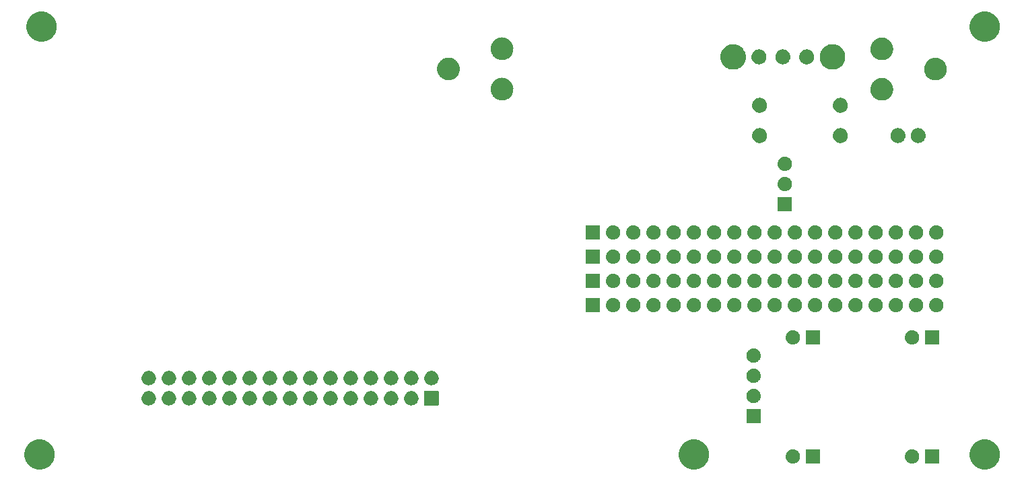
<source format=gbr>
G04 #@! TF.GenerationSoftware,KiCad,Pcbnew,5.99.0-unknown-51b9944~86~ubuntu18.04.1*
G04 #@! TF.CreationDate,2020-03-12T09:02:05+09:00*
G04 #@! TF.ProjectId,bGeigieRaku V2,62476569-6769-4655-9261-6b752056322e,rev?*
G04 #@! TF.SameCoordinates,Original*
G04 #@! TF.FileFunction,Soldermask,Top*
G04 #@! TF.FilePolarity,Negative*
%FSLAX46Y46*%
G04 Gerber Fmt 4.6, Leading zero omitted, Abs format (unit mm)*
G04 Created by KiCad (PCBNEW 5.99.0-unknown-51b9944~86~ubuntu18.04.1) date 2020-03-12 09:02:05*
%MOMM*%
%LPD*%
G01*
G04 APERTURE LIST*
G04 APERTURE END LIST*
G36*
X209153689Y-124283594D02*
G01*
X209238403Y-124281672D01*
X209293948Y-124288492D01*
X209342857Y-124290200D01*
X209423121Y-124304353D01*
X209512312Y-124315304D01*
X209561420Y-124328738D01*
X209604763Y-124336381D01*
X209686844Y-124363051D01*
X209778496Y-124388124D01*
X209820529Y-124406488D01*
X209857693Y-124418563D01*
X209939532Y-124458478D01*
X210031381Y-124498606D01*
X210066048Y-124520184D01*
X210096718Y-124535143D01*
X210176075Y-124588670D01*
X210265668Y-124644437D01*
X210293018Y-124667550D01*
X210317202Y-124683862D01*
X210391742Y-124750978D01*
X210476449Y-124822561D01*
X210496837Y-124845606D01*
X210514835Y-124861811D01*
X210582152Y-124942037D01*
X210659309Y-125029247D01*
X210673407Y-125050790D01*
X210685783Y-125065540D01*
X210743474Y-125157864D01*
X210810418Y-125260165D01*
X210819138Y-125278952D01*
X210826714Y-125291075D01*
X210872471Y-125393848D01*
X210926609Y-125510478D01*
X210931089Y-125525505D01*
X210934882Y-125534025D01*
X210966494Y-125644270D01*
X211005449Y-125774942D01*
X211006988Y-125785489D01*
X211008186Y-125789668D01*
X211023661Y-125899777D01*
X211045287Y-126048017D01*
X211045159Y-126052746D01*
X211045199Y-126053030D01*
X211045199Y-126318970D01*
X211036228Y-126382804D01*
X211035042Y-126426622D01*
X211018631Y-126508009D01*
X211008186Y-126582332D01*
X210992887Y-126635687D01*
X210980495Y-126697143D01*
X210954232Y-126770493D01*
X210934882Y-126837975D01*
X210910307Y-126893171D01*
X210887469Y-126956956D01*
X210853281Y-127021254D01*
X210826714Y-127080925D01*
X210792101Y-127136317D01*
X210757911Y-127200619D01*
X210717796Y-127255229D01*
X210685783Y-127306460D01*
X210640665Y-127360230D01*
X210594535Y-127423028D01*
X210550516Y-127467666D01*
X210514835Y-127510189D01*
X210459048Y-127560420D01*
X210400765Y-127619522D01*
X210354796Y-127654288D01*
X210317202Y-127688138D01*
X210250963Y-127732817D01*
X210180660Y-127785987D01*
X210134573Y-127811324D01*
X210096718Y-127836857D01*
X210020570Y-127873997D01*
X209938829Y-127918934D01*
X209894298Y-127935584D01*
X209857693Y-127953437D01*
X209772593Y-127981088D01*
X209680340Y-128015580D01*
X209638786Y-128024564D01*
X209604763Y-128035619D01*
X209512015Y-128051973D01*
X209410607Y-128073898D01*
X209373214Y-128076447D01*
X209342857Y-128081800D01*
X209244127Y-128085248D01*
X209135281Y-128092668D01*
X209102924Y-128090178D01*
X209077070Y-128091081D01*
X208974354Y-128080285D01*
X208860128Y-128071496D01*
X208833384Y-128065469D01*
X208812586Y-128063283D01*
X208708232Y-128037265D01*
X208590914Y-128010826D01*
X208570015Y-128002803D01*
X208554539Y-127998945D01*
X208451295Y-127957232D01*
X208333278Y-127911929D01*
X208318133Y-127903430D01*
X208307953Y-127899317D01*
X208209020Y-127842198D01*
X208092617Y-127776876D01*
X208082852Y-127769356D01*
X208077642Y-127766348D01*
X207987850Y-127696194D01*
X207873973Y-127608497D01*
X207868891Y-127603253D01*
X207868076Y-127602616D01*
X207811615Y-127544149D01*
X207681925Y-127410319D01*
X207588487Y-127280764D01*
X207527017Y-127196158D01*
X207525753Y-127193780D01*
X207520497Y-127186493D01*
X207455976Y-127062549D01*
X207402160Y-126961337D01*
X207399539Y-126954136D01*
X207393070Y-126941709D01*
X207349985Y-126817987D01*
X207311201Y-126711427D01*
X207308575Y-126699074D01*
X207302314Y-126681094D01*
X207278811Y-126559046D01*
X207255910Y-126451305D01*
X207254682Y-126433746D01*
X207250130Y-126410107D01*
X207244761Y-126291870D01*
X207237358Y-126186000D01*
X207238932Y-126163493D01*
X207237612Y-126134425D01*
X207248809Y-126022239D01*
X207255910Y-125920695D01*
X207261631Y-125893781D01*
X207265020Y-125859824D01*
X207290979Y-125755711D01*
X207311201Y-125660573D01*
X207322309Y-125630054D01*
X207331783Y-125592056D01*
X207370485Y-125497689D01*
X207402160Y-125410663D01*
X207419728Y-125377623D01*
X207436499Y-125336730D01*
X207485763Y-125253430D01*
X207527017Y-125175842D01*
X207551913Y-125141576D01*
X207576977Y-125099195D01*
X207634494Y-125027913D01*
X207683335Y-124960690D01*
X207716185Y-124926672D01*
X207750273Y-124884427D01*
X207813694Y-124825699D01*
X207868076Y-124769384D01*
X207909234Y-124737228D01*
X207952758Y-124696924D01*
X208019758Y-124650876D01*
X208077642Y-124605652D01*
X208127142Y-124577073D01*
X208180188Y-124540616D01*
X208248565Y-124506970D01*
X208307953Y-124472683D01*
X208365489Y-124449437D01*
X208427800Y-124418776D01*
X208495487Y-124396914D01*
X208554539Y-124373055D01*
X208619502Y-124356858D01*
X208690408Y-124333956D01*
X208755546Y-124322939D01*
X208812586Y-124308717D01*
X208884012Y-124301210D01*
X208962509Y-124287933D01*
X209023506Y-124286549D01*
X209077070Y-124280919D01*
X209153689Y-124283594D01*
G37*
G36*
X90281689Y-124283594D02*
G01*
X90366403Y-124281672D01*
X90421948Y-124288492D01*
X90470857Y-124290200D01*
X90551121Y-124304353D01*
X90640312Y-124315304D01*
X90689420Y-124328738D01*
X90732763Y-124336381D01*
X90814844Y-124363051D01*
X90906496Y-124388124D01*
X90948529Y-124406488D01*
X90985693Y-124418563D01*
X91067532Y-124458478D01*
X91159381Y-124498606D01*
X91194048Y-124520184D01*
X91224718Y-124535143D01*
X91304075Y-124588670D01*
X91393668Y-124644437D01*
X91421018Y-124667550D01*
X91445202Y-124683862D01*
X91519742Y-124750978D01*
X91604449Y-124822561D01*
X91624837Y-124845606D01*
X91642835Y-124861811D01*
X91710152Y-124942037D01*
X91787309Y-125029247D01*
X91801407Y-125050790D01*
X91813783Y-125065540D01*
X91871474Y-125157864D01*
X91938418Y-125260165D01*
X91947138Y-125278952D01*
X91954714Y-125291075D01*
X92000471Y-125393848D01*
X92054609Y-125510478D01*
X92059089Y-125525505D01*
X92062882Y-125534025D01*
X92094494Y-125644270D01*
X92133449Y-125774942D01*
X92134988Y-125785489D01*
X92136186Y-125789668D01*
X92151661Y-125899777D01*
X92173287Y-126048017D01*
X92173159Y-126052746D01*
X92173199Y-126053030D01*
X92173199Y-126318970D01*
X92164228Y-126382804D01*
X92163042Y-126426622D01*
X92146631Y-126508009D01*
X92136186Y-126582332D01*
X92120887Y-126635687D01*
X92108495Y-126697143D01*
X92082232Y-126770493D01*
X92062882Y-126837975D01*
X92038307Y-126893171D01*
X92015469Y-126956956D01*
X91981281Y-127021254D01*
X91954714Y-127080925D01*
X91920101Y-127136317D01*
X91885911Y-127200619D01*
X91845796Y-127255229D01*
X91813783Y-127306460D01*
X91768665Y-127360230D01*
X91722535Y-127423028D01*
X91678516Y-127467666D01*
X91642835Y-127510189D01*
X91587048Y-127560420D01*
X91528765Y-127619522D01*
X91482796Y-127654288D01*
X91445202Y-127688138D01*
X91378963Y-127732817D01*
X91308660Y-127785987D01*
X91262573Y-127811324D01*
X91224718Y-127836857D01*
X91148570Y-127873997D01*
X91066829Y-127918934D01*
X91022298Y-127935584D01*
X90985693Y-127953437D01*
X90900593Y-127981088D01*
X90808340Y-128015580D01*
X90766786Y-128024564D01*
X90732763Y-128035619D01*
X90640015Y-128051973D01*
X90538607Y-128073898D01*
X90501214Y-128076447D01*
X90470857Y-128081800D01*
X90372127Y-128085248D01*
X90263281Y-128092668D01*
X90230924Y-128090178D01*
X90205070Y-128091081D01*
X90102354Y-128080285D01*
X89988128Y-128071496D01*
X89961384Y-128065469D01*
X89940586Y-128063283D01*
X89836232Y-128037265D01*
X89718914Y-128010826D01*
X89698015Y-128002803D01*
X89682539Y-127998945D01*
X89579295Y-127957232D01*
X89461278Y-127911929D01*
X89446133Y-127903430D01*
X89435953Y-127899317D01*
X89337020Y-127842198D01*
X89220617Y-127776876D01*
X89210852Y-127769356D01*
X89205642Y-127766348D01*
X89115850Y-127696194D01*
X89001973Y-127608497D01*
X88996891Y-127603253D01*
X88996076Y-127602616D01*
X88939615Y-127544149D01*
X88809925Y-127410319D01*
X88716487Y-127280764D01*
X88655017Y-127196158D01*
X88653753Y-127193780D01*
X88648497Y-127186493D01*
X88583976Y-127062549D01*
X88530160Y-126961337D01*
X88527539Y-126954136D01*
X88521070Y-126941709D01*
X88477985Y-126817987D01*
X88439201Y-126711427D01*
X88436575Y-126699074D01*
X88430314Y-126681094D01*
X88406811Y-126559046D01*
X88383910Y-126451305D01*
X88382682Y-126433746D01*
X88378130Y-126410107D01*
X88372761Y-126291870D01*
X88365358Y-126186000D01*
X88366932Y-126163493D01*
X88365612Y-126134425D01*
X88376809Y-126022239D01*
X88383910Y-125920695D01*
X88389631Y-125893781D01*
X88393020Y-125859824D01*
X88418979Y-125755711D01*
X88439201Y-125660573D01*
X88450309Y-125630054D01*
X88459783Y-125592056D01*
X88498485Y-125497689D01*
X88530160Y-125410663D01*
X88547728Y-125377623D01*
X88564499Y-125336730D01*
X88613763Y-125253430D01*
X88655017Y-125175842D01*
X88679913Y-125141576D01*
X88704977Y-125099195D01*
X88762494Y-125027913D01*
X88811335Y-124960690D01*
X88844185Y-124926672D01*
X88878273Y-124884427D01*
X88941694Y-124825699D01*
X88996076Y-124769384D01*
X89037234Y-124737228D01*
X89080758Y-124696924D01*
X89147758Y-124650876D01*
X89205642Y-124605652D01*
X89255142Y-124577073D01*
X89308188Y-124540616D01*
X89376565Y-124506970D01*
X89435953Y-124472683D01*
X89493489Y-124449437D01*
X89555800Y-124418776D01*
X89623487Y-124396914D01*
X89682539Y-124373055D01*
X89747502Y-124356858D01*
X89818408Y-124333956D01*
X89883546Y-124322939D01*
X89940586Y-124308717D01*
X90012012Y-124301210D01*
X90090509Y-124287933D01*
X90151506Y-124286549D01*
X90205070Y-124280919D01*
X90281689Y-124283594D01*
G37*
G36*
X172577689Y-124283594D02*
G01*
X172662403Y-124281672D01*
X172717948Y-124288492D01*
X172766857Y-124290200D01*
X172847121Y-124304353D01*
X172936312Y-124315304D01*
X172985420Y-124328738D01*
X173028763Y-124336381D01*
X173110844Y-124363051D01*
X173202496Y-124388124D01*
X173244529Y-124406488D01*
X173281693Y-124418563D01*
X173363532Y-124458478D01*
X173455381Y-124498606D01*
X173490048Y-124520184D01*
X173520718Y-124535143D01*
X173600075Y-124588670D01*
X173689668Y-124644437D01*
X173717018Y-124667550D01*
X173741202Y-124683862D01*
X173815742Y-124750978D01*
X173900449Y-124822561D01*
X173920837Y-124845606D01*
X173938835Y-124861811D01*
X174006152Y-124942037D01*
X174083309Y-125029247D01*
X174097407Y-125050790D01*
X174109783Y-125065540D01*
X174167474Y-125157864D01*
X174234418Y-125260165D01*
X174243138Y-125278952D01*
X174250714Y-125291075D01*
X174296471Y-125393848D01*
X174350609Y-125510478D01*
X174355089Y-125525505D01*
X174358882Y-125534025D01*
X174390494Y-125644270D01*
X174429449Y-125774942D01*
X174430988Y-125785489D01*
X174432186Y-125789668D01*
X174447661Y-125899777D01*
X174469287Y-126048017D01*
X174469159Y-126052746D01*
X174469199Y-126053030D01*
X174469199Y-126318970D01*
X174460228Y-126382804D01*
X174459042Y-126426622D01*
X174442631Y-126508009D01*
X174432186Y-126582332D01*
X174416887Y-126635687D01*
X174404495Y-126697143D01*
X174378232Y-126770493D01*
X174358882Y-126837975D01*
X174334307Y-126893171D01*
X174311469Y-126956956D01*
X174277281Y-127021254D01*
X174250714Y-127080925D01*
X174216101Y-127136317D01*
X174181911Y-127200619D01*
X174141796Y-127255229D01*
X174109783Y-127306460D01*
X174064665Y-127360230D01*
X174018535Y-127423028D01*
X173974516Y-127467666D01*
X173938835Y-127510189D01*
X173883048Y-127560420D01*
X173824765Y-127619522D01*
X173778796Y-127654288D01*
X173741202Y-127688138D01*
X173674963Y-127732817D01*
X173604660Y-127785987D01*
X173558573Y-127811324D01*
X173520718Y-127836857D01*
X173444570Y-127873997D01*
X173362829Y-127918934D01*
X173318298Y-127935584D01*
X173281693Y-127953437D01*
X173196593Y-127981088D01*
X173104340Y-128015580D01*
X173062786Y-128024564D01*
X173028763Y-128035619D01*
X172936015Y-128051973D01*
X172834607Y-128073898D01*
X172797214Y-128076447D01*
X172766857Y-128081800D01*
X172668127Y-128085248D01*
X172559281Y-128092668D01*
X172526924Y-128090178D01*
X172501070Y-128091081D01*
X172398354Y-128080285D01*
X172284128Y-128071496D01*
X172257384Y-128065469D01*
X172236586Y-128063283D01*
X172132232Y-128037265D01*
X172014914Y-128010826D01*
X171994015Y-128002803D01*
X171978539Y-127998945D01*
X171875295Y-127957232D01*
X171757278Y-127911929D01*
X171742133Y-127903430D01*
X171731953Y-127899317D01*
X171633020Y-127842198D01*
X171516617Y-127776876D01*
X171506852Y-127769356D01*
X171501642Y-127766348D01*
X171411850Y-127696194D01*
X171297973Y-127608497D01*
X171292891Y-127603253D01*
X171292076Y-127602616D01*
X171235615Y-127544149D01*
X171105925Y-127410319D01*
X171012487Y-127280764D01*
X170951017Y-127196158D01*
X170949753Y-127193780D01*
X170944497Y-127186493D01*
X170879976Y-127062549D01*
X170826160Y-126961337D01*
X170823539Y-126954136D01*
X170817070Y-126941709D01*
X170773985Y-126817987D01*
X170735201Y-126711427D01*
X170732575Y-126699074D01*
X170726314Y-126681094D01*
X170702811Y-126559046D01*
X170679910Y-126451305D01*
X170678682Y-126433746D01*
X170674130Y-126410107D01*
X170668761Y-126291870D01*
X170661358Y-126186000D01*
X170662932Y-126163493D01*
X170661612Y-126134425D01*
X170672809Y-126022239D01*
X170679910Y-125920695D01*
X170685631Y-125893781D01*
X170689020Y-125859824D01*
X170714979Y-125755711D01*
X170735201Y-125660573D01*
X170746309Y-125630054D01*
X170755783Y-125592056D01*
X170794485Y-125497689D01*
X170826160Y-125410663D01*
X170843728Y-125377623D01*
X170860499Y-125336730D01*
X170909763Y-125253430D01*
X170951017Y-125175842D01*
X170975913Y-125141576D01*
X171000977Y-125099195D01*
X171058494Y-125027913D01*
X171107335Y-124960690D01*
X171140185Y-124926672D01*
X171174273Y-124884427D01*
X171237694Y-124825699D01*
X171292076Y-124769384D01*
X171333234Y-124737228D01*
X171376758Y-124696924D01*
X171443758Y-124650876D01*
X171501642Y-124605652D01*
X171551142Y-124577073D01*
X171604188Y-124540616D01*
X171672565Y-124506970D01*
X171731953Y-124472683D01*
X171789489Y-124449437D01*
X171851800Y-124418776D01*
X171919487Y-124396914D01*
X171978539Y-124373055D01*
X172043502Y-124356858D01*
X172114408Y-124333956D01*
X172179546Y-124322939D01*
X172236586Y-124308717D01*
X172308012Y-124301210D01*
X172386509Y-124287933D01*
X172447506Y-124286549D01*
X172501070Y-124280919D01*
X172577689Y-124283594D01*
G37*
G36*
X185063902Y-125539283D02*
G01*
X185108637Y-125539595D01*
X185152460Y-125548590D01*
X185202360Y-125553835D01*
X185244132Y-125567408D01*
X185281723Y-125575124D01*
X185328851Y-125594935D01*
X185382488Y-125612363D01*
X185415099Y-125631191D01*
X185444614Y-125643598D01*
X185492301Y-125675763D01*
X185546511Y-125707061D01*
X185569826Y-125728054D01*
X185591101Y-125742404D01*
X185636183Y-125787802D01*
X185687261Y-125833793D01*
X185702003Y-125854083D01*
X185715608Y-125867784D01*
X185754643Y-125926537D01*
X185798586Y-125987019D01*
X185806221Y-126004168D01*
X185813388Y-126014955D01*
X185842865Y-126086472D01*
X185875621Y-126160042D01*
X185878211Y-126172225D01*
X185880724Y-126178323D01*
X185897292Y-126261997D01*
X185914999Y-126345301D01*
X185914999Y-126534699D01*
X185912115Y-126548269D01*
X185912030Y-126554331D01*
X185893342Y-126636585D01*
X185875621Y-126719958D01*
X185873129Y-126725555D01*
X185873078Y-126725780D01*
X185801210Y-126887197D01*
X185801078Y-126887385D01*
X185798586Y-126892981D01*
X185748480Y-126961946D01*
X185699357Y-127031582D01*
X185694585Y-127036126D01*
X185687261Y-127046207D01*
X185627396Y-127100110D01*
X185571396Y-127153438D01*
X185560464Y-127160376D01*
X185546511Y-127172939D01*
X185481764Y-127210321D01*
X185422211Y-127248114D01*
X185404209Y-127255097D01*
X185382488Y-127267637D01*
X185317115Y-127288878D01*
X185257468Y-127312014D01*
X185232200Y-127316469D01*
X185202360Y-127326165D01*
X185140095Y-127332709D01*
X185083460Y-127342695D01*
X185051459Y-127342025D01*
X185014000Y-127345962D01*
X184957902Y-127340066D01*
X184906799Y-127338996D01*
X184869323Y-127330756D01*
X184825640Y-127326165D01*
X184777917Y-127310659D01*
X184734225Y-127301052D01*
X184693230Y-127283142D01*
X184645512Y-127267637D01*
X184607473Y-127245675D01*
X184572310Y-127230313D01*
X184530337Y-127201141D01*
X184481489Y-127172939D01*
X184453504Y-127147741D01*
X184427215Y-127129470D01*
X184387257Y-127088092D01*
X184340739Y-127046207D01*
X184322296Y-127020823D01*
X184304473Y-127002366D01*
X184269821Y-126948597D01*
X184229414Y-126892981D01*
X184219212Y-126870066D01*
X184208754Y-126853839D01*
X184182789Y-126788261D01*
X184152379Y-126719958D01*
X184148476Y-126701596D01*
X184143707Y-126689551D01*
X184129740Y-126613448D01*
X184113001Y-126534699D01*
X184113001Y-126522246D01*
X184111811Y-126515762D01*
X184113001Y-126430535D01*
X184113001Y-126345301D01*
X184114275Y-126339308D01*
X184114278Y-126339077D01*
X184151015Y-126166246D01*
X184151105Y-126166036D01*
X184152379Y-126160042D01*
X184187042Y-126082188D01*
X184220622Y-126003839D01*
X184224348Y-125998397D01*
X184229414Y-125987019D01*
X184276746Y-125921872D01*
X184320452Y-125858041D01*
X184329706Y-125848979D01*
X184340739Y-125833793D01*
X184396297Y-125783769D01*
X184446693Y-125734417D01*
X184462848Y-125723846D01*
X184481489Y-125707061D01*
X184541026Y-125672687D01*
X184594551Y-125637662D01*
X184618340Y-125628050D01*
X184645512Y-125612363D01*
X184705045Y-125593019D01*
X184758376Y-125571472D01*
X184789820Y-125565474D01*
X184825640Y-125553835D01*
X184881744Y-125547938D01*
X184931945Y-125538362D01*
X184970312Y-125538630D01*
X185014000Y-125534038D01*
X185063902Y-125539283D01*
G37*
G36*
X200049902Y-125539283D02*
G01*
X200094637Y-125539595D01*
X200138460Y-125548590D01*
X200188360Y-125553835D01*
X200230132Y-125567408D01*
X200267723Y-125575124D01*
X200314851Y-125594935D01*
X200368488Y-125612363D01*
X200401099Y-125631191D01*
X200430614Y-125643598D01*
X200478301Y-125675763D01*
X200532511Y-125707061D01*
X200555826Y-125728054D01*
X200577101Y-125742404D01*
X200622183Y-125787802D01*
X200673261Y-125833793D01*
X200688003Y-125854083D01*
X200701608Y-125867784D01*
X200740643Y-125926537D01*
X200784586Y-125987019D01*
X200792221Y-126004168D01*
X200799388Y-126014955D01*
X200828865Y-126086472D01*
X200861621Y-126160042D01*
X200864211Y-126172225D01*
X200866724Y-126178323D01*
X200883292Y-126261997D01*
X200900999Y-126345301D01*
X200900999Y-126534699D01*
X200898115Y-126548269D01*
X200898030Y-126554331D01*
X200879342Y-126636585D01*
X200861621Y-126719958D01*
X200859129Y-126725555D01*
X200859078Y-126725780D01*
X200787210Y-126887197D01*
X200787078Y-126887385D01*
X200784586Y-126892981D01*
X200734480Y-126961946D01*
X200685357Y-127031582D01*
X200680585Y-127036126D01*
X200673261Y-127046207D01*
X200613396Y-127100110D01*
X200557396Y-127153438D01*
X200546464Y-127160376D01*
X200532511Y-127172939D01*
X200467764Y-127210321D01*
X200408211Y-127248114D01*
X200390209Y-127255097D01*
X200368488Y-127267637D01*
X200303115Y-127288878D01*
X200243468Y-127312014D01*
X200218200Y-127316469D01*
X200188360Y-127326165D01*
X200126095Y-127332709D01*
X200069460Y-127342695D01*
X200037459Y-127342025D01*
X200000000Y-127345962D01*
X199943902Y-127340066D01*
X199892799Y-127338996D01*
X199855323Y-127330756D01*
X199811640Y-127326165D01*
X199763917Y-127310659D01*
X199720225Y-127301052D01*
X199679230Y-127283142D01*
X199631512Y-127267637D01*
X199593473Y-127245675D01*
X199558310Y-127230313D01*
X199516337Y-127201141D01*
X199467489Y-127172939D01*
X199439504Y-127147741D01*
X199413215Y-127129470D01*
X199373257Y-127088092D01*
X199326739Y-127046207D01*
X199308296Y-127020823D01*
X199290473Y-127002366D01*
X199255821Y-126948597D01*
X199215414Y-126892981D01*
X199205212Y-126870066D01*
X199194754Y-126853839D01*
X199168789Y-126788261D01*
X199138379Y-126719958D01*
X199134476Y-126701596D01*
X199129707Y-126689551D01*
X199115740Y-126613448D01*
X199099001Y-126534699D01*
X199099001Y-126522246D01*
X199097811Y-126515762D01*
X199099001Y-126430535D01*
X199099001Y-126345301D01*
X199100275Y-126339308D01*
X199100278Y-126339077D01*
X199137015Y-126166246D01*
X199137105Y-126166036D01*
X199138379Y-126160042D01*
X199173042Y-126082188D01*
X199206622Y-126003839D01*
X199210348Y-125998397D01*
X199215414Y-125987019D01*
X199262746Y-125921872D01*
X199306452Y-125858041D01*
X199315706Y-125848979D01*
X199326739Y-125833793D01*
X199382297Y-125783769D01*
X199432693Y-125734417D01*
X199448848Y-125723846D01*
X199467489Y-125707061D01*
X199527026Y-125672687D01*
X199580551Y-125637662D01*
X199604340Y-125628050D01*
X199631512Y-125612363D01*
X199691045Y-125593019D01*
X199744376Y-125571472D01*
X199775820Y-125565474D01*
X199811640Y-125553835D01*
X199867744Y-125547938D01*
X199917945Y-125538362D01*
X199956312Y-125538630D01*
X200000000Y-125534038D01*
X200049902Y-125539283D01*
G37*
G36*
X203409899Y-125541959D02*
G01*
X203426769Y-125553231D01*
X203438041Y-125570101D01*
X203444448Y-125602312D01*
X203444448Y-127277688D01*
X203441999Y-127290000D01*
X203438041Y-127309899D01*
X203426769Y-127326769D01*
X203409899Y-127338041D01*
X203390000Y-127341999D01*
X203377688Y-127344448D01*
X201702312Y-127344448D01*
X201670101Y-127338041D01*
X201653231Y-127326769D01*
X201641959Y-127309899D01*
X201635552Y-127277688D01*
X201635552Y-125602312D01*
X201641959Y-125570101D01*
X201653231Y-125553231D01*
X201670101Y-125541959D01*
X201702312Y-125535552D01*
X203377688Y-125535552D01*
X203409899Y-125541959D01*
G37*
G36*
X188423899Y-125541959D02*
G01*
X188440769Y-125553231D01*
X188452041Y-125570101D01*
X188458448Y-125602312D01*
X188458448Y-127277688D01*
X188455999Y-127290000D01*
X188452041Y-127309899D01*
X188440769Y-127326769D01*
X188423899Y-127338041D01*
X188404000Y-127341999D01*
X188391688Y-127344448D01*
X186716312Y-127344448D01*
X186684101Y-127338041D01*
X186667231Y-127326769D01*
X186655959Y-127309899D01*
X186649552Y-127277688D01*
X186649552Y-125602312D01*
X186655959Y-125570101D01*
X186667231Y-125553231D01*
X186684101Y-125541959D01*
X186716312Y-125535552D01*
X188391688Y-125535552D01*
X188423899Y-125541959D01*
G37*
G36*
X180930899Y-120461959D02*
G01*
X180947769Y-120473231D01*
X180959041Y-120490101D01*
X180965448Y-120522312D01*
X180965448Y-122197688D01*
X180962999Y-122210000D01*
X180959041Y-122229899D01*
X180947769Y-122246769D01*
X180930899Y-122258041D01*
X180911000Y-122261999D01*
X180898688Y-122264448D01*
X179223312Y-122264448D01*
X179191101Y-122258041D01*
X179174231Y-122246769D01*
X179162959Y-122229899D01*
X179156552Y-122197688D01*
X179156552Y-120522312D01*
X179162959Y-120490101D01*
X179174231Y-120473231D01*
X179191101Y-120461959D01*
X179223312Y-120455552D01*
X180898688Y-120455552D01*
X180930899Y-120461959D01*
G37*
G36*
X129453902Y-118213283D02*
G01*
X129498637Y-118213595D01*
X129542460Y-118222590D01*
X129592360Y-118227835D01*
X129634132Y-118241408D01*
X129671723Y-118249124D01*
X129718851Y-118268935D01*
X129772488Y-118286363D01*
X129805099Y-118305191D01*
X129834614Y-118317598D01*
X129882301Y-118349763D01*
X129936511Y-118381061D01*
X129959826Y-118402054D01*
X129981101Y-118416404D01*
X130026183Y-118461802D01*
X130077261Y-118507793D01*
X130092003Y-118528083D01*
X130105608Y-118541784D01*
X130144643Y-118600537D01*
X130188586Y-118661019D01*
X130196221Y-118678168D01*
X130203388Y-118688955D01*
X130232865Y-118760472D01*
X130265621Y-118834042D01*
X130268211Y-118846225D01*
X130270724Y-118852323D01*
X130287292Y-118935997D01*
X130304999Y-119019301D01*
X130304999Y-119208699D01*
X130302115Y-119222269D01*
X130302030Y-119228331D01*
X130283342Y-119310585D01*
X130265621Y-119393958D01*
X130263129Y-119399555D01*
X130263078Y-119399780D01*
X130191210Y-119561197D01*
X130191078Y-119561385D01*
X130188586Y-119566981D01*
X130138480Y-119635946D01*
X130089357Y-119705582D01*
X130084585Y-119710126D01*
X130077261Y-119720207D01*
X130017396Y-119774110D01*
X129961396Y-119827438D01*
X129950464Y-119834376D01*
X129936511Y-119846939D01*
X129871764Y-119884321D01*
X129812211Y-119922114D01*
X129794209Y-119929097D01*
X129772488Y-119941637D01*
X129707115Y-119962878D01*
X129647468Y-119986014D01*
X129622200Y-119990469D01*
X129592360Y-120000165D01*
X129530095Y-120006709D01*
X129473460Y-120016695D01*
X129441459Y-120016025D01*
X129404000Y-120019962D01*
X129347902Y-120014066D01*
X129296799Y-120012996D01*
X129259323Y-120004756D01*
X129215640Y-120000165D01*
X129167917Y-119984659D01*
X129124225Y-119975052D01*
X129083230Y-119957142D01*
X129035512Y-119941637D01*
X128997473Y-119919675D01*
X128962310Y-119904313D01*
X128920337Y-119875141D01*
X128871489Y-119846939D01*
X128843504Y-119821741D01*
X128817215Y-119803470D01*
X128777257Y-119762092D01*
X128730739Y-119720207D01*
X128712296Y-119694823D01*
X128694473Y-119676366D01*
X128659821Y-119622597D01*
X128619414Y-119566981D01*
X128609212Y-119544066D01*
X128598754Y-119527839D01*
X128572789Y-119462261D01*
X128542379Y-119393958D01*
X128538476Y-119375596D01*
X128533707Y-119363551D01*
X128519740Y-119287448D01*
X128503001Y-119208699D01*
X128503001Y-119196246D01*
X128501811Y-119189762D01*
X128503001Y-119104535D01*
X128503001Y-119019301D01*
X128504275Y-119013308D01*
X128504278Y-119013077D01*
X128541015Y-118840246D01*
X128541105Y-118840036D01*
X128542379Y-118834042D01*
X128577042Y-118756188D01*
X128610622Y-118677839D01*
X128614348Y-118672397D01*
X128619414Y-118661019D01*
X128666746Y-118595872D01*
X128710452Y-118532041D01*
X128719706Y-118522979D01*
X128730739Y-118507793D01*
X128786297Y-118457769D01*
X128836693Y-118408417D01*
X128852848Y-118397846D01*
X128871489Y-118381061D01*
X128931026Y-118346687D01*
X128984551Y-118311662D01*
X129008340Y-118302050D01*
X129035512Y-118286363D01*
X129095045Y-118267019D01*
X129148376Y-118245472D01*
X129179820Y-118239474D01*
X129215640Y-118227835D01*
X129271744Y-118221938D01*
X129321945Y-118212362D01*
X129360312Y-118212630D01*
X129404000Y-118208038D01*
X129453902Y-118213283D01*
G37*
G36*
X104053902Y-118213283D02*
G01*
X104098637Y-118213595D01*
X104142460Y-118222590D01*
X104192360Y-118227835D01*
X104234132Y-118241408D01*
X104271723Y-118249124D01*
X104318851Y-118268935D01*
X104372488Y-118286363D01*
X104405099Y-118305191D01*
X104434614Y-118317598D01*
X104482301Y-118349763D01*
X104536511Y-118381061D01*
X104559826Y-118402054D01*
X104581101Y-118416404D01*
X104626183Y-118461802D01*
X104677261Y-118507793D01*
X104692003Y-118528083D01*
X104705608Y-118541784D01*
X104744643Y-118600537D01*
X104788586Y-118661019D01*
X104796221Y-118678168D01*
X104803388Y-118688955D01*
X104832865Y-118760472D01*
X104865621Y-118834042D01*
X104868211Y-118846225D01*
X104870724Y-118852323D01*
X104887292Y-118935997D01*
X104904999Y-119019301D01*
X104904999Y-119208699D01*
X104902115Y-119222269D01*
X104902030Y-119228331D01*
X104883342Y-119310585D01*
X104865621Y-119393958D01*
X104863129Y-119399555D01*
X104863078Y-119399780D01*
X104791210Y-119561197D01*
X104791078Y-119561385D01*
X104788586Y-119566981D01*
X104738480Y-119635946D01*
X104689357Y-119705582D01*
X104684585Y-119710126D01*
X104677261Y-119720207D01*
X104617396Y-119774110D01*
X104561396Y-119827438D01*
X104550464Y-119834376D01*
X104536511Y-119846939D01*
X104471764Y-119884321D01*
X104412211Y-119922114D01*
X104394209Y-119929097D01*
X104372488Y-119941637D01*
X104307115Y-119962878D01*
X104247468Y-119986014D01*
X104222200Y-119990469D01*
X104192360Y-120000165D01*
X104130095Y-120006709D01*
X104073460Y-120016695D01*
X104041459Y-120016025D01*
X104004000Y-120019962D01*
X103947902Y-120014066D01*
X103896799Y-120012996D01*
X103859323Y-120004756D01*
X103815640Y-120000165D01*
X103767917Y-119984659D01*
X103724225Y-119975052D01*
X103683230Y-119957142D01*
X103635512Y-119941637D01*
X103597473Y-119919675D01*
X103562310Y-119904313D01*
X103520337Y-119875141D01*
X103471489Y-119846939D01*
X103443504Y-119821741D01*
X103417215Y-119803470D01*
X103377257Y-119762092D01*
X103330739Y-119720207D01*
X103312296Y-119694823D01*
X103294473Y-119676366D01*
X103259821Y-119622597D01*
X103219414Y-119566981D01*
X103209212Y-119544066D01*
X103198754Y-119527839D01*
X103172789Y-119462261D01*
X103142379Y-119393958D01*
X103138476Y-119375596D01*
X103133707Y-119363551D01*
X103119740Y-119287448D01*
X103103001Y-119208699D01*
X103103001Y-119196246D01*
X103101811Y-119189762D01*
X103103001Y-119104535D01*
X103103001Y-119019301D01*
X103104275Y-119013308D01*
X103104278Y-119013077D01*
X103141015Y-118840246D01*
X103141105Y-118840036D01*
X103142379Y-118834042D01*
X103177042Y-118756188D01*
X103210622Y-118677839D01*
X103214348Y-118672397D01*
X103219414Y-118661019D01*
X103266746Y-118595872D01*
X103310452Y-118532041D01*
X103319706Y-118522979D01*
X103330739Y-118507793D01*
X103386297Y-118457769D01*
X103436693Y-118408417D01*
X103452848Y-118397846D01*
X103471489Y-118381061D01*
X103531026Y-118346687D01*
X103584551Y-118311662D01*
X103608340Y-118302050D01*
X103635512Y-118286363D01*
X103695045Y-118267019D01*
X103748376Y-118245472D01*
X103779820Y-118239474D01*
X103815640Y-118227835D01*
X103871744Y-118221938D01*
X103921945Y-118212362D01*
X103960312Y-118212630D01*
X104004000Y-118208038D01*
X104053902Y-118213283D01*
G37*
G36*
X106593902Y-118213283D02*
G01*
X106638637Y-118213595D01*
X106682460Y-118222590D01*
X106732360Y-118227835D01*
X106774132Y-118241408D01*
X106811723Y-118249124D01*
X106858851Y-118268935D01*
X106912488Y-118286363D01*
X106945099Y-118305191D01*
X106974614Y-118317598D01*
X107022301Y-118349763D01*
X107076511Y-118381061D01*
X107099826Y-118402054D01*
X107121101Y-118416404D01*
X107166183Y-118461802D01*
X107217261Y-118507793D01*
X107232003Y-118528083D01*
X107245608Y-118541784D01*
X107284643Y-118600537D01*
X107328586Y-118661019D01*
X107336221Y-118678168D01*
X107343388Y-118688955D01*
X107372865Y-118760472D01*
X107405621Y-118834042D01*
X107408211Y-118846225D01*
X107410724Y-118852323D01*
X107427292Y-118935997D01*
X107444999Y-119019301D01*
X107444999Y-119208699D01*
X107442115Y-119222269D01*
X107442030Y-119228331D01*
X107423342Y-119310585D01*
X107405621Y-119393958D01*
X107403129Y-119399555D01*
X107403078Y-119399780D01*
X107331210Y-119561197D01*
X107331078Y-119561385D01*
X107328586Y-119566981D01*
X107278480Y-119635946D01*
X107229357Y-119705582D01*
X107224585Y-119710126D01*
X107217261Y-119720207D01*
X107157396Y-119774110D01*
X107101396Y-119827438D01*
X107090464Y-119834376D01*
X107076511Y-119846939D01*
X107011764Y-119884321D01*
X106952211Y-119922114D01*
X106934209Y-119929097D01*
X106912488Y-119941637D01*
X106847115Y-119962878D01*
X106787468Y-119986014D01*
X106762200Y-119990469D01*
X106732360Y-120000165D01*
X106670095Y-120006709D01*
X106613460Y-120016695D01*
X106581459Y-120016025D01*
X106544000Y-120019962D01*
X106487902Y-120014066D01*
X106436799Y-120012996D01*
X106399323Y-120004756D01*
X106355640Y-120000165D01*
X106307917Y-119984659D01*
X106264225Y-119975052D01*
X106223230Y-119957142D01*
X106175512Y-119941637D01*
X106137473Y-119919675D01*
X106102310Y-119904313D01*
X106060337Y-119875141D01*
X106011489Y-119846939D01*
X105983504Y-119821741D01*
X105957215Y-119803470D01*
X105917257Y-119762092D01*
X105870739Y-119720207D01*
X105852296Y-119694823D01*
X105834473Y-119676366D01*
X105799821Y-119622597D01*
X105759414Y-119566981D01*
X105749212Y-119544066D01*
X105738754Y-119527839D01*
X105712789Y-119462261D01*
X105682379Y-119393958D01*
X105678476Y-119375596D01*
X105673707Y-119363551D01*
X105659740Y-119287448D01*
X105643001Y-119208699D01*
X105643001Y-119196246D01*
X105641811Y-119189762D01*
X105643001Y-119104535D01*
X105643001Y-119019301D01*
X105644275Y-119013308D01*
X105644278Y-119013077D01*
X105681015Y-118840246D01*
X105681105Y-118840036D01*
X105682379Y-118834042D01*
X105717042Y-118756188D01*
X105750622Y-118677839D01*
X105754348Y-118672397D01*
X105759414Y-118661019D01*
X105806746Y-118595872D01*
X105850452Y-118532041D01*
X105859706Y-118522979D01*
X105870739Y-118507793D01*
X105926297Y-118457769D01*
X105976693Y-118408417D01*
X105992848Y-118397846D01*
X106011489Y-118381061D01*
X106071026Y-118346687D01*
X106124551Y-118311662D01*
X106148340Y-118302050D01*
X106175512Y-118286363D01*
X106235045Y-118267019D01*
X106288376Y-118245472D01*
X106319820Y-118239474D01*
X106355640Y-118227835D01*
X106411744Y-118221938D01*
X106461945Y-118212362D01*
X106500312Y-118212630D01*
X106544000Y-118208038D01*
X106593902Y-118213283D01*
G37*
G36*
X109133902Y-118213283D02*
G01*
X109178637Y-118213595D01*
X109222460Y-118222590D01*
X109272360Y-118227835D01*
X109314132Y-118241408D01*
X109351723Y-118249124D01*
X109398851Y-118268935D01*
X109452488Y-118286363D01*
X109485099Y-118305191D01*
X109514614Y-118317598D01*
X109562301Y-118349763D01*
X109616511Y-118381061D01*
X109639826Y-118402054D01*
X109661101Y-118416404D01*
X109706183Y-118461802D01*
X109757261Y-118507793D01*
X109772003Y-118528083D01*
X109785608Y-118541784D01*
X109824643Y-118600537D01*
X109868586Y-118661019D01*
X109876221Y-118678168D01*
X109883388Y-118688955D01*
X109912865Y-118760472D01*
X109945621Y-118834042D01*
X109948211Y-118846225D01*
X109950724Y-118852323D01*
X109967292Y-118935997D01*
X109984999Y-119019301D01*
X109984999Y-119208699D01*
X109982115Y-119222269D01*
X109982030Y-119228331D01*
X109963342Y-119310585D01*
X109945621Y-119393958D01*
X109943129Y-119399555D01*
X109943078Y-119399780D01*
X109871210Y-119561197D01*
X109871078Y-119561385D01*
X109868586Y-119566981D01*
X109818480Y-119635946D01*
X109769357Y-119705582D01*
X109764585Y-119710126D01*
X109757261Y-119720207D01*
X109697396Y-119774110D01*
X109641396Y-119827438D01*
X109630464Y-119834376D01*
X109616511Y-119846939D01*
X109551764Y-119884321D01*
X109492211Y-119922114D01*
X109474209Y-119929097D01*
X109452488Y-119941637D01*
X109387115Y-119962878D01*
X109327468Y-119986014D01*
X109302200Y-119990469D01*
X109272360Y-120000165D01*
X109210095Y-120006709D01*
X109153460Y-120016695D01*
X109121459Y-120016025D01*
X109084000Y-120019962D01*
X109027902Y-120014066D01*
X108976799Y-120012996D01*
X108939323Y-120004756D01*
X108895640Y-120000165D01*
X108847917Y-119984659D01*
X108804225Y-119975052D01*
X108763230Y-119957142D01*
X108715512Y-119941637D01*
X108677473Y-119919675D01*
X108642310Y-119904313D01*
X108600337Y-119875141D01*
X108551489Y-119846939D01*
X108523504Y-119821741D01*
X108497215Y-119803470D01*
X108457257Y-119762092D01*
X108410739Y-119720207D01*
X108392296Y-119694823D01*
X108374473Y-119676366D01*
X108339821Y-119622597D01*
X108299414Y-119566981D01*
X108289212Y-119544066D01*
X108278754Y-119527839D01*
X108252789Y-119462261D01*
X108222379Y-119393958D01*
X108218476Y-119375596D01*
X108213707Y-119363551D01*
X108199740Y-119287448D01*
X108183001Y-119208699D01*
X108183001Y-119196246D01*
X108181811Y-119189762D01*
X108183001Y-119104535D01*
X108183001Y-119019301D01*
X108184275Y-119013308D01*
X108184278Y-119013077D01*
X108221015Y-118840246D01*
X108221105Y-118840036D01*
X108222379Y-118834042D01*
X108257042Y-118756188D01*
X108290622Y-118677839D01*
X108294348Y-118672397D01*
X108299414Y-118661019D01*
X108346746Y-118595872D01*
X108390452Y-118532041D01*
X108399706Y-118522979D01*
X108410739Y-118507793D01*
X108466297Y-118457769D01*
X108516693Y-118408417D01*
X108532848Y-118397846D01*
X108551489Y-118381061D01*
X108611026Y-118346687D01*
X108664551Y-118311662D01*
X108688340Y-118302050D01*
X108715512Y-118286363D01*
X108775045Y-118267019D01*
X108828376Y-118245472D01*
X108859820Y-118239474D01*
X108895640Y-118227835D01*
X108951744Y-118221938D01*
X109001945Y-118212362D01*
X109040312Y-118212630D01*
X109084000Y-118208038D01*
X109133902Y-118213283D01*
G37*
G36*
X111673902Y-118213283D02*
G01*
X111718637Y-118213595D01*
X111762460Y-118222590D01*
X111812360Y-118227835D01*
X111854132Y-118241408D01*
X111891723Y-118249124D01*
X111938851Y-118268935D01*
X111992488Y-118286363D01*
X112025099Y-118305191D01*
X112054614Y-118317598D01*
X112102301Y-118349763D01*
X112156511Y-118381061D01*
X112179826Y-118402054D01*
X112201101Y-118416404D01*
X112246183Y-118461802D01*
X112297261Y-118507793D01*
X112312003Y-118528083D01*
X112325608Y-118541784D01*
X112364643Y-118600537D01*
X112408586Y-118661019D01*
X112416221Y-118678168D01*
X112423388Y-118688955D01*
X112452865Y-118760472D01*
X112485621Y-118834042D01*
X112488211Y-118846225D01*
X112490724Y-118852323D01*
X112507292Y-118935997D01*
X112524999Y-119019301D01*
X112524999Y-119208699D01*
X112522115Y-119222269D01*
X112522030Y-119228331D01*
X112503342Y-119310585D01*
X112485621Y-119393958D01*
X112483129Y-119399555D01*
X112483078Y-119399780D01*
X112411210Y-119561197D01*
X112411078Y-119561385D01*
X112408586Y-119566981D01*
X112358480Y-119635946D01*
X112309357Y-119705582D01*
X112304585Y-119710126D01*
X112297261Y-119720207D01*
X112237396Y-119774110D01*
X112181396Y-119827438D01*
X112170464Y-119834376D01*
X112156511Y-119846939D01*
X112091764Y-119884321D01*
X112032211Y-119922114D01*
X112014209Y-119929097D01*
X111992488Y-119941637D01*
X111927115Y-119962878D01*
X111867468Y-119986014D01*
X111842200Y-119990469D01*
X111812360Y-120000165D01*
X111750095Y-120006709D01*
X111693460Y-120016695D01*
X111661459Y-120016025D01*
X111624000Y-120019962D01*
X111567902Y-120014066D01*
X111516799Y-120012996D01*
X111479323Y-120004756D01*
X111435640Y-120000165D01*
X111387917Y-119984659D01*
X111344225Y-119975052D01*
X111303230Y-119957142D01*
X111255512Y-119941637D01*
X111217473Y-119919675D01*
X111182310Y-119904313D01*
X111140337Y-119875141D01*
X111091489Y-119846939D01*
X111063504Y-119821741D01*
X111037215Y-119803470D01*
X110997257Y-119762092D01*
X110950739Y-119720207D01*
X110932296Y-119694823D01*
X110914473Y-119676366D01*
X110879821Y-119622597D01*
X110839414Y-119566981D01*
X110829212Y-119544066D01*
X110818754Y-119527839D01*
X110792789Y-119462261D01*
X110762379Y-119393958D01*
X110758476Y-119375596D01*
X110753707Y-119363551D01*
X110739740Y-119287448D01*
X110723001Y-119208699D01*
X110723001Y-119196246D01*
X110721811Y-119189762D01*
X110723001Y-119104535D01*
X110723001Y-119019301D01*
X110724275Y-119013308D01*
X110724278Y-119013077D01*
X110761015Y-118840246D01*
X110761105Y-118840036D01*
X110762379Y-118834042D01*
X110797042Y-118756188D01*
X110830622Y-118677839D01*
X110834348Y-118672397D01*
X110839414Y-118661019D01*
X110886746Y-118595872D01*
X110930452Y-118532041D01*
X110939706Y-118522979D01*
X110950739Y-118507793D01*
X111006297Y-118457769D01*
X111056693Y-118408417D01*
X111072848Y-118397846D01*
X111091489Y-118381061D01*
X111151026Y-118346687D01*
X111204551Y-118311662D01*
X111228340Y-118302050D01*
X111255512Y-118286363D01*
X111315045Y-118267019D01*
X111368376Y-118245472D01*
X111399820Y-118239474D01*
X111435640Y-118227835D01*
X111491744Y-118221938D01*
X111541945Y-118212362D01*
X111580312Y-118212630D01*
X111624000Y-118208038D01*
X111673902Y-118213283D01*
G37*
G36*
X137073902Y-118213283D02*
G01*
X137118637Y-118213595D01*
X137162460Y-118222590D01*
X137212360Y-118227835D01*
X137254132Y-118241408D01*
X137291723Y-118249124D01*
X137338851Y-118268935D01*
X137392488Y-118286363D01*
X137425099Y-118305191D01*
X137454614Y-118317598D01*
X137502301Y-118349763D01*
X137556511Y-118381061D01*
X137579826Y-118402054D01*
X137601101Y-118416404D01*
X137646183Y-118461802D01*
X137697261Y-118507793D01*
X137712003Y-118528083D01*
X137725608Y-118541784D01*
X137764643Y-118600537D01*
X137808586Y-118661019D01*
X137816221Y-118678168D01*
X137823388Y-118688955D01*
X137852865Y-118760472D01*
X137885621Y-118834042D01*
X137888211Y-118846225D01*
X137890724Y-118852323D01*
X137907292Y-118935997D01*
X137924999Y-119019301D01*
X137924999Y-119208699D01*
X137922115Y-119222269D01*
X137922030Y-119228331D01*
X137903342Y-119310585D01*
X137885621Y-119393958D01*
X137883129Y-119399555D01*
X137883078Y-119399780D01*
X137811210Y-119561197D01*
X137811078Y-119561385D01*
X137808586Y-119566981D01*
X137758480Y-119635946D01*
X137709357Y-119705582D01*
X137704585Y-119710126D01*
X137697261Y-119720207D01*
X137637396Y-119774110D01*
X137581396Y-119827438D01*
X137570464Y-119834376D01*
X137556511Y-119846939D01*
X137491764Y-119884321D01*
X137432211Y-119922114D01*
X137414209Y-119929097D01*
X137392488Y-119941637D01*
X137327115Y-119962878D01*
X137267468Y-119986014D01*
X137242200Y-119990469D01*
X137212360Y-120000165D01*
X137150095Y-120006709D01*
X137093460Y-120016695D01*
X137061459Y-120016025D01*
X137024000Y-120019962D01*
X136967902Y-120014066D01*
X136916799Y-120012996D01*
X136879323Y-120004756D01*
X136835640Y-120000165D01*
X136787917Y-119984659D01*
X136744225Y-119975052D01*
X136703230Y-119957142D01*
X136655512Y-119941637D01*
X136617473Y-119919675D01*
X136582310Y-119904313D01*
X136540337Y-119875141D01*
X136491489Y-119846939D01*
X136463504Y-119821741D01*
X136437215Y-119803470D01*
X136397257Y-119762092D01*
X136350739Y-119720207D01*
X136332296Y-119694823D01*
X136314473Y-119676366D01*
X136279821Y-119622597D01*
X136239414Y-119566981D01*
X136229212Y-119544066D01*
X136218754Y-119527839D01*
X136192789Y-119462261D01*
X136162379Y-119393958D01*
X136158476Y-119375596D01*
X136153707Y-119363551D01*
X136139740Y-119287448D01*
X136123001Y-119208699D01*
X136123001Y-119196246D01*
X136121811Y-119189762D01*
X136123001Y-119104535D01*
X136123001Y-119019301D01*
X136124275Y-119013308D01*
X136124278Y-119013077D01*
X136161015Y-118840246D01*
X136161105Y-118840036D01*
X136162379Y-118834042D01*
X136197042Y-118756188D01*
X136230622Y-118677839D01*
X136234348Y-118672397D01*
X136239414Y-118661019D01*
X136286746Y-118595872D01*
X136330452Y-118532041D01*
X136339706Y-118522979D01*
X136350739Y-118507793D01*
X136406297Y-118457769D01*
X136456693Y-118408417D01*
X136472848Y-118397846D01*
X136491489Y-118381061D01*
X136551026Y-118346687D01*
X136604551Y-118311662D01*
X136628340Y-118302050D01*
X136655512Y-118286363D01*
X136715045Y-118267019D01*
X136768376Y-118245472D01*
X136799820Y-118239474D01*
X136835640Y-118227835D01*
X136891744Y-118221938D01*
X136941945Y-118212362D01*
X136980312Y-118212630D01*
X137024000Y-118208038D01*
X137073902Y-118213283D01*
G37*
G36*
X134533902Y-118213283D02*
G01*
X134578637Y-118213595D01*
X134622460Y-118222590D01*
X134672360Y-118227835D01*
X134714132Y-118241408D01*
X134751723Y-118249124D01*
X134798851Y-118268935D01*
X134852488Y-118286363D01*
X134885099Y-118305191D01*
X134914614Y-118317598D01*
X134962301Y-118349763D01*
X135016511Y-118381061D01*
X135039826Y-118402054D01*
X135061101Y-118416404D01*
X135106183Y-118461802D01*
X135157261Y-118507793D01*
X135172003Y-118528083D01*
X135185608Y-118541784D01*
X135224643Y-118600537D01*
X135268586Y-118661019D01*
X135276221Y-118678168D01*
X135283388Y-118688955D01*
X135312865Y-118760472D01*
X135345621Y-118834042D01*
X135348211Y-118846225D01*
X135350724Y-118852323D01*
X135367292Y-118935997D01*
X135384999Y-119019301D01*
X135384999Y-119208699D01*
X135382115Y-119222269D01*
X135382030Y-119228331D01*
X135363342Y-119310585D01*
X135345621Y-119393958D01*
X135343129Y-119399555D01*
X135343078Y-119399780D01*
X135271210Y-119561197D01*
X135271078Y-119561385D01*
X135268586Y-119566981D01*
X135218480Y-119635946D01*
X135169357Y-119705582D01*
X135164585Y-119710126D01*
X135157261Y-119720207D01*
X135097396Y-119774110D01*
X135041396Y-119827438D01*
X135030464Y-119834376D01*
X135016511Y-119846939D01*
X134951764Y-119884321D01*
X134892211Y-119922114D01*
X134874209Y-119929097D01*
X134852488Y-119941637D01*
X134787115Y-119962878D01*
X134727468Y-119986014D01*
X134702200Y-119990469D01*
X134672360Y-120000165D01*
X134610095Y-120006709D01*
X134553460Y-120016695D01*
X134521459Y-120016025D01*
X134484000Y-120019962D01*
X134427902Y-120014066D01*
X134376799Y-120012996D01*
X134339323Y-120004756D01*
X134295640Y-120000165D01*
X134247917Y-119984659D01*
X134204225Y-119975052D01*
X134163230Y-119957142D01*
X134115512Y-119941637D01*
X134077473Y-119919675D01*
X134042310Y-119904313D01*
X134000337Y-119875141D01*
X133951489Y-119846939D01*
X133923504Y-119821741D01*
X133897215Y-119803470D01*
X133857257Y-119762092D01*
X133810739Y-119720207D01*
X133792296Y-119694823D01*
X133774473Y-119676366D01*
X133739821Y-119622597D01*
X133699414Y-119566981D01*
X133689212Y-119544066D01*
X133678754Y-119527839D01*
X133652789Y-119462261D01*
X133622379Y-119393958D01*
X133618476Y-119375596D01*
X133613707Y-119363551D01*
X133599740Y-119287448D01*
X133583001Y-119208699D01*
X133583001Y-119196246D01*
X133581811Y-119189762D01*
X133583001Y-119104535D01*
X133583001Y-119019301D01*
X133584275Y-119013308D01*
X133584278Y-119013077D01*
X133621015Y-118840246D01*
X133621105Y-118840036D01*
X133622379Y-118834042D01*
X133657042Y-118756188D01*
X133690622Y-118677839D01*
X133694348Y-118672397D01*
X133699414Y-118661019D01*
X133746746Y-118595872D01*
X133790452Y-118532041D01*
X133799706Y-118522979D01*
X133810739Y-118507793D01*
X133866297Y-118457769D01*
X133916693Y-118408417D01*
X133932848Y-118397846D01*
X133951489Y-118381061D01*
X134011026Y-118346687D01*
X134064551Y-118311662D01*
X134088340Y-118302050D01*
X134115512Y-118286363D01*
X134175045Y-118267019D01*
X134228376Y-118245472D01*
X134259820Y-118239474D01*
X134295640Y-118227835D01*
X134351744Y-118221938D01*
X134401945Y-118212362D01*
X134440312Y-118212630D01*
X134484000Y-118208038D01*
X134533902Y-118213283D01*
G37*
G36*
X131993902Y-118213283D02*
G01*
X132038637Y-118213595D01*
X132082460Y-118222590D01*
X132132360Y-118227835D01*
X132174132Y-118241408D01*
X132211723Y-118249124D01*
X132258851Y-118268935D01*
X132312488Y-118286363D01*
X132345099Y-118305191D01*
X132374614Y-118317598D01*
X132422301Y-118349763D01*
X132476511Y-118381061D01*
X132499826Y-118402054D01*
X132521101Y-118416404D01*
X132566183Y-118461802D01*
X132617261Y-118507793D01*
X132632003Y-118528083D01*
X132645608Y-118541784D01*
X132684643Y-118600537D01*
X132728586Y-118661019D01*
X132736221Y-118678168D01*
X132743388Y-118688955D01*
X132772865Y-118760472D01*
X132805621Y-118834042D01*
X132808211Y-118846225D01*
X132810724Y-118852323D01*
X132827292Y-118935997D01*
X132844999Y-119019301D01*
X132844999Y-119208699D01*
X132842115Y-119222269D01*
X132842030Y-119228331D01*
X132823342Y-119310585D01*
X132805621Y-119393958D01*
X132803129Y-119399555D01*
X132803078Y-119399780D01*
X132731210Y-119561197D01*
X132731078Y-119561385D01*
X132728586Y-119566981D01*
X132678480Y-119635946D01*
X132629357Y-119705582D01*
X132624585Y-119710126D01*
X132617261Y-119720207D01*
X132557396Y-119774110D01*
X132501396Y-119827438D01*
X132490464Y-119834376D01*
X132476511Y-119846939D01*
X132411764Y-119884321D01*
X132352211Y-119922114D01*
X132334209Y-119929097D01*
X132312488Y-119941637D01*
X132247115Y-119962878D01*
X132187468Y-119986014D01*
X132162200Y-119990469D01*
X132132360Y-120000165D01*
X132070095Y-120006709D01*
X132013460Y-120016695D01*
X131981459Y-120016025D01*
X131944000Y-120019962D01*
X131887902Y-120014066D01*
X131836799Y-120012996D01*
X131799323Y-120004756D01*
X131755640Y-120000165D01*
X131707917Y-119984659D01*
X131664225Y-119975052D01*
X131623230Y-119957142D01*
X131575512Y-119941637D01*
X131537473Y-119919675D01*
X131502310Y-119904313D01*
X131460337Y-119875141D01*
X131411489Y-119846939D01*
X131383504Y-119821741D01*
X131357215Y-119803470D01*
X131317257Y-119762092D01*
X131270739Y-119720207D01*
X131252296Y-119694823D01*
X131234473Y-119676366D01*
X131199821Y-119622597D01*
X131159414Y-119566981D01*
X131149212Y-119544066D01*
X131138754Y-119527839D01*
X131112789Y-119462261D01*
X131082379Y-119393958D01*
X131078476Y-119375596D01*
X131073707Y-119363551D01*
X131059740Y-119287448D01*
X131043001Y-119208699D01*
X131043001Y-119196246D01*
X131041811Y-119189762D01*
X131043001Y-119104535D01*
X131043001Y-119019301D01*
X131044275Y-119013308D01*
X131044278Y-119013077D01*
X131081015Y-118840246D01*
X131081105Y-118840036D01*
X131082379Y-118834042D01*
X131117042Y-118756188D01*
X131150622Y-118677839D01*
X131154348Y-118672397D01*
X131159414Y-118661019D01*
X131206746Y-118595872D01*
X131250452Y-118532041D01*
X131259706Y-118522979D01*
X131270739Y-118507793D01*
X131326297Y-118457769D01*
X131376693Y-118408417D01*
X131392848Y-118397846D01*
X131411489Y-118381061D01*
X131471026Y-118346687D01*
X131524551Y-118311662D01*
X131548340Y-118302050D01*
X131575512Y-118286363D01*
X131635045Y-118267019D01*
X131688376Y-118245472D01*
X131719820Y-118239474D01*
X131755640Y-118227835D01*
X131811744Y-118221938D01*
X131861945Y-118212362D01*
X131900312Y-118212630D01*
X131944000Y-118208038D01*
X131993902Y-118213283D01*
G37*
G36*
X126913902Y-118213283D02*
G01*
X126958637Y-118213595D01*
X127002460Y-118222590D01*
X127052360Y-118227835D01*
X127094132Y-118241408D01*
X127131723Y-118249124D01*
X127178851Y-118268935D01*
X127232488Y-118286363D01*
X127265099Y-118305191D01*
X127294614Y-118317598D01*
X127342301Y-118349763D01*
X127396511Y-118381061D01*
X127419826Y-118402054D01*
X127441101Y-118416404D01*
X127486183Y-118461802D01*
X127537261Y-118507793D01*
X127552003Y-118528083D01*
X127565608Y-118541784D01*
X127604643Y-118600537D01*
X127648586Y-118661019D01*
X127656221Y-118678168D01*
X127663388Y-118688955D01*
X127692865Y-118760472D01*
X127725621Y-118834042D01*
X127728211Y-118846225D01*
X127730724Y-118852323D01*
X127747292Y-118935997D01*
X127764999Y-119019301D01*
X127764999Y-119208699D01*
X127762115Y-119222269D01*
X127762030Y-119228331D01*
X127743342Y-119310585D01*
X127725621Y-119393958D01*
X127723129Y-119399555D01*
X127723078Y-119399780D01*
X127651210Y-119561197D01*
X127651078Y-119561385D01*
X127648586Y-119566981D01*
X127598480Y-119635946D01*
X127549357Y-119705582D01*
X127544585Y-119710126D01*
X127537261Y-119720207D01*
X127477396Y-119774110D01*
X127421396Y-119827438D01*
X127410464Y-119834376D01*
X127396511Y-119846939D01*
X127331764Y-119884321D01*
X127272211Y-119922114D01*
X127254209Y-119929097D01*
X127232488Y-119941637D01*
X127167115Y-119962878D01*
X127107468Y-119986014D01*
X127082200Y-119990469D01*
X127052360Y-120000165D01*
X126990095Y-120006709D01*
X126933460Y-120016695D01*
X126901459Y-120016025D01*
X126864000Y-120019962D01*
X126807902Y-120014066D01*
X126756799Y-120012996D01*
X126719323Y-120004756D01*
X126675640Y-120000165D01*
X126627917Y-119984659D01*
X126584225Y-119975052D01*
X126543230Y-119957142D01*
X126495512Y-119941637D01*
X126457473Y-119919675D01*
X126422310Y-119904313D01*
X126380337Y-119875141D01*
X126331489Y-119846939D01*
X126303504Y-119821741D01*
X126277215Y-119803470D01*
X126237257Y-119762092D01*
X126190739Y-119720207D01*
X126172296Y-119694823D01*
X126154473Y-119676366D01*
X126119821Y-119622597D01*
X126079414Y-119566981D01*
X126069212Y-119544066D01*
X126058754Y-119527839D01*
X126032789Y-119462261D01*
X126002379Y-119393958D01*
X125998476Y-119375596D01*
X125993707Y-119363551D01*
X125979740Y-119287448D01*
X125963001Y-119208699D01*
X125963001Y-119196246D01*
X125961811Y-119189762D01*
X125963001Y-119104535D01*
X125963001Y-119019301D01*
X125964275Y-119013308D01*
X125964278Y-119013077D01*
X126001015Y-118840246D01*
X126001105Y-118840036D01*
X126002379Y-118834042D01*
X126037042Y-118756188D01*
X126070622Y-118677839D01*
X126074348Y-118672397D01*
X126079414Y-118661019D01*
X126126746Y-118595872D01*
X126170452Y-118532041D01*
X126179706Y-118522979D01*
X126190739Y-118507793D01*
X126246297Y-118457769D01*
X126296693Y-118408417D01*
X126312848Y-118397846D01*
X126331489Y-118381061D01*
X126391026Y-118346687D01*
X126444551Y-118311662D01*
X126468340Y-118302050D01*
X126495512Y-118286363D01*
X126555045Y-118267019D01*
X126608376Y-118245472D01*
X126639820Y-118239474D01*
X126675640Y-118227835D01*
X126731744Y-118221938D01*
X126781945Y-118212362D01*
X126820312Y-118212630D01*
X126864000Y-118208038D01*
X126913902Y-118213283D01*
G37*
G36*
X124373902Y-118213283D02*
G01*
X124418637Y-118213595D01*
X124462460Y-118222590D01*
X124512360Y-118227835D01*
X124554132Y-118241408D01*
X124591723Y-118249124D01*
X124638851Y-118268935D01*
X124692488Y-118286363D01*
X124725099Y-118305191D01*
X124754614Y-118317598D01*
X124802301Y-118349763D01*
X124856511Y-118381061D01*
X124879826Y-118402054D01*
X124901101Y-118416404D01*
X124946183Y-118461802D01*
X124997261Y-118507793D01*
X125012003Y-118528083D01*
X125025608Y-118541784D01*
X125064643Y-118600537D01*
X125108586Y-118661019D01*
X125116221Y-118678168D01*
X125123388Y-118688955D01*
X125152865Y-118760472D01*
X125185621Y-118834042D01*
X125188211Y-118846225D01*
X125190724Y-118852323D01*
X125207292Y-118935997D01*
X125224999Y-119019301D01*
X125224999Y-119208699D01*
X125222115Y-119222269D01*
X125222030Y-119228331D01*
X125203342Y-119310585D01*
X125185621Y-119393958D01*
X125183129Y-119399555D01*
X125183078Y-119399780D01*
X125111210Y-119561197D01*
X125111078Y-119561385D01*
X125108586Y-119566981D01*
X125058480Y-119635946D01*
X125009357Y-119705582D01*
X125004585Y-119710126D01*
X124997261Y-119720207D01*
X124937396Y-119774110D01*
X124881396Y-119827438D01*
X124870464Y-119834376D01*
X124856511Y-119846939D01*
X124791764Y-119884321D01*
X124732211Y-119922114D01*
X124714209Y-119929097D01*
X124692488Y-119941637D01*
X124627115Y-119962878D01*
X124567468Y-119986014D01*
X124542200Y-119990469D01*
X124512360Y-120000165D01*
X124450095Y-120006709D01*
X124393460Y-120016695D01*
X124361459Y-120016025D01*
X124324000Y-120019962D01*
X124267902Y-120014066D01*
X124216799Y-120012996D01*
X124179323Y-120004756D01*
X124135640Y-120000165D01*
X124087917Y-119984659D01*
X124044225Y-119975052D01*
X124003230Y-119957142D01*
X123955512Y-119941637D01*
X123917473Y-119919675D01*
X123882310Y-119904313D01*
X123840337Y-119875141D01*
X123791489Y-119846939D01*
X123763504Y-119821741D01*
X123737215Y-119803470D01*
X123697257Y-119762092D01*
X123650739Y-119720207D01*
X123632296Y-119694823D01*
X123614473Y-119676366D01*
X123579821Y-119622597D01*
X123539414Y-119566981D01*
X123529212Y-119544066D01*
X123518754Y-119527839D01*
X123492789Y-119462261D01*
X123462379Y-119393958D01*
X123458476Y-119375596D01*
X123453707Y-119363551D01*
X123439740Y-119287448D01*
X123423001Y-119208699D01*
X123423001Y-119196246D01*
X123421811Y-119189762D01*
X123423001Y-119104535D01*
X123423001Y-119019301D01*
X123424275Y-119013308D01*
X123424278Y-119013077D01*
X123461015Y-118840246D01*
X123461105Y-118840036D01*
X123462379Y-118834042D01*
X123497042Y-118756188D01*
X123530622Y-118677839D01*
X123534348Y-118672397D01*
X123539414Y-118661019D01*
X123586746Y-118595872D01*
X123630452Y-118532041D01*
X123639706Y-118522979D01*
X123650739Y-118507793D01*
X123706297Y-118457769D01*
X123756693Y-118408417D01*
X123772848Y-118397846D01*
X123791489Y-118381061D01*
X123851026Y-118346687D01*
X123904551Y-118311662D01*
X123928340Y-118302050D01*
X123955512Y-118286363D01*
X124015045Y-118267019D01*
X124068376Y-118245472D01*
X124099820Y-118239474D01*
X124135640Y-118227835D01*
X124191744Y-118221938D01*
X124241945Y-118212362D01*
X124280312Y-118212630D01*
X124324000Y-118208038D01*
X124373902Y-118213283D01*
G37*
G36*
X121833902Y-118213283D02*
G01*
X121878637Y-118213595D01*
X121922460Y-118222590D01*
X121972360Y-118227835D01*
X122014132Y-118241408D01*
X122051723Y-118249124D01*
X122098851Y-118268935D01*
X122152488Y-118286363D01*
X122185099Y-118305191D01*
X122214614Y-118317598D01*
X122262301Y-118349763D01*
X122316511Y-118381061D01*
X122339826Y-118402054D01*
X122361101Y-118416404D01*
X122406183Y-118461802D01*
X122457261Y-118507793D01*
X122472003Y-118528083D01*
X122485608Y-118541784D01*
X122524643Y-118600537D01*
X122568586Y-118661019D01*
X122576221Y-118678168D01*
X122583388Y-118688955D01*
X122612865Y-118760472D01*
X122645621Y-118834042D01*
X122648211Y-118846225D01*
X122650724Y-118852323D01*
X122667292Y-118935997D01*
X122684999Y-119019301D01*
X122684999Y-119208699D01*
X122682115Y-119222269D01*
X122682030Y-119228331D01*
X122663342Y-119310585D01*
X122645621Y-119393958D01*
X122643129Y-119399555D01*
X122643078Y-119399780D01*
X122571210Y-119561197D01*
X122571078Y-119561385D01*
X122568586Y-119566981D01*
X122518480Y-119635946D01*
X122469357Y-119705582D01*
X122464585Y-119710126D01*
X122457261Y-119720207D01*
X122397396Y-119774110D01*
X122341396Y-119827438D01*
X122330464Y-119834376D01*
X122316511Y-119846939D01*
X122251764Y-119884321D01*
X122192211Y-119922114D01*
X122174209Y-119929097D01*
X122152488Y-119941637D01*
X122087115Y-119962878D01*
X122027468Y-119986014D01*
X122002200Y-119990469D01*
X121972360Y-120000165D01*
X121910095Y-120006709D01*
X121853460Y-120016695D01*
X121821459Y-120016025D01*
X121784000Y-120019962D01*
X121727902Y-120014066D01*
X121676799Y-120012996D01*
X121639323Y-120004756D01*
X121595640Y-120000165D01*
X121547917Y-119984659D01*
X121504225Y-119975052D01*
X121463230Y-119957142D01*
X121415512Y-119941637D01*
X121377473Y-119919675D01*
X121342310Y-119904313D01*
X121300337Y-119875141D01*
X121251489Y-119846939D01*
X121223504Y-119821741D01*
X121197215Y-119803470D01*
X121157257Y-119762092D01*
X121110739Y-119720207D01*
X121092296Y-119694823D01*
X121074473Y-119676366D01*
X121039821Y-119622597D01*
X120999414Y-119566981D01*
X120989212Y-119544066D01*
X120978754Y-119527839D01*
X120952789Y-119462261D01*
X120922379Y-119393958D01*
X120918476Y-119375596D01*
X120913707Y-119363551D01*
X120899740Y-119287448D01*
X120883001Y-119208699D01*
X120883001Y-119196246D01*
X120881811Y-119189762D01*
X120883001Y-119104535D01*
X120883001Y-119019301D01*
X120884275Y-119013308D01*
X120884278Y-119013077D01*
X120921015Y-118840246D01*
X120921105Y-118840036D01*
X120922379Y-118834042D01*
X120957042Y-118756188D01*
X120990622Y-118677839D01*
X120994348Y-118672397D01*
X120999414Y-118661019D01*
X121046746Y-118595872D01*
X121090452Y-118532041D01*
X121099706Y-118522979D01*
X121110739Y-118507793D01*
X121166297Y-118457769D01*
X121216693Y-118408417D01*
X121232848Y-118397846D01*
X121251489Y-118381061D01*
X121311026Y-118346687D01*
X121364551Y-118311662D01*
X121388340Y-118302050D01*
X121415512Y-118286363D01*
X121475045Y-118267019D01*
X121528376Y-118245472D01*
X121559820Y-118239474D01*
X121595640Y-118227835D01*
X121651744Y-118221938D01*
X121701945Y-118212362D01*
X121740312Y-118212630D01*
X121784000Y-118208038D01*
X121833902Y-118213283D01*
G37*
G36*
X116753902Y-118213283D02*
G01*
X116798637Y-118213595D01*
X116842460Y-118222590D01*
X116892360Y-118227835D01*
X116934132Y-118241408D01*
X116971723Y-118249124D01*
X117018851Y-118268935D01*
X117072488Y-118286363D01*
X117105099Y-118305191D01*
X117134614Y-118317598D01*
X117182301Y-118349763D01*
X117236511Y-118381061D01*
X117259826Y-118402054D01*
X117281101Y-118416404D01*
X117326183Y-118461802D01*
X117377261Y-118507793D01*
X117392003Y-118528083D01*
X117405608Y-118541784D01*
X117444643Y-118600537D01*
X117488586Y-118661019D01*
X117496221Y-118678168D01*
X117503388Y-118688955D01*
X117532865Y-118760472D01*
X117565621Y-118834042D01*
X117568211Y-118846225D01*
X117570724Y-118852323D01*
X117587292Y-118935997D01*
X117604999Y-119019301D01*
X117604999Y-119208699D01*
X117602115Y-119222269D01*
X117602030Y-119228331D01*
X117583342Y-119310585D01*
X117565621Y-119393958D01*
X117563129Y-119399555D01*
X117563078Y-119399780D01*
X117491210Y-119561197D01*
X117491078Y-119561385D01*
X117488586Y-119566981D01*
X117438480Y-119635946D01*
X117389357Y-119705582D01*
X117384585Y-119710126D01*
X117377261Y-119720207D01*
X117317396Y-119774110D01*
X117261396Y-119827438D01*
X117250464Y-119834376D01*
X117236511Y-119846939D01*
X117171764Y-119884321D01*
X117112211Y-119922114D01*
X117094209Y-119929097D01*
X117072488Y-119941637D01*
X117007115Y-119962878D01*
X116947468Y-119986014D01*
X116922200Y-119990469D01*
X116892360Y-120000165D01*
X116830095Y-120006709D01*
X116773460Y-120016695D01*
X116741459Y-120016025D01*
X116704000Y-120019962D01*
X116647902Y-120014066D01*
X116596799Y-120012996D01*
X116559323Y-120004756D01*
X116515640Y-120000165D01*
X116467917Y-119984659D01*
X116424225Y-119975052D01*
X116383230Y-119957142D01*
X116335512Y-119941637D01*
X116297473Y-119919675D01*
X116262310Y-119904313D01*
X116220337Y-119875141D01*
X116171489Y-119846939D01*
X116143504Y-119821741D01*
X116117215Y-119803470D01*
X116077257Y-119762092D01*
X116030739Y-119720207D01*
X116012296Y-119694823D01*
X115994473Y-119676366D01*
X115959821Y-119622597D01*
X115919414Y-119566981D01*
X115909212Y-119544066D01*
X115898754Y-119527839D01*
X115872789Y-119462261D01*
X115842379Y-119393958D01*
X115838476Y-119375596D01*
X115833707Y-119363551D01*
X115819740Y-119287448D01*
X115803001Y-119208699D01*
X115803001Y-119196246D01*
X115801811Y-119189762D01*
X115803001Y-119104535D01*
X115803001Y-119019301D01*
X115804275Y-119013308D01*
X115804278Y-119013077D01*
X115841015Y-118840246D01*
X115841105Y-118840036D01*
X115842379Y-118834042D01*
X115877042Y-118756188D01*
X115910622Y-118677839D01*
X115914348Y-118672397D01*
X115919414Y-118661019D01*
X115966746Y-118595872D01*
X116010452Y-118532041D01*
X116019706Y-118522979D01*
X116030739Y-118507793D01*
X116086297Y-118457769D01*
X116136693Y-118408417D01*
X116152848Y-118397846D01*
X116171489Y-118381061D01*
X116231026Y-118346687D01*
X116284551Y-118311662D01*
X116308340Y-118302050D01*
X116335512Y-118286363D01*
X116395045Y-118267019D01*
X116448376Y-118245472D01*
X116479820Y-118239474D01*
X116515640Y-118227835D01*
X116571744Y-118221938D01*
X116621945Y-118212362D01*
X116660312Y-118212630D01*
X116704000Y-118208038D01*
X116753902Y-118213283D01*
G37*
G36*
X114213902Y-118213283D02*
G01*
X114258637Y-118213595D01*
X114302460Y-118222590D01*
X114352360Y-118227835D01*
X114394132Y-118241408D01*
X114431723Y-118249124D01*
X114478851Y-118268935D01*
X114532488Y-118286363D01*
X114565099Y-118305191D01*
X114594614Y-118317598D01*
X114642301Y-118349763D01*
X114696511Y-118381061D01*
X114719826Y-118402054D01*
X114741101Y-118416404D01*
X114786183Y-118461802D01*
X114837261Y-118507793D01*
X114852003Y-118528083D01*
X114865608Y-118541784D01*
X114904643Y-118600537D01*
X114948586Y-118661019D01*
X114956221Y-118678168D01*
X114963388Y-118688955D01*
X114992865Y-118760472D01*
X115025621Y-118834042D01*
X115028211Y-118846225D01*
X115030724Y-118852323D01*
X115047292Y-118935997D01*
X115064999Y-119019301D01*
X115064999Y-119208699D01*
X115062115Y-119222269D01*
X115062030Y-119228331D01*
X115043342Y-119310585D01*
X115025621Y-119393958D01*
X115023129Y-119399555D01*
X115023078Y-119399780D01*
X114951210Y-119561197D01*
X114951078Y-119561385D01*
X114948586Y-119566981D01*
X114898480Y-119635946D01*
X114849357Y-119705582D01*
X114844585Y-119710126D01*
X114837261Y-119720207D01*
X114777396Y-119774110D01*
X114721396Y-119827438D01*
X114710464Y-119834376D01*
X114696511Y-119846939D01*
X114631764Y-119884321D01*
X114572211Y-119922114D01*
X114554209Y-119929097D01*
X114532488Y-119941637D01*
X114467115Y-119962878D01*
X114407468Y-119986014D01*
X114382200Y-119990469D01*
X114352360Y-120000165D01*
X114290095Y-120006709D01*
X114233460Y-120016695D01*
X114201459Y-120016025D01*
X114164000Y-120019962D01*
X114107902Y-120014066D01*
X114056799Y-120012996D01*
X114019323Y-120004756D01*
X113975640Y-120000165D01*
X113927917Y-119984659D01*
X113884225Y-119975052D01*
X113843230Y-119957142D01*
X113795512Y-119941637D01*
X113757473Y-119919675D01*
X113722310Y-119904313D01*
X113680337Y-119875141D01*
X113631489Y-119846939D01*
X113603504Y-119821741D01*
X113577215Y-119803470D01*
X113537257Y-119762092D01*
X113490739Y-119720207D01*
X113472296Y-119694823D01*
X113454473Y-119676366D01*
X113419821Y-119622597D01*
X113379414Y-119566981D01*
X113369212Y-119544066D01*
X113358754Y-119527839D01*
X113332789Y-119462261D01*
X113302379Y-119393958D01*
X113298476Y-119375596D01*
X113293707Y-119363551D01*
X113279740Y-119287448D01*
X113263001Y-119208699D01*
X113263001Y-119196246D01*
X113261811Y-119189762D01*
X113263001Y-119104535D01*
X113263001Y-119019301D01*
X113264275Y-119013308D01*
X113264278Y-119013077D01*
X113301015Y-118840246D01*
X113301105Y-118840036D01*
X113302379Y-118834042D01*
X113337042Y-118756188D01*
X113370622Y-118677839D01*
X113374348Y-118672397D01*
X113379414Y-118661019D01*
X113426746Y-118595872D01*
X113470452Y-118532041D01*
X113479706Y-118522979D01*
X113490739Y-118507793D01*
X113546297Y-118457769D01*
X113596693Y-118408417D01*
X113612848Y-118397846D01*
X113631489Y-118381061D01*
X113691026Y-118346687D01*
X113744551Y-118311662D01*
X113768340Y-118302050D01*
X113795512Y-118286363D01*
X113855045Y-118267019D01*
X113908376Y-118245472D01*
X113939820Y-118239474D01*
X113975640Y-118227835D01*
X114031744Y-118221938D01*
X114081945Y-118212362D01*
X114120312Y-118212630D01*
X114164000Y-118208038D01*
X114213902Y-118213283D01*
G37*
G36*
X119293902Y-118213283D02*
G01*
X119338637Y-118213595D01*
X119382460Y-118222590D01*
X119432360Y-118227835D01*
X119474132Y-118241408D01*
X119511723Y-118249124D01*
X119558851Y-118268935D01*
X119612488Y-118286363D01*
X119645099Y-118305191D01*
X119674614Y-118317598D01*
X119722301Y-118349763D01*
X119776511Y-118381061D01*
X119799826Y-118402054D01*
X119821101Y-118416404D01*
X119866183Y-118461802D01*
X119917261Y-118507793D01*
X119932003Y-118528083D01*
X119945608Y-118541784D01*
X119984643Y-118600537D01*
X120028586Y-118661019D01*
X120036221Y-118678168D01*
X120043388Y-118688955D01*
X120072865Y-118760472D01*
X120105621Y-118834042D01*
X120108211Y-118846225D01*
X120110724Y-118852323D01*
X120127292Y-118935997D01*
X120144999Y-119019301D01*
X120144999Y-119208699D01*
X120142115Y-119222269D01*
X120142030Y-119228331D01*
X120123342Y-119310585D01*
X120105621Y-119393958D01*
X120103129Y-119399555D01*
X120103078Y-119399780D01*
X120031210Y-119561197D01*
X120031078Y-119561385D01*
X120028586Y-119566981D01*
X119978480Y-119635946D01*
X119929357Y-119705582D01*
X119924585Y-119710126D01*
X119917261Y-119720207D01*
X119857396Y-119774110D01*
X119801396Y-119827438D01*
X119790464Y-119834376D01*
X119776511Y-119846939D01*
X119711764Y-119884321D01*
X119652211Y-119922114D01*
X119634209Y-119929097D01*
X119612488Y-119941637D01*
X119547115Y-119962878D01*
X119487468Y-119986014D01*
X119462200Y-119990469D01*
X119432360Y-120000165D01*
X119370095Y-120006709D01*
X119313460Y-120016695D01*
X119281459Y-120016025D01*
X119244000Y-120019962D01*
X119187902Y-120014066D01*
X119136799Y-120012996D01*
X119099323Y-120004756D01*
X119055640Y-120000165D01*
X119007917Y-119984659D01*
X118964225Y-119975052D01*
X118923230Y-119957142D01*
X118875512Y-119941637D01*
X118837473Y-119919675D01*
X118802310Y-119904313D01*
X118760337Y-119875141D01*
X118711489Y-119846939D01*
X118683504Y-119821741D01*
X118657215Y-119803470D01*
X118617257Y-119762092D01*
X118570739Y-119720207D01*
X118552296Y-119694823D01*
X118534473Y-119676366D01*
X118499821Y-119622597D01*
X118459414Y-119566981D01*
X118449212Y-119544066D01*
X118438754Y-119527839D01*
X118412789Y-119462261D01*
X118382379Y-119393958D01*
X118378476Y-119375596D01*
X118373707Y-119363551D01*
X118359740Y-119287448D01*
X118343001Y-119208699D01*
X118343001Y-119196246D01*
X118341811Y-119189762D01*
X118343001Y-119104535D01*
X118343001Y-119019301D01*
X118344275Y-119013308D01*
X118344278Y-119013077D01*
X118381015Y-118840246D01*
X118381105Y-118840036D01*
X118382379Y-118834042D01*
X118417042Y-118756188D01*
X118450622Y-118677839D01*
X118454348Y-118672397D01*
X118459414Y-118661019D01*
X118506746Y-118595872D01*
X118550452Y-118532041D01*
X118559706Y-118522979D01*
X118570739Y-118507793D01*
X118626297Y-118457769D01*
X118676693Y-118408417D01*
X118692848Y-118397846D01*
X118711489Y-118381061D01*
X118771026Y-118346687D01*
X118824551Y-118311662D01*
X118848340Y-118302050D01*
X118875512Y-118286363D01*
X118935045Y-118267019D01*
X118988376Y-118245472D01*
X119019820Y-118239474D01*
X119055640Y-118227835D01*
X119111744Y-118221938D01*
X119161945Y-118212362D01*
X119200312Y-118212630D01*
X119244000Y-118208038D01*
X119293902Y-118213283D01*
G37*
G36*
X140433899Y-118215959D02*
G01*
X140450769Y-118227231D01*
X140462041Y-118244101D01*
X140468448Y-118276312D01*
X140468448Y-119951688D01*
X140465999Y-119964000D01*
X140462041Y-119983899D01*
X140450769Y-120000769D01*
X140433899Y-120012041D01*
X140414000Y-120015999D01*
X140401688Y-120018448D01*
X138726312Y-120018448D01*
X138694101Y-120012041D01*
X138677231Y-120000769D01*
X138665959Y-119983899D01*
X138659552Y-119951688D01*
X138659552Y-118276312D01*
X138665959Y-118244101D01*
X138677231Y-118227231D01*
X138694101Y-118215959D01*
X138726312Y-118209552D01*
X140401688Y-118209552D01*
X140433899Y-118215959D01*
G37*
G36*
X180110902Y-117919283D02*
G01*
X180155637Y-117919595D01*
X180199460Y-117928590D01*
X180249360Y-117933835D01*
X180291132Y-117947408D01*
X180328723Y-117955124D01*
X180375851Y-117974935D01*
X180429488Y-117992363D01*
X180462099Y-118011191D01*
X180491614Y-118023598D01*
X180539301Y-118055763D01*
X180593511Y-118087061D01*
X180616826Y-118108054D01*
X180638101Y-118122404D01*
X180683183Y-118167802D01*
X180734261Y-118213793D01*
X180749003Y-118234083D01*
X180762608Y-118247784D01*
X180801643Y-118306537D01*
X180845586Y-118367019D01*
X180853221Y-118384168D01*
X180860388Y-118394955D01*
X180889865Y-118466472D01*
X180922621Y-118540042D01*
X180925211Y-118552225D01*
X180927724Y-118558323D01*
X180944292Y-118641997D01*
X180961999Y-118725301D01*
X180961999Y-118914699D01*
X180959115Y-118928269D01*
X180959030Y-118934331D01*
X180940342Y-119016585D01*
X180922621Y-119099958D01*
X180920129Y-119105555D01*
X180920078Y-119105780D01*
X180848210Y-119267197D01*
X180848078Y-119267385D01*
X180845586Y-119272981D01*
X180795480Y-119341946D01*
X180746357Y-119411582D01*
X180741585Y-119416126D01*
X180734261Y-119426207D01*
X180674396Y-119480110D01*
X180618396Y-119533438D01*
X180607464Y-119540376D01*
X180593511Y-119552939D01*
X180528764Y-119590321D01*
X180469211Y-119628114D01*
X180451209Y-119635097D01*
X180429488Y-119647637D01*
X180364115Y-119668878D01*
X180304468Y-119692014D01*
X180279200Y-119696469D01*
X180249360Y-119706165D01*
X180187095Y-119712709D01*
X180130460Y-119722695D01*
X180098459Y-119722025D01*
X180061000Y-119725962D01*
X180004902Y-119720066D01*
X179953799Y-119718996D01*
X179916323Y-119710756D01*
X179872640Y-119706165D01*
X179824917Y-119690659D01*
X179781225Y-119681052D01*
X179740230Y-119663142D01*
X179692512Y-119647637D01*
X179654473Y-119625675D01*
X179619310Y-119610313D01*
X179577337Y-119581141D01*
X179528489Y-119552939D01*
X179500504Y-119527741D01*
X179474215Y-119509470D01*
X179434257Y-119468092D01*
X179387739Y-119426207D01*
X179369296Y-119400823D01*
X179351473Y-119382366D01*
X179316821Y-119328597D01*
X179276414Y-119272981D01*
X179266212Y-119250066D01*
X179255754Y-119233839D01*
X179229789Y-119168261D01*
X179199379Y-119099958D01*
X179195476Y-119081596D01*
X179190707Y-119069551D01*
X179176740Y-118993448D01*
X179160001Y-118914699D01*
X179160001Y-118902246D01*
X179158811Y-118895762D01*
X179160001Y-118810535D01*
X179160001Y-118725301D01*
X179161275Y-118719308D01*
X179161278Y-118719077D01*
X179198015Y-118546246D01*
X179198105Y-118546036D01*
X179199379Y-118540042D01*
X179234042Y-118462188D01*
X179267622Y-118383839D01*
X179271348Y-118378397D01*
X179276414Y-118367019D01*
X179323746Y-118301872D01*
X179367452Y-118238041D01*
X179376706Y-118228979D01*
X179387739Y-118213793D01*
X179443297Y-118163769D01*
X179493693Y-118114417D01*
X179509848Y-118103846D01*
X179528489Y-118087061D01*
X179588026Y-118052687D01*
X179641551Y-118017662D01*
X179665340Y-118008050D01*
X179692512Y-117992363D01*
X179752045Y-117973019D01*
X179805376Y-117951472D01*
X179836820Y-117945474D01*
X179872640Y-117933835D01*
X179928744Y-117927938D01*
X179978945Y-117918362D01*
X180017312Y-117918630D01*
X180061000Y-117914038D01*
X180110902Y-117919283D01*
G37*
G36*
X121833902Y-115673283D02*
G01*
X121878637Y-115673595D01*
X121922460Y-115682590D01*
X121972360Y-115687835D01*
X122014132Y-115701408D01*
X122051723Y-115709124D01*
X122098851Y-115728935D01*
X122152488Y-115746363D01*
X122185099Y-115765191D01*
X122214614Y-115777598D01*
X122262301Y-115809763D01*
X122316511Y-115841061D01*
X122339826Y-115862054D01*
X122361101Y-115876404D01*
X122406183Y-115921802D01*
X122457261Y-115967793D01*
X122472003Y-115988083D01*
X122485608Y-116001784D01*
X122524643Y-116060537D01*
X122568586Y-116121019D01*
X122576221Y-116138168D01*
X122583388Y-116148955D01*
X122612865Y-116220472D01*
X122645621Y-116294042D01*
X122648211Y-116306225D01*
X122650724Y-116312323D01*
X122667292Y-116395997D01*
X122684999Y-116479301D01*
X122684999Y-116668699D01*
X122682115Y-116682269D01*
X122682030Y-116688331D01*
X122663342Y-116770585D01*
X122645621Y-116853958D01*
X122643129Y-116859555D01*
X122643078Y-116859780D01*
X122571210Y-117021197D01*
X122571078Y-117021385D01*
X122568586Y-117026981D01*
X122518480Y-117095946D01*
X122469357Y-117165582D01*
X122464585Y-117170126D01*
X122457261Y-117180207D01*
X122397396Y-117234110D01*
X122341396Y-117287438D01*
X122330464Y-117294376D01*
X122316511Y-117306939D01*
X122251764Y-117344321D01*
X122192211Y-117382114D01*
X122174209Y-117389097D01*
X122152488Y-117401637D01*
X122087115Y-117422878D01*
X122027468Y-117446014D01*
X122002200Y-117450469D01*
X121972360Y-117460165D01*
X121910095Y-117466709D01*
X121853460Y-117476695D01*
X121821459Y-117476025D01*
X121784000Y-117479962D01*
X121727902Y-117474066D01*
X121676799Y-117472996D01*
X121639323Y-117464756D01*
X121595640Y-117460165D01*
X121547917Y-117444659D01*
X121504225Y-117435052D01*
X121463230Y-117417142D01*
X121415512Y-117401637D01*
X121377473Y-117379675D01*
X121342310Y-117364313D01*
X121300337Y-117335141D01*
X121251489Y-117306939D01*
X121223504Y-117281741D01*
X121197215Y-117263470D01*
X121157257Y-117222092D01*
X121110739Y-117180207D01*
X121092296Y-117154823D01*
X121074473Y-117136366D01*
X121039821Y-117082597D01*
X120999414Y-117026981D01*
X120989212Y-117004066D01*
X120978754Y-116987839D01*
X120952789Y-116922261D01*
X120922379Y-116853958D01*
X120918476Y-116835596D01*
X120913707Y-116823551D01*
X120899740Y-116747448D01*
X120883001Y-116668699D01*
X120883001Y-116656246D01*
X120881811Y-116649762D01*
X120883001Y-116564535D01*
X120883001Y-116479301D01*
X120884275Y-116473308D01*
X120884278Y-116473077D01*
X120921015Y-116300246D01*
X120921105Y-116300036D01*
X120922379Y-116294042D01*
X120957042Y-116216188D01*
X120990622Y-116137839D01*
X120994348Y-116132397D01*
X120999414Y-116121019D01*
X121046746Y-116055872D01*
X121090452Y-115992041D01*
X121099706Y-115982979D01*
X121110739Y-115967793D01*
X121166297Y-115917769D01*
X121216693Y-115868417D01*
X121232848Y-115857846D01*
X121251489Y-115841061D01*
X121311026Y-115806687D01*
X121364551Y-115771662D01*
X121388340Y-115762050D01*
X121415512Y-115746363D01*
X121475045Y-115727019D01*
X121528376Y-115705472D01*
X121559820Y-115699474D01*
X121595640Y-115687835D01*
X121651744Y-115681938D01*
X121701945Y-115672362D01*
X121740312Y-115672630D01*
X121784000Y-115668038D01*
X121833902Y-115673283D01*
G37*
G36*
X124373902Y-115673283D02*
G01*
X124418637Y-115673595D01*
X124462460Y-115682590D01*
X124512360Y-115687835D01*
X124554132Y-115701408D01*
X124591723Y-115709124D01*
X124638851Y-115728935D01*
X124692488Y-115746363D01*
X124725099Y-115765191D01*
X124754614Y-115777598D01*
X124802301Y-115809763D01*
X124856511Y-115841061D01*
X124879826Y-115862054D01*
X124901101Y-115876404D01*
X124946183Y-115921802D01*
X124997261Y-115967793D01*
X125012003Y-115988083D01*
X125025608Y-116001784D01*
X125064643Y-116060537D01*
X125108586Y-116121019D01*
X125116221Y-116138168D01*
X125123388Y-116148955D01*
X125152865Y-116220472D01*
X125185621Y-116294042D01*
X125188211Y-116306225D01*
X125190724Y-116312323D01*
X125207292Y-116395997D01*
X125224999Y-116479301D01*
X125224999Y-116668699D01*
X125222115Y-116682269D01*
X125222030Y-116688331D01*
X125203342Y-116770585D01*
X125185621Y-116853958D01*
X125183129Y-116859555D01*
X125183078Y-116859780D01*
X125111210Y-117021197D01*
X125111078Y-117021385D01*
X125108586Y-117026981D01*
X125058480Y-117095946D01*
X125009357Y-117165582D01*
X125004585Y-117170126D01*
X124997261Y-117180207D01*
X124937396Y-117234110D01*
X124881396Y-117287438D01*
X124870464Y-117294376D01*
X124856511Y-117306939D01*
X124791764Y-117344321D01*
X124732211Y-117382114D01*
X124714209Y-117389097D01*
X124692488Y-117401637D01*
X124627115Y-117422878D01*
X124567468Y-117446014D01*
X124542200Y-117450469D01*
X124512360Y-117460165D01*
X124450095Y-117466709D01*
X124393460Y-117476695D01*
X124361459Y-117476025D01*
X124324000Y-117479962D01*
X124267902Y-117474066D01*
X124216799Y-117472996D01*
X124179323Y-117464756D01*
X124135640Y-117460165D01*
X124087917Y-117444659D01*
X124044225Y-117435052D01*
X124003230Y-117417142D01*
X123955512Y-117401637D01*
X123917473Y-117379675D01*
X123882310Y-117364313D01*
X123840337Y-117335141D01*
X123791489Y-117306939D01*
X123763504Y-117281741D01*
X123737215Y-117263470D01*
X123697257Y-117222092D01*
X123650739Y-117180207D01*
X123632296Y-117154823D01*
X123614473Y-117136366D01*
X123579821Y-117082597D01*
X123539414Y-117026981D01*
X123529212Y-117004066D01*
X123518754Y-116987839D01*
X123492789Y-116922261D01*
X123462379Y-116853958D01*
X123458476Y-116835596D01*
X123453707Y-116823551D01*
X123439740Y-116747448D01*
X123423001Y-116668699D01*
X123423001Y-116656246D01*
X123421811Y-116649762D01*
X123423001Y-116564535D01*
X123423001Y-116479301D01*
X123424275Y-116473308D01*
X123424278Y-116473077D01*
X123461015Y-116300246D01*
X123461105Y-116300036D01*
X123462379Y-116294042D01*
X123497042Y-116216188D01*
X123530622Y-116137839D01*
X123534348Y-116132397D01*
X123539414Y-116121019D01*
X123586746Y-116055872D01*
X123630452Y-115992041D01*
X123639706Y-115982979D01*
X123650739Y-115967793D01*
X123706297Y-115917769D01*
X123756693Y-115868417D01*
X123772848Y-115857846D01*
X123791489Y-115841061D01*
X123851026Y-115806687D01*
X123904551Y-115771662D01*
X123928340Y-115762050D01*
X123955512Y-115746363D01*
X124015045Y-115727019D01*
X124068376Y-115705472D01*
X124099820Y-115699474D01*
X124135640Y-115687835D01*
X124191744Y-115681938D01*
X124241945Y-115672362D01*
X124280312Y-115672630D01*
X124324000Y-115668038D01*
X124373902Y-115673283D01*
G37*
G36*
X109133902Y-115673283D02*
G01*
X109178637Y-115673595D01*
X109222460Y-115682590D01*
X109272360Y-115687835D01*
X109314132Y-115701408D01*
X109351723Y-115709124D01*
X109398851Y-115728935D01*
X109452488Y-115746363D01*
X109485099Y-115765191D01*
X109514614Y-115777598D01*
X109562301Y-115809763D01*
X109616511Y-115841061D01*
X109639826Y-115862054D01*
X109661101Y-115876404D01*
X109706183Y-115921802D01*
X109757261Y-115967793D01*
X109772003Y-115988083D01*
X109785608Y-116001784D01*
X109824643Y-116060537D01*
X109868586Y-116121019D01*
X109876221Y-116138168D01*
X109883388Y-116148955D01*
X109912865Y-116220472D01*
X109945621Y-116294042D01*
X109948211Y-116306225D01*
X109950724Y-116312323D01*
X109967292Y-116395997D01*
X109984999Y-116479301D01*
X109984999Y-116668699D01*
X109982115Y-116682269D01*
X109982030Y-116688331D01*
X109963342Y-116770585D01*
X109945621Y-116853958D01*
X109943129Y-116859555D01*
X109943078Y-116859780D01*
X109871210Y-117021197D01*
X109871078Y-117021385D01*
X109868586Y-117026981D01*
X109818480Y-117095946D01*
X109769357Y-117165582D01*
X109764585Y-117170126D01*
X109757261Y-117180207D01*
X109697396Y-117234110D01*
X109641396Y-117287438D01*
X109630464Y-117294376D01*
X109616511Y-117306939D01*
X109551764Y-117344321D01*
X109492211Y-117382114D01*
X109474209Y-117389097D01*
X109452488Y-117401637D01*
X109387115Y-117422878D01*
X109327468Y-117446014D01*
X109302200Y-117450469D01*
X109272360Y-117460165D01*
X109210095Y-117466709D01*
X109153460Y-117476695D01*
X109121459Y-117476025D01*
X109084000Y-117479962D01*
X109027902Y-117474066D01*
X108976799Y-117472996D01*
X108939323Y-117464756D01*
X108895640Y-117460165D01*
X108847917Y-117444659D01*
X108804225Y-117435052D01*
X108763230Y-117417142D01*
X108715512Y-117401637D01*
X108677473Y-117379675D01*
X108642310Y-117364313D01*
X108600337Y-117335141D01*
X108551489Y-117306939D01*
X108523504Y-117281741D01*
X108497215Y-117263470D01*
X108457257Y-117222092D01*
X108410739Y-117180207D01*
X108392296Y-117154823D01*
X108374473Y-117136366D01*
X108339821Y-117082597D01*
X108299414Y-117026981D01*
X108289212Y-117004066D01*
X108278754Y-116987839D01*
X108252789Y-116922261D01*
X108222379Y-116853958D01*
X108218476Y-116835596D01*
X108213707Y-116823551D01*
X108199740Y-116747448D01*
X108183001Y-116668699D01*
X108183001Y-116656246D01*
X108181811Y-116649762D01*
X108183001Y-116564535D01*
X108183001Y-116479301D01*
X108184275Y-116473308D01*
X108184278Y-116473077D01*
X108221015Y-116300246D01*
X108221105Y-116300036D01*
X108222379Y-116294042D01*
X108257042Y-116216188D01*
X108290622Y-116137839D01*
X108294348Y-116132397D01*
X108299414Y-116121019D01*
X108346746Y-116055872D01*
X108390452Y-115992041D01*
X108399706Y-115982979D01*
X108410739Y-115967793D01*
X108466297Y-115917769D01*
X108516693Y-115868417D01*
X108532848Y-115857846D01*
X108551489Y-115841061D01*
X108611026Y-115806687D01*
X108664551Y-115771662D01*
X108688340Y-115762050D01*
X108715512Y-115746363D01*
X108775045Y-115727019D01*
X108828376Y-115705472D01*
X108859820Y-115699474D01*
X108895640Y-115687835D01*
X108951744Y-115681938D01*
X109001945Y-115672362D01*
X109040312Y-115672630D01*
X109084000Y-115668038D01*
X109133902Y-115673283D01*
G37*
G36*
X126913902Y-115673283D02*
G01*
X126958637Y-115673595D01*
X127002460Y-115682590D01*
X127052360Y-115687835D01*
X127094132Y-115701408D01*
X127131723Y-115709124D01*
X127178851Y-115728935D01*
X127232488Y-115746363D01*
X127265099Y-115765191D01*
X127294614Y-115777598D01*
X127342301Y-115809763D01*
X127396511Y-115841061D01*
X127419826Y-115862054D01*
X127441101Y-115876404D01*
X127486183Y-115921802D01*
X127537261Y-115967793D01*
X127552003Y-115988083D01*
X127565608Y-116001784D01*
X127604643Y-116060537D01*
X127648586Y-116121019D01*
X127656221Y-116138168D01*
X127663388Y-116148955D01*
X127692865Y-116220472D01*
X127725621Y-116294042D01*
X127728211Y-116306225D01*
X127730724Y-116312323D01*
X127747292Y-116395997D01*
X127764999Y-116479301D01*
X127764999Y-116668699D01*
X127762115Y-116682269D01*
X127762030Y-116688331D01*
X127743342Y-116770585D01*
X127725621Y-116853958D01*
X127723129Y-116859555D01*
X127723078Y-116859780D01*
X127651210Y-117021197D01*
X127651078Y-117021385D01*
X127648586Y-117026981D01*
X127598480Y-117095946D01*
X127549357Y-117165582D01*
X127544585Y-117170126D01*
X127537261Y-117180207D01*
X127477396Y-117234110D01*
X127421396Y-117287438D01*
X127410464Y-117294376D01*
X127396511Y-117306939D01*
X127331764Y-117344321D01*
X127272211Y-117382114D01*
X127254209Y-117389097D01*
X127232488Y-117401637D01*
X127167115Y-117422878D01*
X127107468Y-117446014D01*
X127082200Y-117450469D01*
X127052360Y-117460165D01*
X126990095Y-117466709D01*
X126933460Y-117476695D01*
X126901459Y-117476025D01*
X126864000Y-117479962D01*
X126807902Y-117474066D01*
X126756799Y-117472996D01*
X126719323Y-117464756D01*
X126675640Y-117460165D01*
X126627917Y-117444659D01*
X126584225Y-117435052D01*
X126543230Y-117417142D01*
X126495512Y-117401637D01*
X126457473Y-117379675D01*
X126422310Y-117364313D01*
X126380337Y-117335141D01*
X126331489Y-117306939D01*
X126303504Y-117281741D01*
X126277215Y-117263470D01*
X126237257Y-117222092D01*
X126190739Y-117180207D01*
X126172296Y-117154823D01*
X126154473Y-117136366D01*
X126119821Y-117082597D01*
X126079414Y-117026981D01*
X126069212Y-117004066D01*
X126058754Y-116987839D01*
X126032789Y-116922261D01*
X126002379Y-116853958D01*
X125998476Y-116835596D01*
X125993707Y-116823551D01*
X125979740Y-116747448D01*
X125963001Y-116668699D01*
X125963001Y-116656246D01*
X125961811Y-116649762D01*
X125963001Y-116564535D01*
X125963001Y-116479301D01*
X125964275Y-116473308D01*
X125964278Y-116473077D01*
X126001015Y-116300246D01*
X126001105Y-116300036D01*
X126002379Y-116294042D01*
X126037042Y-116216188D01*
X126070622Y-116137839D01*
X126074348Y-116132397D01*
X126079414Y-116121019D01*
X126126746Y-116055872D01*
X126170452Y-115992041D01*
X126179706Y-115982979D01*
X126190739Y-115967793D01*
X126246297Y-115917769D01*
X126296693Y-115868417D01*
X126312848Y-115857846D01*
X126331489Y-115841061D01*
X126391026Y-115806687D01*
X126444551Y-115771662D01*
X126468340Y-115762050D01*
X126495512Y-115746363D01*
X126555045Y-115727019D01*
X126608376Y-115705472D01*
X126639820Y-115699474D01*
X126675640Y-115687835D01*
X126731744Y-115681938D01*
X126781945Y-115672362D01*
X126820312Y-115672630D01*
X126864000Y-115668038D01*
X126913902Y-115673283D01*
G37*
G36*
X129453902Y-115673283D02*
G01*
X129498637Y-115673595D01*
X129542460Y-115682590D01*
X129592360Y-115687835D01*
X129634132Y-115701408D01*
X129671723Y-115709124D01*
X129718851Y-115728935D01*
X129772488Y-115746363D01*
X129805099Y-115765191D01*
X129834614Y-115777598D01*
X129882301Y-115809763D01*
X129936511Y-115841061D01*
X129959826Y-115862054D01*
X129981101Y-115876404D01*
X130026183Y-115921802D01*
X130077261Y-115967793D01*
X130092003Y-115988083D01*
X130105608Y-116001784D01*
X130144643Y-116060537D01*
X130188586Y-116121019D01*
X130196221Y-116138168D01*
X130203388Y-116148955D01*
X130232865Y-116220472D01*
X130265621Y-116294042D01*
X130268211Y-116306225D01*
X130270724Y-116312323D01*
X130287292Y-116395997D01*
X130304999Y-116479301D01*
X130304999Y-116668699D01*
X130302115Y-116682269D01*
X130302030Y-116688331D01*
X130283342Y-116770585D01*
X130265621Y-116853958D01*
X130263129Y-116859555D01*
X130263078Y-116859780D01*
X130191210Y-117021197D01*
X130191078Y-117021385D01*
X130188586Y-117026981D01*
X130138480Y-117095946D01*
X130089357Y-117165582D01*
X130084585Y-117170126D01*
X130077261Y-117180207D01*
X130017396Y-117234110D01*
X129961396Y-117287438D01*
X129950464Y-117294376D01*
X129936511Y-117306939D01*
X129871764Y-117344321D01*
X129812211Y-117382114D01*
X129794209Y-117389097D01*
X129772488Y-117401637D01*
X129707115Y-117422878D01*
X129647468Y-117446014D01*
X129622200Y-117450469D01*
X129592360Y-117460165D01*
X129530095Y-117466709D01*
X129473460Y-117476695D01*
X129441459Y-117476025D01*
X129404000Y-117479962D01*
X129347902Y-117474066D01*
X129296799Y-117472996D01*
X129259323Y-117464756D01*
X129215640Y-117460165D01*
X129167917Y-117444659D01*
X129124225Y-117435052D01*
X129083230Y-117417142D01*
X129035512Y-117401637D01*
X128997473Y-117379675D01*
X128962310Y-117364313D01*
X128920337Y-117335141D01*
X128871489Y-117306939D01*
X128843504Y-117281741D01*
X128817215Y-117263470D01*
X128777257Y-117222092D01*
X128730739Y-117180207D01*
X128712296Y-117154823D01*
X128694473Y-117136366D01*
X128659821Y-117082597D01*
X128619414Y-117026981D01*
X128609212Y-117004066D01*
X128598754Y-116987839D01*
X128572789Y-116922261D01*
X128542379Y-116853958D01*
X128538476Y-116835596D01*
X128533707Y-116823551D01*
X128519740Y-116747448D01*
X128503001Y-116668699D01*
X128503001Y-116656246D01*
X128501811Y-116649762D01*
X128503001Y-116564535D01*
X128503001Y-116479301D01*
X128504275Y-116473308D01*
X128504278Y-116473077D01*
X128541015Y-116300246D01*
X128541105Y-116300036D01*
X128542379Y-116294042D01*
X128577042Y-116216188D01*
X128610622Y-116137839D01*
X128614348Y-116132397D01*
X128619414Y-116121019D01*
X128666746Y-116055872D01*
X128710452Y-115992041D01*
X128719706Y-115982979D01*
X128730739Y-115967793D01*
X128786297Y-115917769D01*
X128836693Y-115868417D01*
X128852848Y-115857846D01*
X128871489Y-115841061D01*
X128931026Y-115806687D01*
X128984551Y-115771662D01*
X129008340Y-115762050D01*
X129035512Y-115746363D01*
X129095045Y-115727019D01*
X129148376Y-115705472D01*
X129179820Y-115699474D01*
X129215640Y-115687835D01*
X129271744Y-115681938D01*
X129321945Y-115672362D01*
X129360312Y-115672630D01*
X129404000Y-115668038D01*
X129453902Y-115673283D01*
G37*
G36*
X106593902Y-115673283D02*
G01*
X106638637Y-115673595D01*
X106682460Y-115682590D01*
X106732360Y-115687835D01*
X106774132Y-115701408D01*
X106811723Y-115709124D01*
X106858851Y-115728935D01*
X106912488Y-115746363D01*
X106945099Y-115765191D01*
X106974614Y-115777598D01*
X107022301Y-115809763D01*
X107076511Y-115841061D01*
X107099826Y-115862054D01*
X107121101Y-115876404D01*
X107166183Y-115921802D01*
X107217261Y-115967793D01*
X107232003Y-115988083D01*
X107245608Y-116001784D01*
X107284643Y-116060537D01*
X107328586Y-116121019D01*
X107336221Y-116138168D01*
X107343388Y-116148955D01*
X107372865Y-116220472D01*
X107405621Y-116294042D01*
X107408211Y-116306225D01*
X107410724Y-116312323D01*
X107427292Y-116395997D01*
X107444999Y-116479301D01*
X107444999Y-116668699D01*
X107442115Y-116682269D01*
X107442030Y-116688331D01*
X107423342Y-116770585D01*
X107405621Y-116853958D01*
X107403129Y-116859555D01*
X107403078Y-116859780D01*
X107331210Y-117021197D01*
X107331078Y-117021385D01*
X107328586Y-117026981D01*
X107278480Y-117095946D01*
X107229357Y-117165582D01*
X107224585Y-117170126D01*
X107217261Y-117180207D01*
X107157396Y-117234110D01*
X107101396Y-117287438D01*
X107090464Y-117294376D01*
X107076511Y-117306939D01*
X107011764Y-117344321D01*
X106952211Y-117382114D01*
X106934209Y-117389097D01*
X106912488Y-117401637D01*
X106847115Y-117422878D01*
X106787468Y-117446014D01*
X106762200Y-117450469D01*
X106732360Y-117460165D01*
X106670095Y-117466709D01*
X106613460Y-117476695D01*
X106581459Y-117476025D01*
X106544000Y-117479962D01*
X106487902Y-117474066D01*
X106436799Y-117472996D01*
X106399323Y-117464756D01*
X106355640Y-117460165D01*
X106307917Y-117444659D01*
X106264225Y-117435052D01*
X106223230Y-117417142D01*
X106175512Y-117401637D01*
X106137473Y-117379675D01*
X106102310Y-117364313D01*
X106060337Y-117335141D01*
X106011489Y-117306939D01*
X105983504Y-117281741D01*
X105957215Y-117263470D01*
X105917257Y-117222092D01*
X105870739Y-117180207D01*
X105852296Y-117154823D01*
X105834473Y-117136366D01*
X105799821Y-117082597D01*
X105759414Y-117026981D01*
X105749212Y-117004066D01*
X105738754Y-116987839D01*
X105712789Y-116922261D01*
X105682379Y-116853958D01*
X105678476Y-116835596D01*
X105673707Y-116823551D01*
X105659740Y-116747448D01*
X105643001Y-116668699D01*
X105643001Y-116656246D01*
X105641811Y-116649762D01*
X105643001Y-116564535D01*
X105643001Y-116479301D01*
X105644275Y-116473308D01*
X105644278Y-116473077D01*
X105681015Y-116300246D01*
X105681105Y-116300036D01*
X105682379Y-116294042D01*
X105717042Y-116216188D01*
X105750622Y-116137839D01*
X105754348Y-116132397D01*
X105759414Y-116121019D01*
X105806746Y-116055872D01*
X105850452Y-115992041D01*
X105859706Y-115982979D01*
X105870739Y-115967793D01*
X105926297Y-115917769D01*
X105976693Y-115868417D01*
X105992848Y-115857846D01*
X106011489Y-115841061D01*
X106071026Y-115806687D01*
X106124551Y-115771662D01*
X106148340Y-115762050D01*
X106175512Y-115746363D01*
X106235045Y-115727019D01*
X106288376Y-115705472D01*
X106319820Y-115699474D01*
X106355640Y-115687835D01*
X106411744Y-115681938D01*
X106461945Y-115672362D01*
X106500312Y-115672630D01*
X106544000Y-115668038D01*
X106593902Y-115673283D01*
G37*
G36*
X131993902Y-115673283D02*
G01*
X132038637Y-115673595D01*
X132082460Y-115682590D01*
X132132360Y-115687835D01*
X132174132Y-115701408D01*
X132211723Y-115709124D01*
X132258851Y-115728935D01*
X132312488Y-115746363D01*
X132345099Y-115765191D01*
X132374614Y-115777598D01*
X132422301Y-115809763D01*
X132476511Y-115841061D01*
X132499826Y-115862054D01*
X132521101Y-115876404D01*
X132566183Y-115921802D01*
X132617261Y-115967793D01*
X132632003Y-115988083D01*
X132645608Y-116001784D01*
X132684643Y-116060537D01*
X132728586Y-116121019D01*
X132736221Y-116138168D01*
X132743388Y-116148955D01*
X132772865Y-116220472D01*
X132805621Y-116294042D01*
X132808211Y-116306225D01*
X132810724Y-116312323D01*
X132827292Y-116395997D01*
X132844999Y-116479301D01*
X132844999Y-116668699D01*
X132842115Y-116682269D01*
X132842030Y-116688331D01*
X132823342Y-116770585D01*
X132805621Y-116853958D01*
X132803129Y-116859555D01*
X132803078Y-116859780D01*
X132731210Y-117021197D01*
X132731078Y-117021385D01*
X132728586Y-117026981D01*
X132678480Y-117095946D01*
X132629357Y-117165582D01*
X132624585Y-117170126D01*
X132617261Y-117180207D01*
X132557396Y-117234110D01*
X132501396Y-117287438D01*
X132490464Y-117294376D01*
X132476511Y-117306939D01*
X132411764Y-117344321D01*
X132352211Y-117382114D01*
X132334209Y-117389097D01*
X132312488Y-117401637D01*
X132247115Y-117422878D01*
X132187468Y-117446014D01*
X132162200Y-117450469D01*
X132132360Y-117460165D01*
X132070095Y-117466709D01*
X132013460Y-117476695D01*
X131981459Y-117476025D01*
X131944000Y-117479962D01*
X131887902Y-117474066D01*
X131836799Y-117472996D01*
X131799323Y-117464756D01*
X131755640Y-117460165D01*
X131707917Y-117444659D01*
X131664225Y-117435052D01*
X131623230Y-117417142D01*
X131575512Y-117401637D01*
X131537473Y-117379675D01*
X131502310Y-117364313D01*
X131460337Y-117335141D01*
X131411489Y-117306939D01*
X131383504Y-117281741D01*
X131357215Y-117263470D01*
X131317257Y-117222092D01*
X131270739Y-117180207D01*
X131252296Y-117154823D01*
X131234473Y-117136366D01*
X131199821Y-117082597D01*
X131159414Y-117026981D01*
X131149212Y-117004066D01*
X131138754Y-116987839D01*
X131112789Y-116922261D01*
X131082379Y-116853958D01*
X131078476Y-116835596D01*
X131073707Y-116823551D01*
X131059740Y-116747448D01*
X131043001Y-116668699D01*
X131043001Y-116656246D01*
X131041811Y-116649762D01*
X131043001Y-116564535D01*
X131043001Y-116479301D01*
X131044275Y-116473308D01*
X131044278Y-116473077D01*
X131081015Y-116300246D01*
X131081105Y-116300036D01*
X131082379Y-116294042D01*
X131117042Y-116216188D01*
X131150622Y-116137839D01*
X131154348Y-116132397D01*
X131159414Y-116121019D01*
X131206746Y-116055872D01*
X131250452Y-115992041D01*
X131259706Y-115982979D01*
X131270739Y-115967793D01*
X131326297Y-115917769D01*
X131376693Y-115868417D01*
X131392848Y-115857846D01*
X131411489Y-115841061D01*
X131471026Y-115806687D01*
X131524551Y-115771662D01*
X131548340Y-115762050D01*
X131575512Y-115746363D01*
X131635045Y-115727019D01*
X131688376Y-115705472D01*
X131719820Y-115699474D01*
X131755640Y-115687835D01*
X131811744Y-115681938D01*
X131861945Y-115672362D01*
X131900312Y-115672630D01*
X131944000Y-115668038D01*
X131993902Y-115673283D01*
G37*
G36*
X134533902Y-115673283D02*
G01*
X134578637Y-115673595D01*
X134622460Y-115682590D01*
X134672360Y-115687835D01*
X134714132Y-115701408D01*
X134751723Y-115709124D01*
X134798851Y-115728935D01*
X134852488Y-115746363D01*
X134885099Y-115765191D01*
X134914614Y-115777598D01*
X134962301Y-115809763D01*
X135016511Y-115841061D01*
X135039826Y-115862054D01*
X135061101Y-115876404D01*
X135106183Y-115921802D01*
X135157261Y-115967793D01*
X135172003Y-115988083D01*
X135185608Y-116001784D01*
X135224643Y-116060537D01*
X135268586Y-116121019D01*
X135276221Y-116138168D01*
X135283388Y-116148955D01*
X135312865Y-116220472D01*
X135345621Y-116294042D01*
X135348211Y-116306225D01*
X135350724Y-116312323D01*
X135367292Y-116395997D01*
X135384999Y-116479301D01*
X135384999Y-116668699D01*
X135382115Y-116682269D01*
X135382030Y-116688331D01*
X135363342Y-116770585D01*
X135345621Y-116853958D01*
X135343129Y-116859555D01*
X135343078Y-116859780D01*
X135271210Y-117021197D01*
X135271078Y-117021385D01*
X135268586Y-117026981D01*
X135218480Y-117095946D01*
X135169357Y-117165582D01*
X135164585Y-117170126D01*
X135157261Y-117180207D01*
X135097396Y-117234110D01*
X135041396Y-117287438D01*
X135030464Y-117294376D01*
X135016511Y-117306939D01*
X134951764Y-117344321D01*
X134892211Y-117382114D01*
X134874209Y-117389097D01*
X134852488Y-117401637D01*
X134787115Y-117422878D01*
X134727468Y-117446014D01*
X134702200Y-117450469D01*
X134672360Y-117460165D01*
X134610095Y-117466709D01*
X134553460Y-117476695D01*
X134521459Y-117476025D01*
X134484000Y-117479962D01*
X134427902Y-117474066D01*
X134376799Y-117472996D01*
X134339323Y-117464756D01*
X134295640Y-117460165D01*
X134247917Y-117444659D01*
X134204225Y-117435052D01*
X134163230Y-117417142D01*
X134115512Y-117401637D01*
X134077473Y-117379675D01*
X134042310Y-117364313D01*
X134000337Y-117335141D01*
X133951489Y-117306939D01*
X133923504Y-117281741D01*
X133897215Y-117263470D01*
X133857257Y-117222092D01*
X133810739Y-117180207D01*
X133792296Y-117154823D01*
X133774473Y-117136366D01*
X133739821Y-117082597D01*
X133699414Y-117026981D01*
X133689212Y-117004066D01*
X133678754Y-116987839D01*
X133652789Y-116922261D01*
X133622379Y-116853958D01*
X133618476Y-116835596D01*
X133613707Y-116823551D01*
X133599740Y-116747448D01*
X133583001Y-116668699D01*
X133583001Y-116656246D01*
X133581811Y-116649762D01*
X133583001Y-116564535D01*
X133583001Y-116479301D01*
X133584275Y-116473308D01*
X133584278Y-116473077D01*
X133621015Y-116300246D01*
X133621105Y-116300036D01*
X133622379Y-116294042D01*
X133657042Y-116216188D01*
X133690622Y-116137839D01*
X133694348Y-116132397D01*
X133699414Y-116121019D01*
X133746746Y-116055872D01*
X133790452Y-115992041D01*
X133799706Y-115982979D01*
X133810739Y-115967793D01*
X133866297Y-115917769D01*
X133916693Y-115868417D01*
X133932848Y-115857846D01*
X133951489Y-115841061D01*
X134011026Y-115806687D01*
X134064551Y-115771662D01*
X134088340Y-115762050D01*
X134115512Y-115746363D01*
X134175045Y-115727019D01*
X134228376Y-115705472D01*
X134259820Y-115699474D01*
X134295640Y-115687835D01*
X134351744Y-115681938D01*
X134401945Y-115672362D01*
X134440312Y-115672630D01*
X134484000Y-115668038D01*
X134533902Y-115673283D01*
G37*
G36*
X104053902Y-115673283D02*
G01*
X104098637Y-115673595D01*
X104142460Y-115682590D01*
X104192360Y-115687835D01*
X104234132Y-115701408D01*
X104271723Y-115709124D01*
X104318851Y-115728935D01*
X104372488Y-115746363D01*
X104405099Y-115765191D01*
X104434614Y-115777598D01*
X104482301Y-115809763D01*
X104536511Y-115841061D01*
X104559826Y-115862054D01*
X104581101Y-115876404D01*
X104626183Y-115921802D01*
X104677261Y-115967793D01*
X104692003Y-115988083D01*
X104705608Y-116001784D01*
X104744643Y-116060537D01*
X104788586Y-116121019D01*
X104796221Y-116138168D01*
X104803388Y-116148955D01*
X104832865Y-116220472D01*
X104865621Y-116294042D01*
X104868211Y-116306225D01*
X104870724Y-116312323D01*
X104887292Y-116395997D01*
X104904999Y-116479301D01*
X104904999Y-116668699D01*
X104902115Y-116682269D01*
X104902030Y-116688331D01*
X104883342Y-116770585D01*
X104865621Y-116853958D01*
X104863129Y-116859555D01*
X104863078Y-116859780D01*
X104791210Y-117021197D01*
X104791078Y-117021385D01*
X104788586Y-117026981D01*
X104738480Y-117095946D01*
X104689357Y-117165582D01*
X104684585Y-117170126D01*
X104677261Y-117180207D01*
X104617396Y-117234110D01*
X104561396Y-117287438D01*
X104550464Y-117294376D01*
X104536511Y-117306939D01*
X104471764Y-117344321D01*
X104412211Y-117382114D01*
X104394209Y-117389097D01*
X104372488Y-117401637D01*
X104307115Y-117422878D01*
X104247468Y-117446014D01*
X104222200Y-117450469D01*
X104192360Y-117460165D01*
X104130095Y-117466709D01*
X104073460Y-117476695D01*
X104041459Y-117476025D01*
X104004000Y-117479962D01*
X103947902Y-117474066D01*
X103896799Y-117472996D01*
X103859323Y-117464756D01*
X103815640Y-117460165D01*
X103767917Y-117444659D01*
X103724225Y-117435052D01*
X103683230Y-117417142D01*
X103635512Y-117401637D01*
X103597473Y-117379675D01*
X103562310Y-117364313D01*
X103520337Y-117335141D01*
X103471489Y-117306939D01*
X103443504Y-117281741D01*
X103417215Y-117263470D01*
X103377257Y-117222092D01*
X103330739Y-117180207D01*
X103312296Y-117154823D01*
X103294473Y-117136366D01*
X103259821Y-117082597D01*
X103219414Y-117026981D01*
X103209212Y-117004066D01*
X103198754Y-116987839D01*
X103172789Y-116922261D01*
X103142379Y-116853958D01*
X103138476Y-116835596D01*
X103133707Y-116823551D01*
X103119740Y-116747448D01*
X103103001Y-116668699D01*
X103103001Y-116656246D01*
X103101811Y-116649762D01*
X103103001Y-116564535D01*
X103103001Y-116479301D01*
X103104275Y-116473308D01*
X103104278Y-116473077D01*
X103141015Y-116300246D01*
X103141105Y-116300036D01*
X103142379Y-116294042D01*
X103177042Y-116216188D01*
X103210622Y-116137839D01*
X103214348Y-116132397D01*
X103219414Y-116121019D01*
X103266746Y-116055872D01*
X103310452Y-115992041D01*
X103319706Y-115982979D01*
X103330739Y-115967793D01*
X103386297Y-115917769D01*
X103436693Y-115868417D01*
X103452848Y-115857846D01*
X103471489Y-115841061D01*
X103531026Y-115806687D01*
X103584551Y-115771662D01*
X103608340Y-115762050D01*
X103635512Y-115746363D01*
X103695045Y-115727019D01*
X103748376Y-115705472D01*
X103779820Y-115699474D01*
X103815640Y-115687835D01*
X103871744Y-115681938D01*
X103921945Y-115672362D01*
X103960312Y-115672630D01*
X104004000Y-115668038D01*
X104053902Y-115673283D01*
G37*
G36*
X137073902Y-115673283D02*
G01*
X137118637Y-115673595D01*
X137162460Y-115682590D01*
X137212360Y-115687835D01*
X137254132Y-115701408D01*
X137291723Y-115709124D01*
X137338851Y-115728935D01*
X137392488Y-115746363D01*
X137425099Y-115765191D01*
X137454614Y-115777598D01*
X137502301Y-115809763D01*
X137556511Y-115841061D01*
X137579826Y-115862054D01*
X137601101Y-115876404D01*
X137646183Y-115921802D01*
X137697261Y-115967793D01*
X137712003Y-115988083D01*
X137725608Y-116001784D01*
X137764643Y-116060537D01*
X137808586Y-116121019D01*
X137816221Y-116138168D01*
X137823388Y-116148955D01*
X137852865Y-116220472D01*
X137885621Y-116294042D01*
X137888211Y-116306225D01*
X137890724Y-116312323D01*
X137907292Y-116395997D01*
X137924999Y-116479301D01*
X137924999Y-116668699D01*
X137922115Y-116682269D01*
X137922030Y-116688331D01*
X137903342Y-116770585D01*
X137885621Y-116853958D01*
X137883129Y-116859555D01*
X137883078Y-116859780D01*
X137811210Y-117021197D01*
X137811078Y-117021385D01*
X137808586Y-117026981D01*
X137758480Y-117095946D01*
X137709357Y-117165582D01*
X137704585Y-117170126D01*
X137697261Y-117180207D01*
X137637396Y-117234110D01*
X137581396Y-117287438D01*
X137570464Y-117294376D01*
X137556511Y-117306939D01*
X137491764Y-117344321D01*
X137432211Y-117382114D01*
X137414209Y-117389097D01*
X137392488Y-117401637D01*
X137327115Y-117422878D01*
X137267468Y-117446014D01*
X137242200Y-117450469D01*
X137212360Y-117460165D01*
X137150095Y-117466709D01*
X137093460Y-117476695D01*
X137061459Y-117476025D01*
X137024000Y-117479962D01*
X136967902Y-117474066D01*
X136916799Y-117472996D01*
X136879323Y-117464756D01*
X136835640Y-117460165D01*
X136787917Y-117444659D01*
X136744225Y-117435052D01*
X136703230Y-117417142D01*
X136655512Y-117401637D01*
X136617473Y-117379675D01*
X136582310Y-117364313D01*
X136540337Y-117335141D01*
X136491489Y-117306939D01*
X136463504Y-117281741D01*
X136437215Y-117263470D01*
X136397257Y-117222092D01*
X136350739Y-117180207D01*
X136332296Y-117154823D01*
X136314473Y-117136366D01*
X136279821Y-117082597D01*
X136239414Y-117026981D01*
X136229212Y-117004066D01*
X136218754Y-116987839D01*
X136192789Y-116922261D01*
X136162379Y-116853958D01*
X136158476Y-116835596D01*
X136153707Y-116823551D01*
X136139740Y-116747448D01*
X136123001Y-116668699D01*
X136123001Y-116656246D01*
X136121811Y-116649762D01*
X136123001Y-116564535D01*
X136123001Y-116479301D01*
X136124275Y-116473308D01*
X136124278Y-116473077D01*
X136161015Y-116300246D01*
X136161105Y-116300036D01*
X136162379Y-116294042D01*
X136197042Y-116216188D01*
X136230622Y-116137839D01*
X136234348Y-116132397D01*
X136239414Y-116121019D01*
X136286746Y-116055872D01*
X136330452Y-115992041D01*
X136339706Y-115982979D01*
X136350739Y-115967793D01*
X136406297Y-115917769D01*
X136456693Y-115868417D01*
X136472848Y-115857846D01*
X136491489Y-115841061D01*
X136551026Y-115806687D01*
X136604551Y-115771662D01*
X136628340Y-115762050D01*
X136655512Y-115746363D01*
X136715045Y-115727019D01*
X136768376Y-115705472D01*
X136799820Y-115699474D01*
X136835640Y-115687835D01*
X136891744Y-115681938D01*
X136941945Y-115672362D01*
X136980312Y-115672630D01*
X137024000Y-115668038D01*
X137073902Y-115673283D01*
G37*
G36*
X139613902Y-115673283D02*
G01*
X139658637Y-115673595D01*
X139702460Y-115682590D01*
X139752360Y-115687835D01*
X139794132Y-115701408D01*
X139831723Y-115709124D01*
X139878851Y-115728935D01*
X139932488Y-115746363D01*
X139965099Y-115765191D01*
X139994614Y-115777598D01*
X140042301Y-115809763D01*
X140096511Y-115841061D01*
X140119826Y-115862054D01*
X140141101Y-115876404D01*
X140186183Y-115921802D01*
X140237261Y-115967793D01*
X140252003Y-115988083D01*
X140265608Y-116001784D01*
X140304643Y-116060537D01*
X140348586Y-116121019D01*
X140356221Y-116138168D01*
X140363388Y-116148955D01*
X140392865Y-116220472D01*
X140425621Y-116294042D01*
X140428211Y-116306225D01*
X140430724Y-116312323D01*
X140447292Y-116395997D01*
X140464999Y-116479301D01*
X140464999Y-116668699D01*
X140462115Y-116682269D01*
X140462030Y-116688331D01*
X140443342Y-116770585D01*
X140425621Y-116853958D01*
X140423129Y-116859555D01*
X140423078Y-116859780D01*
X140351210Y-117021197D01*
X140351078Y-117021385D01*
X140348586Y-117026981D01*
X140298480Y-117095946D01*
X140249357Y-117165582D01*
X140244585Y-117170126D01*
X140237261Y-117180207D01*
X140177396Y-117234110D01*
X140121396Y-117287438D01*
X140110464Y-117294376D01*
X140096511Y-117306939D01*
X140031764Y-117344321D01*
X139972211Y-117382114D01*
X139954209Y-117389097D01*
X139932488Y-117401637D01*
X139867115Y-117422878D01*
X139807468Y-117446014D01*
X139782200Y-117450469D01*
X139752360Y-117460165D01*
X139690095Y-117466709D01*
X139633460Y-117476695D01*
X139601459Y-117476025D01*
X139564000Y-117479962D01*
X139507902Y-117474066D01*
X139456799Y-117472996D01*
X139419323Y-117464756D01*
X139375640Y-117460165D01*
X139327917Y-117444659D01*
X139284225Y-117435052D01*
X139243230Y-117417142D01*
X139195512Y-117401637D01*
X139157473Y-117379675D01*
X139122310Y-117364313D01*
X139080337Y-117335141D01*
X139031489Y-117306939D01*
X139003504Y-117281741D01*
X138977215Y-117263470D01*
X138937257Y-117222092D01*
X138890739Y-117180207D01*
X138872296Y-117154823D01*
X138854473Y-117136366D01*
X138819821Y-117082597D01*
X138779414Y-117026981D01*
X138769212Y-117004066D01*
X138758754Y-116987839D01*
X138732789Y-116922261D01*
X138702379Y-116853958D01*
X138698476Y-116835596D01*
X138693707Y-116823551D01*
X138679740Y-116747448D01*
X138663001Y-116668699D01*
X138663001Y-116656246D01*
X138661811Y-116649762D01*
X138663001Y-116564535D01*
X138663001Y-116479301D01*
X138664275Y-116473308D01*
X138664278Y-116473077D01*
X138701015Y-116300246D01*
X138701105Y-116300036D01*
X138702379Y-116294042D01*
X138737042Y-116216188D01*
X138770622Y-116137839D01*
X138774348Y-116132397D01*
X138779414Y-116121019D01*
X138826746Y-116055872D01*
X138870452Y-115992041D01*
X138879706Y-115982979D01*
X138890739Y-115967793D01*
X138946297Y-115917769D01*
X138996693Y-115868417D01*
X139012848Y-115857846D01*
X139031489Y-115841061D01*
X139091026Y-115806687D01*
X139144551Y-115771662D01*
X139168340Y-115762050D01*
X139195512Y-115746363D01*
X139255045Y-115727019D01*
X139308376Y-115705472D01*
X139339820Y-115699474D01*
X139375640Y-115687835D01*
X139431744Y-115681938D01*
X139481945Y-115672362D01*
X139520312Y-115672630D01*
X139564000Y-115668038D01*
X139613902Y-115673283D01*
G37*
G36*
X111673902Y-115673283D02*
G01*
X111718637Y-115673595D01*
X111762460Y-115682590D01*
X111812360Y-115687835D01*
X111854132Y-115701408D01*
X111891723Y-115709124D01*
X111938851Y-115728935D01*
X111992488Y-115746363D01*
X112025099Y-115765191D01*
X112054614Y-115777598D01*
X112102301Y-115809763D01*
X112156511Y-115841061D01*
X112179826Y-115862054D01*
X112201101Y-115876404D01*
X112246183Y-115921802D01*
X112297261Y-115967793D01*
X112312003Y-115988083D01*
X112325608Y-116001784D01*
X112364643Y-116060537D01*
X112408586Y-116121019D01*
X112416221Y-116138168D01*
X112423388Y-116148955D01*
X112452865Y-116220472D01*
X112485621Y-116294042D01*
X112488211Y-116306225D01*
X112490724Y-116312323D01*
X112507292Y-116395997D01*
X112524999Y-116479301D01*
X112524999Y-116668699D01*
X112522115Y-116682269D01*
X112522030Y-116688331D01*
X112503342Y-116770585D01*
X112485621Y-116853958D01*
X112483129Y-116859555D01*
X112483078Y-116859780D01*
X112411210Y-117021197D01*
X112411078Y-117021385D01*
X112408586Y-117026981D01*
X112358480Y-117095946D01*
X112309357Y-117165582D01*
X112304585Y-117170126D01*
X112297261Y-117180207D01*
X112237396Y-117234110D01*
X112181396Y-117287438D01*
X112170464Y-117294376D01*
X112156511Y-117306939D01*
X112091764Y-117344321D01*
X112032211Y-117382114D01*
X112014209Y-117389097D01*
X111992488Y-117401637D01*
X111927115Y-117422878D01*
X111867468Y-117446014D01*
X111842200Y-117450469D01*
X111812360Y-117460165D01*
X111750095Y-117466709D01*
X111693460Y-117476695D01*
X111661459Y-117476025D01*
X111624000Y-117479962D01*
X111567902Y-117474066D01*
X111516799Y-117472996D01*
X111479323Y-117464756D01*
X111435640Y-117460165D01*
X111387917Y-117444659D01*
X111344225Y-117435052D01*
X111303230Y-117417142D01*
X111255512Y-117401637D01*
X111217473Y-117379675D01*
X111182310Y-117364313D01*
X111140337Y-117335141D01*
X111091489Y-117306939D01*
X111063504Y-117281741D01*
X111037215Y-117263470D01*
X110997257Y-117222092D01*
X110950739Y-117180207D01*
X110932296Y-117154823D01*
X110914473Y-117136366D01*
X110879821Y-117082597D01*
X110839414Y-117026981D01*
X110829212Y-117004066D01*
X110818754Y-116987839D01*
X110792789Y-116922261D01*
X110762379Y-116853958D01*
X110758476Y-116835596D01*
X110753707Y-116823551D01*
X110739740Y-116747448D01*
X110723001Y-116668699D01*
X110723001Y-116656246D01*
X110721811Y-116649762D01*
X110723001Y-116564535D01*
X110723001Y-116479301D01*
X110724275Y-116473308D01*
X110724278Y-116473077D01*
X110761015Y-116300246D01*
X110761105Y-116300036D01*
X110762379Y-116294042D01*
X110797042Y-116216188D01*
X110830622Y-116137839D01*
X110834348Y-116132397D01*
X110839414Y-116121019D01*
X110886746Y-116055872D01*
X110930452Y-115992041D01*
X110939706Y-115982979D01*
X110950739Y-115967793D01*
X111006297Y-115917769D01*
X111056693Y-115868417D01*
X111072848Y-115857846D01*
X111091489Y-115841061D01*
X111151026Y-115806687D01*
X111204551Y-115771662D01*
X111228340Y-115762050D01*
X111255512Y-115746363D01*
X111315045Y-115727019D01*
X111368376Y-115705472D01*
X111399820Y-115699474D01*
X111435640Y-115687835D01*
X111491744Y-115681938D01*
X111541945Y-115672362D01*
X111580312Y-115672630D01*
X111624000Y-115668038D01*
X111673902Y-115673283D01*
G37*
G36*
X116753902Y-115673283D02*
G01*
X116798637Y-115673595D01*
X116842460Y-115682590D01*
X116892360Y-115687835D01*
X116934132Y-115701408D01*
X116971723Y-115709124D01*
X117018851Y-115728935D01*
X117072488Y-115746363D01*
X117105099Y-115765191D01*
X117134614Y-115777598D01*
X117182301Y-115809763D01*
X117236511Y-115841061D01*
X117259826Y-115862054D01*
X117281101Y-115876404D01*
X117326183Y-115921802D01*
X117377261Y-115967793D01*
X117392003Y-115988083D01*
X117405608Y-116001784D01*
X117444643Y-116060537D01*
X117488586Y-116121019D01*
X117496221Y-116138168D01*
X117503388Y-116148955D01*
X117532865Y-116220472D01*
X117565621Y-116294042D01*
X117568211Y-116306225D01*
X117570724Y-116312323D01*
X117587292Y-116395997D01*
X117604999Y-116479301D01*
X117604999Y-116668699D01*
X117602115Y-116682269D01*
X117602030Y-116688331D01*
X117583342Y-116770585D01*
X117565621Y-116853958D01*
X117563129Y-116859555D01*
X117563078Y-116859780D01*
X117491210Y-117021197D01*
X117491078Y-117021385D01*
X117488586Y-117026981D01*
X117438480Y-117095946D01*
X117389357Y-117165582D01*
X117384585Y-117170126D01*
X117377261Y-117180207D01*
X117317396Y-117234110D01*
X117261396Y-117287438D01*
X117250464Y-117294376D01*
X117236511Y-117306939D01*
X117171764Y-117344321D01*
X117112211Y-117382114D01*
X117094209Y-117389097D01*
X117072488Y-117401637D01*
X117007115Y-117422878D01*
X116947468Y-117446014D01*
X116922200Y-117450469D01*
X116892360Y-117460165D01*
X116830095Y-117466709D01*
X116773460Y-117476695D01*
X116741459Y-117476025D01*
X116704000Y-117479962D01*
X116647902Y-117474066D01*
X116596799Y-117472996D01*
X116559323Y-117464756D01*
X116515640Y-117460165D01*
X116467917Y-117444659D01*
X116424225Y-117435052D01*
X116383230Y-117417142D01*
X116335512Y-117401637D01*
X116297473Y-117379675D01*
X116262310Y-117364313D01*
X116220337Y-117335141D01*
X116171489Y-117306939D01*
X116143504Y-117281741D01*
X116117215Y-117263470D01*
X116077257Y-117222092D01*
X116030739Y-117180207D01*
X116012296Y-117154823D01*
X115994473Y-117136366D01*
X115959821Y-117082597D01*
X115919414Y-117026981D01*
X115909212Y-117004066D01*
X115898754Y-116987839D01*
X115872789Y-116922261D01*
X115842379Y-116853958D01*
X115838476Y-116835596D01*
X115833707Y-116823551D01*
X115819740Y-116747448D01*
X115803001Y-116668699D01*
X115803001Y-116656246D01*
X115801811Y-116649762D01*
X115803001Y-116564535D01*
X115803001Y-116479301D01*
X115804275Y-116473308D01*
X115804278Y-116473077D01*
X115841015Y-116300246D01*
X115841105Y-116300036D01*
X115842379Y-116294042D01*
X115877042Y-116216188D01*
X115910622Y-116137839D01*
X115914348Y-116132397D01*
X115919414Y-116121019D01*
X115966746Y-116055872D01*
X116010452Y-115992041D01*
X116019706Y-115982979D01*
X116030739Y-115967793D01*
X116086297Y-115917769D01*
X116136693Y-115868417D01*
X116152848Y-115857846D01*
X116171489Y-115841061D01*
X116231026Y-115806687D01*
X116284551Y-115771662D01*
X116308340Y-115762050D01*
X116335512Y-115746363D01*
X116395045Y-115727019D01*
X116448376Y-115705472D01*
X116479820Y-115699474D01*
X116515640Y-115687835D01*
X116571744Y-115681938D01*
X116621945Y-115672362D01*
X116660312Y-115672630D01*
X116704000Y-115668038D01*
X116753902Y-115673283D01*
G37*
G36*
X114213902Y-115673283D02*
G01*
X114258637Y-115673595D01*
X114302460Y-115682590D01*
X114352360Y-115687835D01*
X114394132Y-115701408D01*
X114431723Y-115709124D01*
X114478851Y-115728935D01*
X114532488Y-115746363D01*
X114565099Y-115765191D01*
X114594614Y-115777598D01*
X114642301Y-115809763D01*
X114696511Y-115841061D01*
X114719826Y-115862054D01*
X114741101Y-115876404D01*
X114786183Y-115921802D01*
X114837261Y-115967793D01*
X114852003Y-115988083D01*
X114865608Y-116001784D01*
X114904643Y-116060537D01*
X114948586Y-116121019D01*
X114956221Y-116138168D01*
X114963388Y-116148955D01*
X114992865Y-116220472D01*
X115025621Y-116294042D01*
X115028211Y-116306225D01*
X115030724Y-116312323D01*
X115047292Y-116395997D01*
X115064999Y-116479301D01*
X115064999Y-116668699D01*
X115062115Y-116682269D01*
X115062030Y-116688331D01*
X115043342Y-116770585D01*
X115025621Y-116853958D01*
X115023129Y-116859555D01*
X115023078Y-116859780D01*
X114951210Y-117021197D01*
X114951078Y-117021385D01*
X114948586Y-117026981D01*
X114898480Y-117095946D01*
X114849357Y-117165582D01*
X114844585Y-117170126D01*
X114837261Y-117180207D01*
X114777396Y-117234110D01*
X114721396Y-117287438D01*
X114710464Y-117294376D01*
X114696511Y-117306939D01*
X114631764Y-117344321D01*
X114572211Y-117382114D01*
X114554209Y-117389097D01*
X114532488Y-117401637D01*
X114467115Y-117422878D01*
X114407468Y-117446014D01*
X114382200Y-117450469D01*
X114352360Y-117460165D01*
X114290095Y-117466709D01*
X114233460Y-117476695D01*
X114201459Y-117476025D01*
X114164000Y-117479962D01*
X114107902Y-117474066D01*
X114056799Y-117472996D01*
X114019323Y-117464756D01*
X113975640Y-117460165D01*
X113927917Y-117444659D01*
X113884225Y-117435052D01*
X113843230Y-117417142D01*
X113795512Y-117401637D01*
X113757473Y-117379675D01*
X113722310Y-117364313D01*
X113680337Y-117335141D01*
X113631489Y-117306939D01*
X113603504Y-117281741D01*
X113577215Y-117263470D01*
X113537257Y-117222092D01*
X113490739Y-117180207D01*
X113472296Y-117154823D01*
X113454473Y-117136366D01*
X113419821Y-117082597D01*
X113379414Y-117026981D01*
X113369212Y-117004066D01*
X113358754Y-116987839D01*
X113332789Y-116922261D01*
X113302379Y-116853958D01*
X113298476Y-116835596D01*
X113293707Y-116823551D01*
X113279740Y-116747448D01*
X113263001Y-116668699D01*
X113263001Y-116656246D01*
X113261811Y-116649762D01*
X113263001Y-116564535D01*
X113263001Y-116479301D01*
X113264275Y-116473308D01*
X113264278Y-116473077D01*
X113301015Y-116300246D01*
X113301105Y-116300036D01*
X113302379Y-116294042D01*
X113337042Y-116216188D01*
X113370622Y-116137839D01*
X113374348Y-116132397D01*
X113379414Y-116121019D01*
X113426746Y-116055872D01*
X113470452Y-115992041D01*
X113479706Y-115982979D01*
X113490739Y-115967793D01*
X113546297Y-115917769D01*
X113596693Y-115868417D01*
X113612848Y-115857846D01*
X113631489Y-115841061D01*
X113691026Y-115806687D01*
X113744551Y-115771662D01*
X113768340Y-115762050D01*
X113795512Y-115746363D01*
X113855045Y-115727019D01*
X113908376Y-115705472D01*
X113939820Y-115699474D01*
X113975640Y-115687835D01*
X114031744Y-115681938D01*
X114081945Y-115672362D01*
X114120312Y-115672630D01*
X114164000Y-115668038D01*
X114213902Y-115673283D01*
G37*
G36*
X119293902Y-115673283D02*
G01*
X119338637Y-115673595D01*
X119382460Y-115682590D01*
X119432360Y-115687835D01*
X119474132Y-115701408D01*
X119511723Y-115709124D01*
X119558851Y-115728935D01*
X119612488Y-115746363D01*
X119645099Y-115765191D01*
X119674614Y-115777598D01*
X119722301Y-115809763D01*
X119776511Y-115841061D01*
X119799826Y-115862054D01*
X119821101Y-115876404D01*
X119866183Y-115921802D01*
X119917261Y-115967793D01*
X119932003Y-115988083D01*
X119945608Y-116001784D01*
X119984643Y-116060537D01*
X120028586Y-116121019D01*
X120036221Y-116138168D01*
X120043388Y-116148955D01*
X120072865Y-116220472D01*
X120105621Y-116294042D01*
X120108211Y-116306225D01*
X120110724Y-116312323D01*
X120127292Y-116395997D01*
X120144999Y-116479301D01*
X120144999Y-116668699D01*
X120142115Y-116682269D01*
X120142030Y-116688331D01*
X120123342Y-116770585D01*
X120105621Y-116853958D01*
X120103129Y-116859555D01*
X120103078Y-116859780D01*
X120031210Y-117021197D01*
X120031078Y-117021385D01*
X120028586Y-117026981D01*
X119978480Y-117095946D01*
X119929357Y-117165582D01*
X119924585Y-117170126D01*
X119917261Y-117180207D01*
X119857396Y-117234110D01*
X119801396Y-117287438D01*
X119790464Y-117294376D01*
X119776511Y-117306939D01*
X119711764Y-117344321D01*
X119652211Y-117382114D01*
X119634209Y-117389097D01*
X119612488Y-117401637D01*
X119547115Y-117422878D01*
X119487468Y-117446014D01*
X119462200Y-117450469D01*
X119432360Y-117460165D01*
X119370095Y-117466709D01*
X119313460Y-117476695D01*
X119281459Y-117476025D01*
X119244000Y-117479962D01*
X119187902Y-117474066D01*
X119136799Y-117472996D01*
X119099323Y-117464756D01*
X119055640Y-117460165D01*
X119007917Y-117444659D01*
X118964225Y-117435052D01*
X118923230Y-117417142D01*
X118875512Y-117401637D01*
X118837473Y-117379675D01*
X118802310Y-117364313D01*
X118760337Y-117335141D01*
X118711489Y-117306939D01*
X118683504Y-117281741D01*
X118657215Y-117263470D01*
X118617257Y-117222092D01*
X118570739Y-117180207D01*
X118552296Y-117154823D01*
X118534473Y-117136366D01*
X118499821Y-117082597D01*
X118459414Y-117026981D01*
X118449212Y-117004066D01*
X118438754Y-116987839D01*
X118412789Y-116922261D01*
X118382379Y-116853958D01*
X118378476Y-116835596D01*
X118373707Y-116823551D01*
X118359740Y-116747448D01*
X118343001Y-116668699D01*
X118343001Y-116656246D01*
X118341811Y-116649762D01*
X118343001Y-116564535D01*
X118343001Y-116479301D01*
X118344275Y-116473308D01*
X118344278Y-116473077D01*
X118381015Y-116300246D01*
X118381105Y-116300036D01*
X118382379Y-116294042D01*
X118417042Y-116216188D01*
X118450622Y-116137839D01*
X118454348Y-116132397D01*
X118459414Y-116121019D01*
X118506746Y-116055872D01*
X118550452Y-115992041D01*
X118559706Y-115982979D01*
X118570739Y-115967793D01*
X118626297Y-115917769D01*
X118676693Y-115868417D01*
X118692848Y-115857846D01*
X118711489Y-115841061D01*
X118771026Y-115806687D01*
X118824551Y-115771662D01*
X118848340Y-115762050D01*
X118875512Y-115746363D01*
X118935045Y-115727019D01*
X118988376Y-115705472D01*
X119019820Y-115699474D01*
X119055640Y-115687835D01*
X119111744Y-115681938D01*
X119161945Y-115672362D01*
X119200312Y-115672630D01*
X119244000Y-115668038D01*
X119293902Y-115673283D01*
G37*
G36*
X180110902Y-115379283D02*
G01*
X180155637Y-115379595D01*
X180199460Y-115388590D01*
X180249360Y-115393835D01*
X180291132Y-115407408D01*
X180328723Y-115415124D01*
X180375851Y-115434935D01*
X180429488Y-115452363D01*
X180462099Y-115471191D01*
X180491614Y-115483598D01*
X180539301Y-115515763D01*
X180593511Y-115547061D01*
X180616826Y-115568054D01*
X180638101Y-115582404D01*
X180683183Y-115627802D01*
X180734261Y-115673793D01*
X180749003Y-115694083D01*
X180762608Y-115707784D01*
X180801643Y-115766537D01*
X180845586Y-115827019D01*
X180853221Y-115844168D01*
X180860388Y-115854955D01*
X180889865Y-115926472D01*
X180922621Y-116000042D01*
X180925211Y-116012225D01*
X180927724Y-116018323D01*
X180944292Y-116101997D01*
X180961999Y-116185301D01*
X180961999Y-116374699D01*
X180959115Y-116388269D01*
X180959030Y-116394331D01*
X180940342Y-116476585D01*
X180922621Y-116559958D01*
X180920129Y-116565555D01*
X180920078Y-116565780D01*
X180848210Y-116727197D01*
X180848078Y-116727385D01*
X180845586Y-116732981D01*
X180795480Y-116801946D01*
X180746357Y-116871582D01*
X180741585Y-116876126D01*
X180734261Y-116886207D01*
X180674396Y-116940110D01*
X180618396Y-116993438D01*
X180607464Y-117000376D01*
X180593511Y-117012939D01*
X180528764Y-117050321D01*
X180469211Y-117088114D01*
X180451209Y-117095097D01*
X180429488Y-117107637D01*
X180364115Y-117128878D01*
X180304468Y-117152014D01*
X180279200Y-117156469D01*
X180249360Y-117166165D01*
X180187095Y-117172709D01*
X180130460Y-117182695D01*
X180098459Y-117182025D01*
X180061000Y-117185962D01*
X180004902Y-117180066D01*
X179953799Y-117178996D01*
X179916323Y-117170756D01*
X179872640Y-117166165D01*
X179824917Y-117150659D01*
X179781225Y-117141052D01*
X179740230Y-117123142D01*
X179692512Y-117107637D01*
X179654473Y-117085675D01*
X179619310Y-117070313D01*
X179577337Y-117041141D01*
X179528489Y-117012939D01*
X179500504Y-116987741D01*
X179474215Y-116969470D01*
X179434257Y-116928092D01*
X179387739Y-116886207D01*
X179369296Y-116860823D01*
X179351473Y-116842366D01*
X179316821Y-116788597D01*
X179276414Y-116732981D01*
X179266212Y-116710066D01*
X179255754Y-116693839D01*
X179229789Y-116628261D01*
X179199379Y-116559958D01*
X179195476Y-116541596D01*
X179190707Y-116529551D01*
X179176740Y-116453448D01*
X179160001Y-116374699D01*
X179160001Y-116362246D01*
X179158811Y-116355762D01*
X179160001Y-116270535D01*
X179160001Y-116185301D01*
X179161275Y-116179308D01*
X179161278Y-116179077D01*
X179198015Y-116006246D01*
X179198105Y-116006036D01*
X179199379Y-116000042D01*
X179234042Y-115922188D01*
X179267622Y-115843839D01*
X179271348Y-115838397D01*
X179276414Y-115827019D01*
X179323746Y-115761872D01*
X179367452Y-115698041D01*
X179376706Y-115688979D01*
X179387739Y-115673793D01*
X179443297Y-115623769D01*
X179493693Y-115574417D01*
X179509848Y-115563846D01*
X179528489Y-115547061D01*
X179588026Y-115512687D01*
X179641551Y-115477662D01*
X179665340Y-115468050D01*
X179692512Y-115452363D01*
X179752045Y-115433019D01*
X179805376Y-115411472D01*
X179836820Y-115405474D01*
X179872640Y-115393835D01*
X179928744Y-115387938D01*
X179978945Y-115378362D01*
X180017312Y-115378630D01*
X180061000Y-115374038D01*
X180110902Y-115379283D01*
G37*
G36*
X180110902Y-112839283D02*
G01*
X180155637Y-112839595D01*
X180199460Y-112848590D01*
X180249360Y-112853835D01*
X180291132Y-112867408D01*
X180328723Y-112875124D01*
X180375851Y-112894935D01*
X180429488Y-112912363D01*
X180462099Y-112931191D01*
X180491614Y-112943598D01*
X180539301Y-112975763D01*
X180593511Y-113007061D01*
X180616826Y-113028054D01*
X180638101Y-113042404D01*
X180683183Y-113087802D01*
X180734261Y-113133793D01*
X180749003Y-113154083D01*
X180762608Y-113167784D01*
X180801643Y-113226537D01*
X180845586Y-113287019D01*
X180853221Y-113304168D01*
X180860388Y-113314955D01*
X180889865Y-113386472D01*
X180922621Y-113460042D01*
X180925211Y-113472225D01*
X180927724Y-113478323D01*
X180944292Y-113561997D01*
X180961999Y-113645301D01*
X180961999Y-113834699D01*
X180959115Y-113848269D01*
X180959030Y-113854331D01*
X180940342Y-113936585D01*
X180922621Y-114019958D01*
X180920129Y-114025555D01*
X180920078Y-114025780D01*
X180848210Y-114187197D01*
X180848078Y-114187385D01*
X180845586Y-114192981D01*
X180795480Y-114261946D01*
X180746357Y-114331582D01*
X180741585Y-114336126D01*
X180734261Y-114346207D01*
X180674396Y-114400110D01*
X180618396Y-114453438D01*
X180607464Y-114460376D01*
X180593511Y-114472939D01*
X180528764Y-114510321D01*
X180469211Y-114548114D01*
X180451209Y-114555097D01*
X180429488Y-114567637D01*
X180364115Y-114588878D01*
X180304468Y-114612014D01*
X180279200Y-114616469D01*
X180249360Y-114626165D01*
X180187095Y-114632709D01*
X180130460Y-114642695D01*
X180098459Y-114642025D01*
X180061000Y-114645962D01*
X180004902Y-114640066D01*
X179953799Y-114638996D01*
X179916323Y-114630756D01*
X179872640Y-114626165D01*
X179824917Y-114610659D01*
X179781225Y-114601052D01*
X179740230Y-114583142D01*
X179692512Y-114567637D01*
X179654473Y-114545675D01*
X179619310Y-114530313D01*
X179577337Y-114501141D01*
X179528489Y-114472939D01*
X179500504Y-114447741D01*
X179474215Y-114429470D01*
X179434257Y-114388092D01*
X179387739Y-114346207D01*
X179369296Y-114320823D01*
X179351473Y-114302366D01*
X179316821Y-114248597D01*
X179276414Y-114192981D01*
X179266212Y-114170066D01*
X179255754Y-114153839D01*
X179229789Y-114088261D01*
X179199379Y-114019958D01*
X179195476Y-114001596D01*
X179190707Y-113989551D01*
X179176740Y-113913448D01*
X179160001Y-113834699D01*
X179160001Y-113822246D01*
X179158811Y-113815762D01*
X179160001Y-113730535D01*
X179160001Y-113645301D01*
X179161275Y-113639308D01*
X179161278Y-113639077D01*
X179198015Y-113466246D01*
X179198105Y-113466036D01*
X179199379Y-113460042D01*
X179234042Y-113382188D01*
X179267622Y-113303839D01*
X179271348Y-113298397D01*
X179276414Y-113287019D01*
X179323746Y-113221872D01*
X179367452Y-113158041D01*
X179376706Y-113148979D01*
X179387739Y-113133793D01*
X179443297Y-113083769D01*
X179493693Y-113034417D01*
X179509848Y-113023846D01*
X179528489Y-113007061D01*
X179588026Y-112972687D01*
X179641551Y-112937662D01*
X179665340Y-112928050D01*
X179692512Y-112912363D01*
X179752045Y-112893019D01*
X179805376Y-112871472D01*
X179836820Y-112865474D01*
X179872640Y-112853835D01*
X179928744Y-112847938D01*
X179978945Y-112838362D01*
X180017312Y-112838630D01*
X180061000Y-112834038D01*
X180110902Y-112839283D01*
G37*
G36*
X185063902Y-110553283D02*
G01*
X185108637Y-110553595D01*
X185152460Y-110562590D01*
X185202360Y-110567835D01*
X185244132Y-110581408D01*
X185281723Y-110589124D01*
X185328851Y-110608935D01*
X185382488Y-110626363D01*
X185415099Y-110645191D01*
X185444614Y-110657598D01*
X185492301Y-110689763D01*
X185546511Y-110721061D01*
X185569826Y-110742054D01*
X185591101Y-110756404D01*
X185636183Y-110801802D01*
X185687261Y-110847793D01*
X185702003Y-110868083D01*
X185715608Y-110881784D01*
X185754643Y-110940537D01*
X185798586Y-111001019D01*
X185806221Y-111018168D01*
X185813388Y-111028955D01*
X185842865Y-111100472D01*
X185875621Y-111174042D01*
X185878211Y-111186225D01*
X185880724Y-111192323D01*
X185897292Y-111275997D01*
X185914999Y-111359301D01*
X185914999Y-111548699D01*
X185912115Y-111562269D01*
X185912030Y-111568331D01*
X185893342Y-111650585D01*
X185875621Y-111733958D01*
X185873129Y-111739555D01*
X185873078Y-111739780D01*
X185801210Y-111901197D01*
X185801078Y-111901385D01*
X185798586Y-111906981D01*
X185748480Y-111975946D01*
X185699357Y-112045582D01*
X185694585Y-112050126D01*
X185687261Y-112060207D01*
X185627396Y-112114110D01*
X185571396Y-112167438D01*
X185560464Y-112174376D01*
X185546511Y-112186939D01*
X185481764Y-112224321D01*
X185422211Y-112262114D01*
X185404209Y-112269097D01*
X185382488Y-112281637D01*
X185317115Y-112302878D01*
X185257468Y-112326014D01*
X185232200Y-112330469D01*
X185202360Y-112340165D01*
X185140095Y-112346709D01*
X185083460Y-112356695D01*
X185051459Y-112356025D01*
X185014000Y-112359962D01*
X184957902Y-112354066D01*
X184906799Y-112352996D01*
X184869323Y-112344756D01*
X184825640Y-112340165D01*
X184777917Y-112324659D01*
X184734225Y-112315052D01*
X184693230Y-112297142D01*
X184645512Y-112281637D01*
X184607473Y-112259675D01*
X184572310Y-112244313D01*
X184530337Y-112215141D01*
X184481489Y-112186939D01*
X184453504Y-112161741D01*
X184427215Y-112143470D01*
X184387257Y-112102092D01*
X184340739Y-112060207D01*
X184322296Y-112034823D01*
X184304473Y-112016366D01*
X184269821Y-111962597D01*
X184229414Y-111906981D01*
X184219212Y-111884066D01*
X184208754Y-111867839D01*
X184182789Y-111802261D01*
X184152379Y-111733958D01*
X184148476Y-111715596D01*
X184143707Y-111703551D01*
X184129740Y-111627448D01*
X184113001Y-111548699D01*
X184113001Y-111536246D01*
X184111811Y-111529762D01*
X184113001Y-111444535D01*
X184113001Y-111359301D01*
X184114275Y-111353308D01*
X184114278Y-111353077D01*
X184151015Y-111180246D01*
X184151105Y-111180036D01*
X184152379Y-111174042D01*
X184187042Y-111096188D01*
X184220622Y-111017839D01*
X184224348Y-111012397D01*
X184229414Y-111001019D01*
X184276746Y-110935872D01*
X184320452Y-110872041D01*
X184329706Y-110862979D01*
X184340739Y-110847793D01*
X184396297Y-110797769D01*
X184446693Y-110748417D01*
X184462848Y-110737846D01*
X184481489Y-110721061D01*
X184541026Y-110686687D01*
X184594551Y-110651662D01*
X184618340Y-110642050D01*
X184645512Y-110626363D01*
X184705045Y-110607019D01*
X184758376Y-110585472D01*
X184789820Y-110579474D01*
X184825640Y-110567835D01*
X184881744Y-110561938D01*
X184931945Y-110552362D01*
X184970312Y-110552630D01*
X185014000Y-110548038D01*
X185063902Y-110553283D01*
G37*
G36*
X200049902Y-110553283D02*
G01*
X200094637Y-110553595D01*
X200138460Y-110562590D01*
X200188360Y-110567835D01*
X200230132Y-110581408D01*
X200267723Y-110589124D01*
X200314851Y-110608935D01*
X200368488Y-110626363D01*
X200401099Y-110645191D01*
X200430614Y-110657598D01*
X200478301Y-110689763D01*
X200532511Y-110721061D01*
X200555826Y-110742054D01*
X200577101Y-110756404D01*
X200622183Y-110801802D01*
X200673261Y-110847793D01*
X200688003Y-110868083D01*
X200701608Y-110881784D01*
X200740643Y-110940537D01*
X200784586Y-111001019D01*
X200792221Y-111018168D01*
X200799388Y-111028955D01*
X200828865Y-111100472D01*
X200861621Y-111174042D01*
X200864211Y-111186225D01*
X200866724Y-111192323D01*
X200883292Y-111275997D01*
X200900999Y-111359301D01*
X200900999Y-111548699D01*
X200898115Y-111562269D01*
X200898030Y-111568331D01*
X200879342Y-111650585D01*
X200861621Y-111733958D01*
X200859129Y-111739555D01*
X200859078Y-111739780D01*
X200787210Y-111901197D01*
X200787078Y-111901385D01*
X200784586Y-111906981D01*
X200734480Y-111975946D01*
X200685357Y-112045582D01*
X200680585Y-112050126D01*
X200673261Y-112060207D01*
X200613396Y-112114110D01*
X200557396Y-112167438D01*
X200546464Y-112174376D01*
X200532511Y-112186939D01*
X200467764Y-112224321D01*
X200408211Y-112262114D01*
X200390209Y-112269097D01*
X200368488Y-112281637D01*
X200303115Y-112302878D01*
X200243468Y-112326014D01*
X200218200Y-112330469D01*
X200188360Y-112340165D01*
X200126095Y-112346709D01*
X200069460Y-112356695D01*
X200037459Y-112356025D01*
X200000000Y-112359962D01*
X199943902Y-112354066D01*
X199892799Y-112352996D01*
X199855323Y-112344756D01*
X199811640Y-112340165D01*
X199763917Y-112324659D01*
X199720225Y-112315052D01*
X199679230Y-112297142D01*
X199631512Y-112281637D01*
X199593473Y-112259675D01*
X199558310Y-112244313D01*
X199516337Y-112215141D01*
X199467489Y-112186939D01*
X199439504Y-112161741D01*
X199413215Y-112143470D01*
X199373257Y-112102092D01*
X199326739Y-112060207D01*
X199308296Y-112034823D01*
X199290473Y-112016366D01*
X199255821Y-111962597D01*
X199215414Y-111906981D01*
X199205212Y-111884066D01*
X199194754Y-111867839D01*
X199168789Y-111802261D01*
X199138379Y-111733958D01*
X199134476Y-111715596D01*
X199129707Y-111703551D01*
X199115740Y-111627448D01*
X199099001Y-111548699D01*
X199099001Y-111536246D01*
X199097811Y-111529762D01*
X199099001Y-111444535D01*
X199099001Y-111359301D01*
X199100275Y-111353308D01*
X199100278Y-111353077D01*
X199137015Y-111180246D01*
X199137105Y-111180036D01*
X199138379Y-111174042D01*
X199173042Y-111096188D01*
X199206622Y-111017839D01*
X199210348Y-111012397D01*
X199215414Y-111001019D01*
X199262746Y-110935872D01*
X199306452Y-110872041D01*
X199315706Y-110862979D01*
X199326739Y-110847793D01*
X199382297Y-110797769D01*
X199432693Y-110748417D01*
X199448848Y-110737846D01*
X199467489Y-110721061D01*
X199527026Y-110686687D01*
X199580551Y-110651662D01*
X199604340Y-110642050D01*
X199631512Y-110626363D01*
X199691045Y-110607019D01*
X199744376Y-110585472D01*
X199775820Y-110579474D01*
X199811640Y-110567835D01*
X199867744Y-110561938D01*
X199917945Y-110552362D01*
X199956312Y-110552630D01*
X200000000Y-110548038D01*
X200049902Y-110553283D01*
G37*
G36*
X188423899Y-110555959D02*
G01*
X188440769Y-110567231D01*
X188452041Y-110584101D01*
X188458448Y-110616312D01*
X188458448Y-112291688D01*
X188455999Y-112304000D01*
X188452041Y-112323899D01*
X188440769Y-112340769D01*
X188423899Y-112352041D01*
X188404000Y-112355999D01*
X188391688Y-112358448D01*
X186716312Y-112358448D01*
X186684101Y-112352041D01*
X186667231Y-112340769D01*
X186655959Y-112323899D01*
X186649552Y-112291688D01*
X186649552Y-110616312D01*
X186655959Y-110584101D01*
X186667231Y-110567231D01*
X186684101Y-110555959D01*
X186716312Y-110549552D01*
X188391688Y-110549552D01*
X188423899Y-110555959D01*
G37*
G36*
X203409899Y-110555959D02*
G01*
X203426769Y-110567231D01*
X203438041Y-110584101D01*
X203444448Y-110616312D01*
X203444448Y-112291688D01*
X203441999Y-112304000D01*
X203438041Y-112323899D01*
X203426769Y-112340769D01*
X203409899Y-112352041D01*
X203390000Y-112355999D01*
X203377688Y-112358448D01*
X201702312Y-112358448D01*
X201670101Y-112352041D01*
X201653231Y-112340769D01*
X201641959Y-112323899D01*
X201635552Y-112291688D01*
X201635552Y-110616312D01*
X201641959Y-110584101D01*
X201653231Y-110567231D01*
X201670101Y-110555959D01*
X201702312Y-110549552D01*
X203377688Y-110549552D01*
X203409899Y-110555959D01*
G37*
G36*
X200557902Y-106489283D02*
G01*
X200602637Y-106489595D01*
X200646460Y-106498590D01*
X200696360Y-106503835D01*
X200738132Y-106517408D01*
X200775723Y-106525124D01*
X200822851Y-106544935D01*
X200876488Y-106562363D01*
X200909099Y-106581191D01*
X200938614Y-106593598D01*
X200986301Y-106625763D01*
X201040511Y-106657061D01*
X201063826Y-106678054D01*
X201085101Y-106692404D01*
X201130183Y-106737802D01*
X201181261Y-106783793D01*
X201196003Y-106804083D01*
X201209608Y-106817784D01*
X201248643Y-106876537D01*
X201292586Y-106937019D01*
X201300221Y-106954168D01*
X201307388Y-106964955D01*
X201336865Y-107036472D01*
X201369621Y-107110042D01*
X201372211Y-107122225D01*
X201374724Y-107128323D01*
X201391292Y-107211997D01*
X201408999Y-107295301D01*
X201408999Y-107484699D01*
X201406115Y-107498269D01*
X201406030Y-107504331D01*
X201387342Y-107586585D01*
X201369621Y-107669958D01*
X201367129Y-107675555D01*
X201367078Y-107675780D01*
X201295210Y-107837197D01*
X201295078Y-107837385D01*
X201292586Y-107842981D01*
X201242480Y-107911946D01*
X201193357Y-107981582D01*
X201188585Y-107986126D01*
X201181261Y-107996207D01*
X201121396Y-108050110D01*
X201065396Y-108103438D01*
X201054464Y-108110376D01*
X201040511Y-108122939D01*
X200975764Y-108160321D01*
X200916211Y-108198114D01*
X200898209Y-108205097D01*
X200876488Y-108217637D01*
X200811115Y-108238878D01*
X200751468Y-108262014D01*
X200726200Y-108266469D01*
X200696360Y-108276165D01*
X200634095Y-108282709D01*
X200577460Y-108292695D01*
X200545459Y-108292025D01*
X200508000Y-108295962D01*
X200451902Y-108290066D01*
X200400799Y-108288996D01*
X200363323Y-108280756D01*
X200319640Y-108276165D01*
X200271917Y-108260659D01*
X200228225Y-108251052D01*
X200187230Y-108233142D01*
X200139512Y-108217637D01*
X200101473Y-108195675D01*
X200066310Y-108180313D01*
X200024337Y-108151141D01*
X199975489Y-108122939D01*
X199947504Y-108097741D01*
X199921215Y-108079470D01*
X199881257Y-108038092D01*
X199834739Y-107996207D01*
X199816296Y-107970823D01*
X199798473Y-107952366D01*
X199763821Y-107898597D01*
X199723414Y-107842981D01*
X199713212Y-107820066D01*
X199702754Y-107803839D01*
X199676789Y-107738261D01*
X199646379Y-107669958D01*
X199642476Y-107651596D01*
X199637707Y-107639551D01*
X199623740Y-107563448D01*
X199607001Y-107484699D01*
X199607001Y-107472246D01*
X199605811Y-107465762D01*
X199607001Y-107380535D01*
X199607001Y-107295301D01*
X199608275Y-107289308D01*
X199608278Y-107289077D01*
X199645015Y-107116246D01*
X199645105Y-107116036D01*
X199646379Y-107110042D01*
X199681042Y-107032188D01*
X199714622Y-106953839D01*
X199718348Y-106948397D01*
X199723414Y-106937019D01*
X199770746Y-106871872D01*
X199814452Y-106808041D01*
X199823706Y-106798979D01*
X199834739Y-106783793D01*
X199890297Y-106733769D01*
X199940693Y-106684417D01*
X199956848Y-106673846D01*
X199975489Y-106657061D01*
X200035026Y-106622687D01*
X200088551Y-106587662D01*
X200112340Y-106578050D01*
X200139512Y-106562363D01*
X200199045Y-106543019D01*
X200252376Y-106521472D01*
X200283820Y-106515474D01*
X200319640Y-106503835D01*
X200375744Y-106497938D01*
X200425945Y-106488362D01*
X200464312Y-106488630D01*
X200508000Y-106484038D01*
X200557902Y-106489283D01*
G37*
G36*
X198017902Y-106489283D02*
G01*
X198062637Y-106489595D01*
X198106460Y-106498590D01*
X198156360Y-106503835D01*
X198198132Y-106517408D01*
X198235723Y-106525124D01*
X198282851Y-106544935D01*
X198336488Y-106562363D01*
X198369099Y-106581191D01*
X198398614Y-106593598D01*
X198446301Y-106625763D01*
X198500511Y-106657061D01*
X198523826Y-106678054D01*
X198545101Y-106692404D01*
X198590183Y-106737802D01*
X198641261Y-106783793D01*
X198656003Y-106804083D01*
X198669608Y-106817784D01*
X198708643Y-106876537D01*
X198752586Y-106937019D01*
X198760221Y-106954168D01*
X198767388Y-106964955D01*
X198796865Y-107036472D01*
X198829621Y-107110042D01*
X198832211Y-107122225D01*
X198834724Y-107128323D01*
X198851292Y-107211997D01*
X198868999Y-107295301D01*
X198868999Y-107484699D01*
X198866115Y-107498269D01*
X198866030Y-107504331D01*
X198847342Y-107586585D01*
X198829621Y-107669958D01*
X198827129Y-107675555D01*
X198827078Y-107675780D01*
X198755210Y-107837197D01*
X198755078Y-107837385D01*
X198752586Y-107842981D01*
X198702480Y-107911946D01*
X198653357Y-107981582D01*
X198648585Y-107986126D01*
X198641261Y-107996207D01*
X198581396Y-108050110D01*
X198525396Y-108103438D01*
X198514464Y-108110376D01*
X198500511Y-108122939D01*
X198435764Y-108160321D01*
X198376211Y-108198114D01*
X198358209Y-108205097D01*
X198336488Y-108217637D01*
X198271115Y-108238878D01*
X198211468Y-108262014D01*
X198186200Y-108266469D01*
X198156360Y-108276165D01*
X198094095Y-108282709D01*
X198037460Y-108292695D01*
X198005459Y-108292025D01*
X197968000Y-108295962D01*
X197911902Y-108290066D01*
X197860799Y-108288996D01*
X197823323Y-108280756D01*
X197779640Y-108276165D01*
X197731917Y-108260659D01*
X197688225Y-108251052D01*
X197647230Y-108233142D01*
X197599512Y-108217637D01*
X197561473Y-108195675D01*
X197526310Y-108180313D01*
X197484337Y-108151141D01*
X197435489Y-108122939D01*
X197407504Y-108097741D01*
X197381215Y-108079470D01*
X197341257Y-108038092D01*
X197294739Y-107996207D01*
X197276296Y-107970823D01*
X197258473Y-107952366D01*
X197223821Y-107898597D01*
X197183414Y-107842981D01*
X197173212Y-107820066D01*
X197162754Y-107803839D01*
X197136789Y-107738261D01*
X197106379Y-107669958D01*
X197102476Y-107651596D01*
X197097707Y-107639551D01*
X197083740Y-107563448D01*
X197067001Y-107484699D01*
X197067001Y-107472246D01*
X197065811Y-107465762D01*
X197067001Y-107380535D01*
X197067001Y-107295301D01*
X197068275Y-107289308D01*
X197068278Y-107289077D01*
X197105015Y-107116246D01*
X197105105Y-107116036D01*
X197106379Y-107110042D01*
X197141042Y-107032188D01*
X197174622Y-106953839D01*
X197178348Y-106948397D01*
X197183414Y-106937019D01*
X197230746Y-106871872D01*
X197274452Y-106808041D01*
X197283706Y-106798979D01*
X197294739Y-106783793D01*
X197350297Y-106733769D01*
X197400693Y-106684417D01*
X197416848Y-106673846D01*
X197435489Y-106657061D01*
X197495026Y-106622687D01*
X197548551Y-106587662D01*
X197572340Y-106578050D01*
X197599512Y-106562363D01*
X197659045Y-106543019D01*
X197712376Y-106521472D01*
X197743820Y-106515474D01*
X197779640Y-106503835D01*
X197835744Y-106497938D01*
X197885945Y-106488362D01*
X197924312Y-106488630D01*
X197968000Y-106484038D01*
X198017902Y-106489283D01*
G37*
G36*
X195477902Y-106489283D02*
G01*
X195522637Y-106489595D01*
X195566460Y-106498590D01*
X195616360Y-106503835D01*
X195658132Y-106517408D01*
X195695723Y-106525124D01*
X195742851Y-106544935D01*
X195796488Y-106562363D01*
X195829099Y-106581191D01*
X195858614Y-106593598D01*
X195906301Y-106625763D01*
X195960511Y-106657061D01*
X195983826Y-106678054D01*
X196005101Y-106692404D01*
X196050183Y-106737802D01*
X196101261Y-106783793D01*
X196116003Y-106804083D01*
X196129608Y-106817784D01*
X196168643Y-106876537D01*
X196212586Y-106937019D01*
X196220221Y-106954168D01*
X196227388Y-106964955D01*
X196256865Y-107036472D01*
X196289621Y-107110042D01*
X196292211Y-107122225D01*
X196294724Y-107128323D01*
X196311292Y-107211997D01*
X196328999Y-107295301D01*
X196328999Y-107484699D01*
X196326115Y-107498269D01*
X196326030Y-107504331D01*
X196307342Y-107586585D01*
X196289621Y-107669958D01*
X196287129Y-107675555D01*
X196287078Y-107675780D01*
X196215210Y-107837197D01*
X196215078Y-107837385D01*
X196212586Y-107842981D01*
X196162480Y-107911946D01*
X196113357Y-107981582D01*
X196108585Y-107986126D01*
X196101261Y-107996207D01*
X196041396Y-108050110D01*
X195985396Y-108103438D01*
X195974464Y-108110376D01*
X195960511Y-108122939D01*
X195895764Y-108160321D01*
X195836211Y-108198114D01*
X195818209Y-108205097D01*
X195796488Y-108217637D01*
X195731115Y-108238878D01*
X195671468Y-108262014D01*
X195646200Y-108266469D01*
X195616360Y-108276165D01*
X195554095Y-108282709D01*
X195497460Y-108292695D01*
X195465459Y-108292025D01*
X195428000Y-108295962D01*
X195371902Y-108290066D01*
X195320799Y-108288996D01*
X195283323Y-108280756D01*
X195239640Y-108276165D01*
X195191917Y-108260659D01*
X195148225Y-108251052D01*
X195107230Y-108233142D01*
X195059512Y-108217637D01*
X195021473Y-108195675D01*
X194986310Y-108180313D01*
X194944337Y-108151141D01*
X194895489Y-108122939D01*
X194867504Y-108097741D01*
X194841215Y-108079470D01*
X194801257Y-108038092D01*
X194754739Y-107996207D01*
X194736296Y-107970823D01*
X194718473Y-107952366D01*
X194683821Y-107898597D01*
X194643414Y-107842981D01*
X194633212Y-107820066D01*
X194622754Y-107803839D01*
X194596789Y-107738261D01*
X194566379Y-107669958D01*
X194562476Y-107651596D01*
X194557707Y-107639551D01*
X194543740Y-107563448D01*
X194527001Y-107484699D01*
X194527001Y-107472246D01*
X194525811Y-107465762D01*
X194527001Y-107380535D01*
X194527001Y-107295301D01*
X194528275Y-107289308D01*
X194528278Y-107289077D01*
X194565015Y-107116246D01*
X194565105Y-107116036D01*
X194566379Y-107110042D01*
X194601042Y-107032188D01*
X194634622Y-106953839D01*
X194638348Y-106948397D01*
X194643414Y-106937019D01*
X194690746Y-106871872D01*
X194734452Y-106808041D01*
X194743706Y-106798979D01*
X194754739Y-106783793D01*
X194810297Y-106733769D01*
X194860693Y-106684417D01*
X194876848Y-106673846D01*
X194895489Y-106657061D01*
X194955026Y-106622687D01*
X195008551Y-106587662D01*
X195032340Y-106578050D01*
X195059512Y-106562363D01*
X195119045Y-106543019D01*
X195172376Y-106521472D01*
X195203820Y-106515474D01*
X195239640Y-106503835D01*
X195295744Y-106497938D01*
X195345945Y-106488362D01*
X195384312Y-106488630D01*
X195428000Y-106484038D01*
X195477902Y-106489283D01*
G37*
G36*
X192937902Y-106489283D02*
G01*
X192982637Y-106489595D01*
X193026460Y-106498590D01*
X193076360Y-106503835D01*
X193118132Y-106517408D01*
X193155723Y-106525124D01*
X193202851Y-106544935D01*
X193256488Y-106562363D01*
X193289099Y-106581191D01*
X193318614Y-106593598D01*
X193366301Y-106625763D01*
X193420511Y-106657061D01*
X193443826Y-106678054D01*
X193465101Y-106692404D01*
X193510183Y-106737802D01*
X193561261Y-106783793D01*
X193576003Y-106804083D01*
X193589608Y-106817784D01*
X193628643Y-106876537D01*
X193672586Y-106937019D01*
X193680221Y-106954168D01*
X193687388Y-106964955D01*
X193716865Y-107036472D01*
X193749621Y-107110042D01*
X193752211Y-107122225D01*
X193754724Y-107128323D01*
X193771292Y-107211997D01*
X193788999Y-107295301D01*
X193788999Y-107484699D01*
X193786115Y-107498269D01*
X193786030Y-107504331D01*
X193767342Y-107586585D01*
X193749621Y-107669958D01*
X193747129Y-107675555D01*
X193747078Y-107675780D01*
X193675210Y-107837197D01*
X193675078Y-107837385D01*
X193672586Y-107842981D01*
X193622480Y-107911946D01*
X193573357Y-107981582D01*
X193568585Y-107986126D01*
X193561261Y-107996207D01*
X193501396Y-108050110D01*
X193445396Y-108103438D01*
X193434464Y-108110376D01*
X193420511Y-108122939D01*
X193355764Y-108160321D01*
X193296211Y-108198114D01*
X193278209Y-108205097D01*
X193256488Y-108217637D01*
X193191115Y-108238878D01*
X193131468Y-108262014D01*
X193106200Y-108266469D01*
X193076360Y-108276165D01*
X193014095Y-108282709D01*
X192957460Y-108292695D01*
X192925459Y-108292025D01*
X192888000Y-108295962D01*
X192831902Y-108290066D01*
X192780799Y-108288996D01*
X192743323Y-108280756D01*
X192699640Y-108276165D01*
X192651917Y-108260659D01*
X192608225Y-108251052D01*
X192567230Y-108233142D01*
X192519512Y-108217637D01*
X192481473Y-108195675D01*
X192446310Y-108180313D01*
X192404337Y-108151141D01*
X192355489Y-108122939D01*
X192327504Y-108097741D01*
X192301215Y-108079470D01*
X192261257Y-108038092D01*
X192214739Y-107996207D01*
X192196296Y-107970823D01*
X192178473Y-107952366D01*
X192143821Y-107898597D01*
X192103414Y-107842981D01*
X192093212Y-107820066D01*
X192082754Y-107803839D01*
X192056789Y-107738261D01*
X192026379Y-107669958D01*
X192022476Y-107651596D01*
X192017707Y-107639551D01*
X192003740Y-107563448D01*
X191987001Y-107484699D01*
X191987001Y-107472246D01*
X191985811Y-107465762D01*
X191987001Y-107380535D01*
X191987001Y-107295301D01*
X191988275Y-107289308D01*
X191988278Y-107289077D01*
X192025015Y-107116246D01*
X192025105Y-107116036D01*
X192026379Y-107110042D01*
X192061042Y-107032188D01*
X192094622Y-106953839D01*
X192098348Y-106948397D01*
X192103414Y-106937019D01*
X192150746Y-106871872D01*
X192194452Y-106808041D01*
X192203706Y-106798979D01*
X192214739Y-106783793D01*
X192270297Y-106733769D01*
X192320693Y-106684417D01*
X192336848Y-106673846D01*
X192355489Y-106657061D01*
X192415026Y-106622687D01*
X192468551Y-106587662D01*
X192492340Y-106578050D01*
X192519512Y-106562363D01*
X192579045Y-106543019D01*
X192632376Y-106521472D01*
X192663820Y-106515474D01*
X192699640Y-106503835D01*
X192755744Y-106497938D01*
X192805945Y-106488362D01*
X192844312Y-106488630D01*
X192888000Y-106484038D01*
X192937902Y-106489283D01*
G37*
G36*
X190397902Y-106489283D02*
G01*
X190442637Y-106489595D01*
X190486460Y-106498590D01*
X190536360Y-106503835D01*
X190578132Y-106517408D01*
X190615723Y-106525124D01*
X190662851Y-106544935D01*
X190716488Y-106562363D01*
X190749099Y-106581191D01*
X190778614Y-106593598D01*
X190826301Y-106625763D01*
X190880511Y-106657061D01*
X190903826Y-106678054D01*
X190925101Y-106692404D01*
X190970183Y-106737802D01*
X191021261Y-106783793D01*
X191036003Y-106804083D01*
X191049608Y-106817784D01*
X191088643Y-106876537D01*
X191132586Y-106937019D01*
X191140221Y-106954168D01*
X191147388Y-106964955D01*
X191176865Y-107036472D01*
X191209621Y-107110042D01*
X191212211Y-107122225D01*
X191214724Y-107128323D01*
X191231292Y-107211997D01*
X191248999Y-107295301D01*
X191248999Y-107484699D01*
X191246115Y-107498269D01*
X191246030Y-107504331D01*
X191227342Y-107586585D01*
X191209621Y-107669958D01*
X191207129Y-107675555D01*
X191207078Y-107675780D01*
X191135210Y-107837197D01*
X191135078Y-107837385D01*
X191132586Y-107842981D01*
X191082480Y-107911946D01*
X191033357Y-107981582D01*
X191028585Y-107986126D01*
X191021261Y-107996207D01*
X190961396Y-108050110D01*
X190905396Y-108103438D01*
X190894464Y-108110376D01*
X190880511Y-108122939D01*
X190815764Y-108160321D01*
X190756211Y-108198114D01*
X190738209Y-108205097D01*
X190716488Y-108217637D01*
X190651115Y-108238878D01*
X190591468Y-108262014D01*
X190566200Y-108266469D01*
X190536360Y-108276165D01*
X190474095Y-108282709D01*
X190417460Y-108292695D01*
X190385459Y-108292025D01*
X190348000Y-108295962D01*
X190291902Y-108290066D01*
X190240799Y-108288996D01*
X190203323Y-108280756D01*
X190159640Y-108276165D01*
X190111917Y-108260659D01*
X190068225Y-108251052D01*
X190027230Y-108233142D01*
X189979512Y-108217637D01*
X189941473Y-108195675D01*
X189906310Y-108180313D01*
X189864337Y-108151141D01*
X189815489Y-108122939D01*
X189787504Y-108097741D01*
X189761215Y-108079470D01*
X189721257Y-108038092D01*
X189674739Y-107996207D01*
X189656296Y-107970823D01*
X189638473Y-107952366D01*
X189603821Y-107898597D01*
X189563414Y-107842981D01*
X189553212Y-107820066D01*
X189542754Y-107803839D01*
X189516789Y-107738261D01*
X189486379Y-107669958D01*
X189482476Y-107651596D01*
X189477707Y-107639551D01*
X189463740Y-107563448D01*
X189447001Y-107484699D01*
X189447001Y-107472246D01*
X189445811Y-107465762D01*
X189447001Y-107380535D01*
X189447001Y-107295301D01*
X189448275Y-107289308D01*
X189448278Y-107289077D01*
X189485015Y-107116246D01*
X189485105Y-107116036D01*
X189486379Y-107110042D01*
X189521042Y-107032188D01*
X189554622Y-106953839D01*
X189558348Y-106948397D01*
X189563414Y-106937019D01*
X189610746Y-106871872D01*
X189654452Y-106808041D01*
X189663706Y-106798979D01*
X189674739Y-106783793D01*
X189730297Y-106733769D01*
X189780693Y-106684417D01*
X189796848Y-106673846D01*
X189815489Y-106657061D01*
X189875026Y-106622687D01*
X189928551Y-106587662D01*
X189952340Y-106578050D01*
X189979512Y-106562363D01*
X190039045Y-106543019D01*
X190092376Y-106521472D01*
X190123820Y-106515474D01*
X190159640Y-106503835D01*
X190215744Y-106497938D01*
X190265945Y-106488362D01*
X190304312Y-106488630D01*
X190348000Y-106484038D01*
X190397902Y-106489283D01*
G37*
G36*
X187857902Y-106489283D02*
G01*
X187902637Y-106489595D01*
X187946460Y-106498590D01*
X187996360Y-106503835D01*
X188038132Y-106517408D01*
X188075723Y-106525124D01*
X188122851Y-106544935D01*
X188176488Y-106562363D01*
X188209099Y-106581191D01*
X188238614Y-106593598D01*
X188286301Y-106625763D01*
X188340511Y-106657061D01*
X188363826Y-106678054D01*
X188385101Y-106692404D01*
X188430183Y-106737802D01*
X188481261Y-106783793D01*
X188496003Y-106804083D01*
X188509608Y-106817784D01*
X188548643Y-106876537D01*
X188592586Y-106937019D01*
X188600221Y-106954168D01*
X188607388Y-106964955D01*
X188636865Y-107036472D01*
X188669621Y-107110042D01*
X188672211Y-107122225D01*
X188674724Y-107128323D01*
X188691292Y-107211997D01*
X188708999Y-107295301D01*
X188708999Y-107484699D01*
X188706115Y-107498269D01*
X188706030Y-107504331D01*
X188687342Y-107586585D01*
X188669621Y-107669958D01*
X188667129Y-107675555D01*
X188667078Y-107675780D01*
X188595210Y-107837197D01*
X188595078Y-107837385D01*
X188592586Y-107842981D01*
X188542480Y-107911946D01*
X188493357Y-107981582D01*
X188488585Y-107986126D01*
X188481261Y-107996207D01*
X188421396Y-108050110D01*
X188365396Y-108103438D01*
X188354464Y-108110376D01*
X188340511Y-108122939D01*
X188275764Y-108160321D01*
X188216211Y-108198114D01*
X188198209Y-108205097D01*
X188176488Y-108217637D01*
X188111115Y-108238878D01*
X188051468Y-108262014D01*
X188026200Y-108266469D01*
X187996360Y-108276165D01*
X187934095Y-108282709D01*
X187877460Y-108292695D01*
X187845459Y-108292025D01*
X187808000Y-108295962D01*
X187751902Y-108290066D01*
X187700799Y-108288996D01*
X187663323Y-108280756D01*
X187619640Y-108276165D01*
X187571917Y-108260659D01*
X187528225Y-108251052D01*
X187487230Y-108233142D01*
X187439512Y-108217637D01*
X187401473Y-108195675D01*
X187366310Y-108180313D01*
X187324337Y-108151141D01*
X187275489Y-108122939D01*
X187247504Y-108097741D01*
X187221215Y-108079470D01*
X187181257Y-108038092D01*
X187134739Y-107996207D01*
X187116296Y-107970823D01*
X187098473Y-107952366D01*
X187063821Y-107898597D01*
X187023414Y-107842981D01*
X187013212Y-107820066D01*
X187002754Y-107803839D01*
X186976789Y-107738261D01*
X186946379Y-107669958D01*
X186942476Y-107651596D01*
X186937707Y-107639551D01*
X186923740Y-107563448D01*
X186907001Y-107484699D01*
X186907001Y-107472246D01*
X186905811Y-107465762D01*
X186907001Y-107380535D01*
X186907001Y-107295301D01*
X186908275Y-107289308D01*
X186908278Y-107289077D01*
X186945015Y-107116246D01*
X186945105Y-107116036D01*
X186946379Y-107110042D01*
X186981042Y-107032188D01*
X187014622Y-106953839D01*
X187018348Y-106948397D01*
X187023414Y-106937019D01*
X187070746Y-106871872D01*
X187114452Y-106808041D01*
X187123706Y-106798979D01*
X187134739Y-106783793D01*
X187190297Y-106733769D01*
X187240693Y-106684417D01*
X187256848Y-106673846D01*
X187275489Y-106657061D01*
X187335026Y-106622687D01*
X187388551Y-106587662D01*
X187412340Y-106578050D01*
X187439512Y-106562363D01*
X187499045Y-106543019D01*
X187552376Y-106521472D01*
X187583820Y-106515474D01*
X187619640Y-106503835D01*
X187675744Y-106497938D01*
X187725945Y-106488362D01*
X187764312Y-106488630D01*
X187808000Y-106484038D01*
X187857902Y-106489283D01*
G37*
G36*
X185317902Y-106489283D02*
G01*
X185362637Y-106489595D01*
X185406460Y-106498590D01*
X185456360Y-106503835D01*
X185498132Y-106517408D01*
X185535723Y-106525124D01*
X185582851Y-106544935D01*
X185636488Y-106562363D01*
X185669099Y-106581191D01*
X185698614Y-106593598D01*
X185746301Y-106625763D01*
X185800511Y-106657061D01*
X185823826Y-106678054D01*
X185845101Y-106692404D01*
X185890183Y-106737802D01*
X185941261Y-106783793D01*
X185956003Y-106804083D01*
X185969608Y-106817784D01*
X186008643Y-106876537D01*
X186052586Y-106937019D01*
X186060221Y-106954168D01*
X186067388Y-106964955D01*
X186096865Y-107036472D01*
X186129621Y-107110042D01*
X186132211Y-107122225D01*
X186134724Y-107128323D01*
X186151292Y-107211997D01*
X186168999Y-107295301D01*
X186168999Y-107484699D01*
X186166115Y-107498269D01*
X186166030Y-107504331D01*
X186147342Y-107586585D01*
X186129621Y-107669958D01*
X186127129Y-107675555D01*
X186127078Y-107675780D01*
X186055210Y-107837197D01*
X186055078Y-107837385D01*
X186052586Y-107842981D01*
X186002480Y-107911946D01*
X185953357Y-107981582D01*
X185948585Y-107986126D01*
X185941261Y-107996207D01*
X185881396Y-108050110D01*
X185825396Y-108103438D01*
X185814464Y-108110376D01*
X185800511Y-108122939D01*
X185735764Y-108160321D01*
X185676211Y-108198114D01*
X185658209Y-108205097D01*
X185636488Y-108217637D01*
X185571115Y-108238878D01*
X185511468Y-108262014D01*
X185486200Y-108266469D01*
X185456360Y-108276165D01*
X185394095Y-108282709D01*
X185337460Y-108292695D01*
X185305459Y-108292025D01*
X185268000Y-108295962D01*
X185211902Y-108290066D01*
X185160799Y-108288996D01*
X185123323Y-108280756D01*
X185079640Y-108276165D01*
X185031917Y-108260659D01*
X184988225Y-108251052D01*
X184947230Y-108233142D01*
X184899512Y-108217637D01*
X184861473Y-108195675D01*
X184826310Y-108180313D01*
X184784337Y-108151141D01*
X184735489Y-108122939D01*
X184707504Y-108097741D01*
X184681215Y-108079470D01*
X184641257Y-108038092D01*
X184594739Y-107996207D01*
X184576296Y-107970823D01*
X184558473Y-107952366D01*
X184523821Y-107898597D01*
X184483414Y-107842981D01*
X184473212Y-107820066D01*
X184462754Y-107803839D01*
X184436789Y-107738261D01*
X184406379Y-107669958D01*
X184402476Y-107651596D01*
X184397707Y-107639551D01*
X184383740Y-107563448D01*
X184367001Y-107484699D01*
X184367001Y-107472246D01*
X184365811Y-107465762D01*
X184367001Y-107380535D01*
X184367001Y-107295301D01*
X184368275Y-107289308D01*
X184368278Y-107289077D01*
X184405015Y-107116246D01*
X184405105Y-107116036D01*
X184406379Y-107110042D01*
X184441042Y-107032188D01*
X184474622Y-106953839D01*
X184478348Y-106948397D01*
X184483414Y-106937019D01*
X184530746Y-106871872D01*
X184574452Y-106808041D01*
X184583706Y-106798979D01*
X184594739Y-106783793D01*
X184650297Y-106733769D01*
X184700693Y-106684417D01*
X184716848Y-106673846D01*
X184735489Y-106657061D01*
X184795026Y-106622687D01*
X184848551Y-106587662D01*
X184872340Y-106578050D01*
X184899512Y-106562363D01*
X184959045Y-106543019D01*
X185012376Y-106521472D01*
X185043820Y-106515474D01*
X185079640Y-106503835D01*
X185135744Y-106497938D01*
X185185945Y-106488362D01*
X185224312Y-106488630D01*
X185268000Y-106484038D01*
X185317902Y-106489283D01*
G37*
G36*
X182777902Y-106489283D02*
G01*
X182822637Y-106489595D01*
X182866460Y-106498590D01*
X182916360Y-106503835D01*
X182958132Y-106517408D01*
X182995723Y-106525124D01*
X183042851Y-106544935D01*
X183096488Y-106562363D01*
X183129099Y-106581191D01*
X183158614Y-106593598D01*
X183206301Y-106625763D01*
X183260511Y-106657061D01*
X183283826Y-106678054D01*
X183305101Y-106692404D01*
X183350183Y-106737802D01*
X183401261Y-106783793D01*
X183416003Y-106804083D01*
X183429608Y-106817784D01*
X183468643Y-106876537D01*
X183512586Y-106937019D01*
X183520221Y-106954168D01*
X183527388Y-106964955D01*
X183556865Y-107036472D01*
X183589621Y-107110042D01*
X183592211Y-107122225D01*
X183594724Y-107128323D01*
X183611292Y-107211997D01*
X183628999Y-107295301D01*
X183628999Y-107484699D01*
X183626115Y-107498269D01*
X183626030Y-107504331D01*
X183607342Y-107586585D01*
X183589621Y-107669958D01*
X183587129Y-107675555D01*
X183587078Y-107675780D01*
X183515210Y-107837197D01*
X183515078Y-107837385D01*
X183512586Y-107842981D01*
X183462480Y-107911946D01*
X183413357Y-107981582D01*
X183408585Y-107986126D01*
X183401261Y-107996207D01*
X183341396Y-108050110D01*
X183285396Y-108103438D01*
X183274464Y-108110376D01*
X183260511Y-108122939D01*
X183195764Y-108160321D01*
X183136211Y-108198114D01*
X183118209Y-108205097D01*
X183096488Y-108217637D01*
X183031115Y-108238878D01*
X182971468Y-108262014D01*
X182946200Y-108266469D01*
X182916360Y-108276165D01*
X182854095Y-108282709D01*
X182797460Y-108292695D01*
X182765459Y-108292025D01*
X182728000Y-108295962D01*
X182671902Y-108290066D01*
X182620799Y-108288996D01*
X182583323Y-108280756D01*
X182539640Y-108276165D01*
X182491917Y-108260659D01*
X182448225Y-108251052D01*
X182407230Y-108233142D01*
X182359512Y-108217637D01*
X182321473Y-108195675D01*
X182286310Y-108180313D01*
X182244337Y-108151141D01*
X182195489Y-108122939D01*
X182167504Y-108097741D01*
X182141215Y-108079470D01*
X182101257Y-108038092D01*
X182054739Y-107996207D01*
X182036296Y-107970823D01*
X182018473Y-107952366D01*
X181983821Y-107898597D01*
X181943414Y-107842981D01*
X181933212Y-107820066D01*
X181922754Y-107803839D01*
X181896789Y-107738261D01*
X181866379Y-107669958D01*
X181862476Y-107651596D01*
X181857707Y-107639551D01*
X181843740Y-107563448D01*
X181827001Y-107484699D01*
X181827001Y-107472246D01*
X181825811Y-107465762D01*
X181827001Y-107380535D01*
X181827001Y-107295301D01*
X181828275Y-107289308D01*
X181828278Y-107289077D01*
X181865015Y-107116246D01*
X181865105Y-107116036D01*
X181866379Y-107110042D01*
X181901042Y-107032188D01*
X181934622Y-106953839D01*
X181938348Y-106948397D01*
X181943414Y-106937019D01*
X181990746Y-106871872D01*
X182034452Y-106808041D01*
X182043706Y-106798979D01*
X182054739Y-106783793D01*
X182110297Y-106733769D01*
X182160693Y-106684417D01*
X182176848Y-106673846D01*
X182195489Y-106657061D01*
X182255026Y-106622687D01*
X182308551Y-106587662D01*
X182332340Y-106578050D01*
X182359512Y-106562363D01*
X182419045Y-106543019D01*
X182472376Y-106521472D01*
X182503820Y-106515474D01*
X182539640Y-106503835D01*
X182595744Y-106497938D01*
X182645945Y-106488362D01*
X182684312Y-106488630D01*
X182728000Y-106484038D01*
X182777902Y-106489283D01*
G37*
G36*
X180237902Y-106489283D02*
G01*
X180282637Y-106489595D01*
X180326460Y-106498590D01*
X180376360Y-106503835D01*
X180418132Y-106517408D01*
X180455723Y-106525124D01*
X180502851Y-106544935D01*
X180556488Y-106562363D01*
X180589099Y-106581191D01*
X180618614Y-106593598D01*
X180666301Y-106625763D01*
X180720511Y-106657061D01*
X180743826Y-106678054D01*
X180765101Y-106692404D01*
X180810183Y-106737802D01*
X180861261Y-106783793D01*
X180876003Y-106804083D01*
X180889608Y-106817784D01*
X180928643Y-106876537D01*
X180972586Y-106937019D01*
X180980221Y-106954168D01*
X180987388Y-106964955D01*
X181016865Y-107036472D01*
X181049621Y-107110042D01*
X181052211Y-107122225D01*
X181054724Y-107128323D01*
X181071292Y-107211997D01*
X181088999Y-107295301D01*
X181088999Y-107484699D01*
X181086115Y-107498269D01*
X181086030Y-107504331D01*
X181067342Y-107586585D01*
X181049621Y-107669958D01*
X181047129Y-107675555D01*
X181047078Y-107675780D01*
X180975210Y-107837197D01*
X180975078Y-107837385D01*
X180972586Y-107842981D01*
X180922480Y-107911946D01*
X180873357Y-107981582D01*
X180868585Y-107986126D01*
X180861261Y-107996207D01*
X180801396Y-108050110D01*
X180745396Y-108103438D01*
X180734464Y-108110376D01*
X180720511Y-108122939D01*
X180655764Y-108160321D01*
X180596211Y-108198114D01*
X180578209Y-108205097D01*
X180556488Y-108217637D01*
X180491115Y-108238878D01*
X180431468Y-108262014D01*
X180406200Y-108266469D01*
X180376360Y-108276165D01*
X180314095Y-108282709D01*
X180257460Y-108292695D01*
X180225459Y-108292025D01*
X180188000Y-108295962D01*
X180131902Y-108290066D01*
X180080799Y-108288996D01*
X180043323Y-108280756D01*
X179999640Y-108276165D01*
X179951917Y-108260659D01*
X179908225Y-108251052D01*
X179867230Y-108233142D01*
X179819512Y-108217637D01*
X179781473Y-108195675D01*
X179746310Y-108180313D01*
X179704337Y-108151141D01*
X179655489Y-108122939D01*
X179627504Y-108097741D01*
X179601215Y-108079470D01*
X179561257Y-108038092D01*
X179514739Y-107996207D01*
X179496296Y-107970823D01*
X179478473Y-107952366D01*
X179443821Y-107898597D01*
X179403414Y-107842981D01*
X179393212Y-107820066D01*
X179382754Y-107803839D01*
X179356789Y-107738261D01*
X179326379Y-107669958D01*
X179322476Y-107651596D01*
X179317707Y-107639551D01*
X179303740Y-107563448D01*
X179287001Y-107484699D01*
X179287001Y-107472246D01*
X179285811Y-107465762D01*
X179287001Y-107380535D01*
X179287001Y-107295301D01*
X179288275Y-107289308D01*
X179288278Y-107289077D01*
X179325015Y-107116246D01*
X179325105Y-107116036D01*
X179326379Y-107110042D01*
X179361042Y-107032188D01*
X179394622Y-106953839D01*
X179398348Y-106948397D01*
X179403414Y-106937019D01*
X179450746Y-106871872D01*
X179494452Y-106808041D01*
X179503706Y-106798979D01*
X179514739Y-106783793D01*
X179570297Y-106733769D01*
X179620693Y-106684417D01*
X179636848Y-106673846D01*
X179655489Y-106657061D01*
X179715026Y-106622687D01*
X179768551Y-106587662D01*
X179792340Y-106578050D01*
X179819512Y-106562363D01*
X179879045Y-106543019D01*
X179932376Y-106521472D01*
X179963820Y-106515474D01*
X179999640Y-106503835D01*
X180055744Y-106497938D01*
X180105945Y-106488362D01*
X180144312Y-106488630D01*
X180188000Y-106484038D01*
X180237902Y-106489283D01*
G37*
G36*
X177697902Y-106489283D02*
G01*
X177742637Y-106489595D01*
X177786460Y-106498590D01*
X177836360Y-106503835D01*
X177878132Y-106517408D01*
X177915723Y-106525124D01*
X177962851Y-106544935D01*
X178016488Y-106562363D01*
X178049099Y-106581191D01*
X178078614Y-106593598D01*
X178126301Y-106625763D01*
X178180511Y-106657061D01*
X178203826Y-106678054D01*
X178225101Y-106692404D01*
X178270183Y-106737802D01*
X178321261Y-106783793D01*
X178336003Y-106804083D01*
X178349608Y-106817784D01*
X178388643Y-106876537D01*
X178432586Y-106937019D01*
X178440221Y-106954168D01*
X178447388Y-106964955D01*
X178476865Y-107036472D01*
X178509621Y-107110042D01*
X178512211Y-107122225D01*
X178514724Y-107128323D01*
X178531292Y-107211997D01*
X178548999Y-107295301D01*
X178548999Y-107484699D01*
X178546115Y-107498269D01*
X178546030Y-107504331D01*
X178527342Y-107586585D01*
X178509621Y-107669958D01*
X178507129Y-107675555D01*
X178507078Y-107675780D01*
X178435210Y-107837197D01*
X178435078Y-107837385D01*
X178432586Y-107842981D01*
X178382480Y-107911946D01*
X178333357Y-107981582D01*
X178328585Y-107986126D01*
X178321261Y-107996207D01*
X178261396Y-108050110D01*
X178205396Y-108103438D01*
X178194464Y-108110376D01*
X178180511Y-108122939D01*
X178115764Y-108160321D01*
X178056211Y-108198114D01*
X178038209Y-108205097D01*
X178016488Y-108217637D01*
X177951115Y-108238878D01*
X177891468Y-108262014D01*
X177866200Y-108266469D01*
X177836360Y-108276165D01*
X177774095Y-108282709D01*
X177717460Y-108292695D01*
X177685459Y-108292025D01*
X177648000Y-108295962D01*
X177591902Y-108290066D01*
X177540799Y-108288996D01*
X177503323Y-108280756D01*
X177459640Y-108276165D01*
X177411917Y-108260659D01*
X177368225Y-108251052D01*
X177327230Y-108233142D01*
X177279512Y-108217637D01*
X177241473Y-108195675D01*
X177206310Y-108180313D01*
X177164337Y-108151141D01*
X177115489Y-108122939D01*
X177087504Y-108097741D01*
X177061215Y-108079470D01*
X177021257Y-108038092D01*
X176974739Y-107996207D01*
X176956296Y-107970823D01*
X176938473Y-107952366D01*
X176903821Y-107898597D01*
X176863414Y-107842981D01*
X176853212Y-107820066D01*
X176842754Y-107803839D01*
X176816789Y-107738261D01*
X176786379Y-107669958D01*
X176782476Y-107651596D01*
X176777707Y-107639551D01*
X176763740Y-107563448D01*
X176747001Y-107484699D01*
X176747001Y-107472246D01*
X176745811Y-107465762D01*
X176747001Y-107380535D01*
X176747001Y-107295301D01*
X176748275Y-107289308D01*
X176748278Y-107289077D01*
X176785015Y-107116246D01*
X176785105Y-107116036D01*
X176786379Y-107110042D01*
X176821042Y-107032188D01*
X176854622Y-106953839D01*
X176858348Y-106948397D01*
X176863414Y-106937019D01*
X176910746Y-106871872D01*
X176954452Y-106808041D01*
X176963706Y-106798979D01*
X176974739Y-106783793D01*
X177030297Y-106733769D01*
X177080693Y-106684417D01*
X177096848Y-106673846D01*
X177115489Y-106657061D01*
X177175026Y-106622687D01*
X177228551Y-106587662D01*
X177252340Y-106578050D01*
X177279512Y-106562363D01*
X177339045Y-106543019D01*
X177392376Y-106521472D01*
X177423820Y-106515474D01*
X177459640Y-106503835D01*
X177515744Y-106497938D01*
X177565945Y-106488362D01*
X177604312Y-106488630D01*
X177648000Y-106484038D01*
X177697902Y-106489283D01*
G37*
G36*
X175157902Y-106489283D02*
G01*
X175202637Y-106489595D01*
X175246460Y-106498590D01*
X175296360Y-106503835D01*
X175338132Y-106517408D01*
X175375723Y-106525124D01*
X175422851Y-106544935D01*
X175476488Y-106562363D01*
X175509099Y-106581191D01*
X175538614Y-106593598D01*
X175586301Y-106625763D01*
X175640511Y-106657061D01*
X175663826Y-106678054D01*
X175685101Y-106692404D01*
X175730183Y-106737802D01*
X175781261Y-106783793D01*
X175796003Y-106804083D01*
X175809608Y-106817784D01*
X175848643Y-106876537D01*
X175892586Y-106937019D01*
X175900221Y-106954168D01*
X175907388Y-106964955D01*
X175936865Y-107036472D01*
X175969621Y-107110042D01*
X175972211Y-107122225D01*
X175974724Y-107128323D01*
X175991292Y-107211997D01*
X176008999Y-107295301D01*
X176008999Y-107484699D01*
X176006115Y-107498269D01*
X176006030Y-107504331D01*
X175987342Y-107586585D01*
X175969621Y-107669958D01*
X175967129Y-107675555D01*
X175967078Y-107675780D01*
X175895210Y-107837197D01*
X175895078Y-107837385D01*
X175892586Y-107842981D01*
X175842480Y-107911946D01*
X175793357Y-107981582D01*
X175788585Y-107986126D01*
X175781261Y-107996207D01*
X175721396Y-108050110D01*
X175665396Y-108103438D01*
X175654464Y-108110376D01*
X175640511Y-108122939D01*
X175575764Y-108160321D01*
X175516211Y-108198114D01*
X175498209Y-108205097D01*
X175476488Y-108217637D01*
X175411115Y-108238878D01*
X175351468Y-108262014D01*
X175326200Y-108266469D01*
X175296360Y-108276165D01*
X175234095Y-108282709D01*
X175177460Y-108292695D01*
X175145459Y-108292025D01*
X175108000Y-108295962D01*
X175051902Y-108290066D01*
X175000799Y-108288996D01*
X174963323Y-108280756D01*
X174919640Y-108276165D01*
X174871917Y-108260659D01*
X174828225Y-108251052D01*
X174787230Y-108233142D01*
X174739512Y-108217637D01*
X174701473Y-108195675D01*
X174666310Y-108180313D01*
X174624337Y-108151141D01*
X174575489Y-108122939D01*
X174547504Y-108097741D01*
X174521215Y-108079470D01*
X174481257Y-108038092D01*
X174434739Y-107996207D01*
X174416296Y-107970823D01*
X174398473Y-107952366D01*
X174363821Y-107898597D01*
X174323414Y-107842981D01*
X174313212Y-107820066D01*
X174302754Y-107803839D01*
X174276789Y-107738261D01*
X174246379Y-107669958D01*
X174242476Y-107651596D01*
X174237707Y-107639551D01*
X174223740Y-107563448D01*
X174207001Y-107484699D01*
X174207001Y-107472246D01*
X174205811Y-107465762D01*
X174207001Y-107380535D01*
X174207001Y-107295301D01*
X174208275Y-107289308D01*
X174208278Y-107289077D01*
X174245015Y-107116246D01*
X174245105Y-107116036D01*
X174246379Y-107110042D01*
X174281042Y-107032188D01*
X174314622Y-106953839D01*
X174318348Y-106948397D01*
X174323414Y-106937019D01*
X174370746Y-106871872D01*
X174414452Y-106808041D01*
X174423706Y-106798979D01*
X174434739Y-106783793D01*
X174490297Y-106733769D01*
X174540693Y-106684417D01*
X174556848Y-106673846D01*
X174575489Y-106657061D01*
X174635026Y-106622687D01*
X174688551Y-106587662D01*
X174712340Y-106578050D01*
X174739512Y-106562363D01*
X174799045Y-106543019D01*
X174852376Y-106521472D01*
X174883820Y-106515474D01*
X174919640Y-106503835D01*
X174975744Y-106497938D01*
X175025945Y-106488362D01*
X175064312Y-106488630D01*
X175108000Y-106484038D01*
X175157902Y-106489283D01*
G37*
G36*
X172617902Y-106489283D02*
G01*
X172662637Y-106489595D01*
X172706460Y-106498590D01*
X172756360Y-106503835D01*
X172798132Y-106517408D01*
X172835723Y-106525124D01*
X172882851Y-106544935D01*
X172936488Y-106562363D01*
X172969099Y-106581191D01*
X172998614Y-106593598D01*
X173046301Y-106625763D01*
X173100511Y-106657061D01*
X173123826Y-106678054D01*
X173145101Y-106692404D01*
X173190183Y-106737802D01*
X173241261Y-106783793D01*
X173256003Y-106804083D01*
X173269608Y-106817784D01*
X173308643Y-106876537D01*
X173352586Y-106937019D01*
X173360221Y-106954168D01*
X173367388Y-106964955D01*
X173396865Y-107036472D01*
X173429621Y-107110042D01*
X173432211Y-107122225D01*
X173434724Y-107128323D01*
X173451292Y-107211997D01*
X173468999Y-107295301D01*
X173468999Y-107484699D01*
X173466115Y-107498269D01*
X173466030Y-107504331D01*
X173447342Y-107586585D01*
X173429621Y-107669958D01*
X173427129Y-107675555D01*
X173427078Y-107675780D01*
X173355210Y-107837197D01*
X173355078Y-107837385D01*
X173352586Y-107842981D01*
X173302480Y-107911946D01*
X173253357Y-107981582D01*
X173248585Y-107986126D01*
X173241261Y-107996207D01*
X173181396Y-108050110D01*
X173125396Y-108103438D01*
X173114464Y-108110376D01*
X173100511Y-108122939D01*
X173035764Y-108160321D01*
X172976211Y-108198114D01*
X172958209Y-108205097D01*
X172936488Y-108217637D01*
X172871115Y-108238878D01*
X172811468Y-108262014D01*
X172786200Y-108266469D01*
X172756360Y-108276165D01*
X172694095Y-108282709D01*
X172637460Y-108292695D01*
X172605459Y-108292025D01*
X172568000Y-108295962D01*
X172511902Y-108290066D01*
X172460799Y-108288996D01*
X172423323Y-108280756D01*
X172379640Y-108276165D01*
X172331917Y-108260659D01*
X172288225Y-108251052D01*
X172247230Y-108233142D01*
X172199512Y-108217637D01*
X172161473Y-108195675D01*
X172126310Y-108180313D01*
X172084337Y-108151141D01*
X172035489Y-108122939D01*
X172007504Y-108097741D01*
X171981215Y-108079470D01*
X171941257Y-108038092D01*
X171894739Y-107996207D01*
X171876296Y-107970823D01*
X171858473Y-107952366D01*
X171823821Y-107898597D01*
X171783414Y-107842981D01*
X171773212Y-107820066D01*
X171762754Y-107803839D01*
X171736789Y-107738261D01*
X171706379Y-107669958D01*
X171702476Y-107651596D01*
X171697707Y-107639551D01*
X171683740Y-107563448D01*
X171667001Y-107484699D01*
X171667001Y-107472246D01*
X171665811Y-107465762D01*
X171667001Y-107380535D01*
X171667001Y-107295301D01*
X171668275Y-107289308D01*
X171668278Y-107289077D01*
X171705015Y-107116246D01*
X171705105Y-107116036D01*
X171706379Y-107110042D01*
X171741042Y-107032188D01*
X171774622Y-106953839D01*
X171778348Y-106948397D01*
X171783414Y-106937019D01*
X171830746Y-106871872D01*
X171874452Y-106808041D01*
X171883706Y-106798979D01*
X171894739Y-106783793D01*
X171950297Y-106733769D01*
X172000693Y-106684417D01*
X172016848Y-106673846D01*
X172035489Y-106657061D01*
X172095026Y-106622687D01*
X172148551Y-106587662D01*
X172172340Y-106578050D01*
X172199512Y-106562363D01*
X172259045Y-106543019D01*
X172312376Y-106521472D01*
X172343820Y-106515474D01*
X172379640Y-106503835D01*
X172435744Y-106497938D01*
X172485945Y-106488362D01*
X172524312Y-106488630D01*
X172568000Y-106484038D01*
X172617902Y-106489283D01*
G37*
G36*
X170077902Y-106489283D02*
G01*
X170122637Y-106489595D01*
X170166460Y-106498590D01*
X170216360Y-106503835D01*
X170258132Y-106517408D01*
X170295723Y-106525124D01*
X170342851Y-106544935D01*
X170396488Y-106562363D01*
X170429099Y-106581191D01*
X170458614Y-106593598D01*
X170506301Y-106625763D01*
X170560511Y-106657061D01*
X170583826Y-106678054D01*
X170605101Y-106692404D01*
X170650183Y-106737802D01*
X170701261Y-106783793D01*
X170716003Y-106804083D01*
X170729608Y-106817784D01*
X170768643Y-106876537D01*
X170812586Y-106937019D01*
X170820221Y-106954168D01*
X170827388Y-106964955D01*
X170856865Y-107036472D01*
X170889621Y-107110042D01*
X170892211Y-107122225D01*
X170894724Y-107128323D01*
X170911292Y-107211997D01*
X170928999Y-107295301D01*
X170928999Y-107484699D01*
X170926115Y-107498269D01*
X170926030Y-107504331D01*
X170907342Y-107586585D01*
X170889621Y-107669958D01*
X170887129Y-107675555D01*
X170887078Y-107675780D01*
X170815210Y-107837197D01*
X170815078Y-107837385D01*
X170812586Y-107842981D01*
X170762480Y-107911946D01*
X170713357Y-107981582D01*
X170708585Y-107986126D01*
X170701261Y-107996207D01*
X170641396Y-108050110D01*
X170585396Y-108103438D01*
X170574464Y-108110376D01*
X170560511Y-108122939D01*
X170495764Y-108160321D01*
X170436211Y-108198114D01*
X170418209Y-108205097D01*
X170396488Y-108217637D01*
X170331115Y-108238878D01*
X170271468Y-108262014D01*
X170246200Y-108266469D01*
X170216360Y-108276165D01*
X170154095Y-108282709D01*
X170097460Y-108292695D01*
X170065459Y-108292025D01*
X170028000Y-108295962D01*
X169971902Y-108290066D01*
X169920799Y-108288996D01*
X169883323Y-108280756D01*
X169839640Y-108276165D01*
X169791917Y-108260659D01*
X169748225Y-108251052D01*
X169707230Y-108233142D01*
X169659512Y-108217637D01*
X169621473Y-108195675D01*
X169586310Y-108180313D01*
X169544337Y-108151141D01*
X169495489Y-108122939D01*
X169467504Y-108097741D01*
X169441215Y-108079470D01*
X169401257Y-108038092D01*
X169354739Y-107996207D01*
X169336296Y-107970823D01*
X169318473Y-107952366D01*
X169283821Y-107898597D01*
X169243414Y-107842981D01*
X169233212Y-107820066D01*
X169222754Y-107803839D01*
X169196789Y-107738261D01*
X169166379Y-107669958D01*
X169162476Y-107651596D01*
X169157707Y-107639551D01*
X169143740Y-107563448D01*
X169127001Y-107484699D01*
X169127001Y-107472246D01*
X169125811Y-107465762D01*
X169127001Y-107380535D01*
X169127001Y-107295301D01*
X169128275Y-107289308D01*
X169128278Y-107289077D01*
X169165015Y-107116246D01*
X169165105Y-107116036D01*
X169166379Y-107110042D01*
X169201042Y-107032188D01*
X169234622Y-106953839D01*
X169238348Y-106948397D01*
X169243414Y-106937019D01*
X169290746Y-106871872D01*
X169334452Y-106808041D01*
X169343706Y-106798979D01*
X169354739Y-106783793D01*
X169410297Y-106733769D01*
X169460693Y-106684417D01*
X169476848Y-106673846D01*
X169495489Y-106657061D01*
X169555026Y-106622687D01*
X169608551Y-106587662D01*
X169632340Y-106578050D01*
X169659512Y-106562363D01*
X169719045Y-106543019D01*
X169772376Y-106521472D01*
X169803820Y-106515474D01*
X169839640Y-106503835D01*
X169895744Y-106497938D01*
X169945945Y-106488362D01*
X169984312Y-106488630D01*
X170028000Y-106484038D01*
X170077902Y-106489283D01*
G37*
G36*
X162457902Y-106489283D02*
G01*
X162502637Y-106489595D01*
X162546460Y-106498590D01*
X162596360Y-106503835D01*
X162638132Y-106517408D01*
X162675723Y-106525124D01*
X162722851Y-106544935D01*
X162776488Y-106562363D01*
X162809099Y-106581191D01*
X162838614Y-106593598D01*
X162886301Y-106625763D01*
X162940511Y-106657061D01*
X162963826Y-106678054D01*
X162985101Y-106692404D01*
X163030183Y-106737802D01*
X163081261Y-106783793D01*
X163096003Y-106804083D01*
X163109608Y-106817784D01*
X163148643Y-106876537D01*
X163192586Y-106937019D01*
X163200221Y-106954168D01*
X163207388Y-106964955D01*
X163236865Y-107036472D01*
X163269621Y-107110042D01*
X163272211Y-107122225D01*
X163274724Y-107128323D01*
X163291292Y-107211997D01*
X163308999Y-107295301D01*
X163308999Y-107484699D01*
X163306115Y-107498269D01*
X163306030Y-107504331D01*
X163287342Y-107586585D01*
X163269621Y-107669958D01*
X163267129Y-107675555D01*
X163267078Y-107675780D01*
X163195210Y-107837197D01*
X163195078Y-107837385D01*
X163192586Y-107842981D01*
X163142480Y-107911946D01*
X163093357Y-107981582D01*
X163088585Y-107986126D01*
X163081261Y-107996207D01*
X163021396Y-108050110D01*
X162965396Y-108103438D01*
X162954464Y-108110376D01*
X162940511Y-108122939D01*
X162875764Y-108160321D01*
X162816211Y-108198114D01*
X162798209Y-108205097D01*
X162776488Y-108217637D01*
X162711115Y-108238878D01*
X162651468Y-108262014D01*
X162626200Y-108266469D01*
X162596360Y-108276165D01*
X162534095Y-108282709D01*
X162477460Y-108292695D01*
X162445459Y-108292025D01*
X162408000Y-108295962D01*
X162351902Y-108290066D01*
X162300799Y-108288996D01*
X162263323Y-108280756D01*
X162219640Y-108276165D01*
X162171917Y-108260659D01*
X162128225Y-108251052D01*
X162087230Y-108233142D01*
X162039512Y-108217637D01*
X162001473Y-108195675D01*
X161966310Y-108180313D01*
X161924337Y-108151141D01*
X161875489Y-108122939D01*
X161847504Y-108097741D01*
X161821215Y-108079470D01*
X161781257Y-108038092D01*
X161734739Y-107996207D01*
X161716296Y-107970823D01*
X161698473Y-107952366D01*
X161663821Y-107898597D01*
X161623414Y-107842981D01*
X161613212Y-107820066D01*
X161602754Y-107803839D01*
X161576789Y-107738261D01*
X161546379Y-107669958D01*
X161542476Y-107651596D01*
X161537707Y-107639551D01*
X161523740Y-107563448D01*
X161507001Y-107484699D01*
X161507001Y-107472246D01*
X161505811Y-107465762D01*
X161507001Y-107380535D01*
X161507001Y-107295301D01*
X161508275Y-107289308D01*
X161508278Y-107289077D01*
X161545015Y-107116246D01*
X161545105Y-107116036D01*
X161546379Y-107110042D01*
X161581042Y-107032188D01*
X161614622Y-106953839D01*
X161618348Y-106948397D01*
X161623414Y-106937019D01*
X161670746Y-106871872D01*
X161714452Y-106808041D01*
X161723706Y-106798979D01*
X161734739Y-106783793D01*
X161790297Y-106733769D01*
X161840693Y-106684417D01*
X161856848Y-106673846D01*
X161875489Y-106657061D01*
X161935026Y-106622687D01*
X161988551Y-106587662D01*
X162012340Y-106578050D01*
X162039512Y-106562363D01*
X162099045Y-106543019D01*
X162152376Y-106521472D01*
X162183820Y-106515474D01*
X162219640Y-106503835D01*
X162275744Y-106497938D01*
X162325945Y-106488362D01*
X162364312Y-106488630D01*
X162408000Y-106484038D01*
X162457902Y-106489283D01*
G37*
G36*
X167537902Y-106489283D02*
G01*
X167582637Y-106489595D01*
X167626460Y-106498590D01*
X167676360Y-106503835D01*
X167718132Y-106517408D01*
X167755723Y-106525124D01*
X167802851Y-106544935D01*
X167856488Y-106562363D01*
X167889099Y-106581191D01*
X167918614Y-106593598D01*
X167966301Y-106625763D01*
X168020511Y-106657061D01*
X168043826Y-106678054D01*
X168065101Y-106692404D01*
X168110183Y-106737802D01*
X168161261Y-106783793D01*
X168176003Y-106804083D01*
X168189608Y-106817784D01*
X168228643Y-106876537D01*
X168272586Y-106937019D01*
X168280221Y-106954168D01*
X168287388Y-106964955D01*
X168316865Y-107036472D01*
X168349621Y-107110042D01*
X168352211Y-107122225D01*
X168354724Y-107128323D01*
X168371292Y-107211997D01*
X168388999Y-107295301D01*
X168388999Y-107484699D01*
X168386115Y-107498269D01*
X168386030Y-107504331D01*
X168367342Y-107586585D01*
X168349621Y-107669958D01*
X168347129Y-107675555D01*
X168347078Y-107675780D01*
X168275210Y-107837197D01*
X168275078Y-107837385D01*
X168272586Y-107842981D01*
X168222480Y-107911946D01*
X168173357Y-107981582D01*
X168168585Y-107986126D01*
X168161261Y-107996207D01*
X168101396Y-108050110D01*
X168045396Y-108103438D01*
X168034464Y-108110376D01*
X168020511Y-108122939D01*
X167955764Y-108160321D01*
X167896211Y-108198114D01*
X167878209Y-108205097D01*
X167856488Y-108217637D01*
X167791115Y-108238878D01*
X167731468Y-108262014D01*
X167706200Y-108266469D01*
X167676360Y-108276165D01*
X167614095Y-108282709D01*
X167557460Y-108292695D01*
X167525459Y-108292025D01*
X167488000Y-108295962D01*
X167431902Y-108290066D01*
X167380799Y-108288996D01*
X167343323Y-108280756D01*
X167299640Y-108276165D01*
X167251917Y-108260659D01*
X167208225Y-108251052D01*
X167167230Y-108233142D01*
X167119512Y-108217637D01*
X167081473Y-108195675D01*
X167046310Y-108180313D01*
X167004337Y-108151141D01*
X166955489Y-108122939D01*
X166927504Y-108097741D01*
X166901215Y-108079470D01*
X166861257Y-108038092D01*
X166814739Y-107996207D01*
X166796296Y-107970823D01*
X166778473Y-107952366D01*
X166743821Y-107898597D01*
X166703414Y-107842981D01*
X166693212Y-107820066D01*
X166682754Y-107803839D01*
X166656789Y-107738261D01*
X166626379Y-107669958D01*
X166622476Y-107651596D01*
X166617707Y-107639551D01*
X166603740Y-107563448D01*
X166587001Y-107484699D01*
X166587001Y-107472246D01*
X166585811Y-107465762D01*
X166587001Y-107380535D01*
X166587001Y-107295301D01*
X166588275Y-107289308D01*
X166588278Y-107289077D01*
X166625015Y-107116246D01*
X166625105Y-107116036D01*
X166626379Y-107110042D01*
X166661042Y-107032188D01*
X166694622Y-106953839D01*
X166698348Y-106948397D01*
X166703414Y-106937019D01*
X166750746Y-106871872D01*
X166794452Y-106808041D01*
X166803706Y-106798979D01*
X166814739Y-106783793D01*
X166870297Y-106733769D01*
X166920693Y-106684417D01*
X166936848Y-106673846D01*
X166955489Y-106657061D01*
X167015026Y-106622687D01*
X167068551Y-106587662D01*
X167092340Y-106578050D01*
X167119512Y-106562363D01*
X167179045Y-106543019D01*
X167232376Y-106521472D01*
X167263820Y-106515474D01*
X167299640Y-106503835D01*
X167355744Y-106497938D01*
X167405945Y-106488362D01*
X167444312Y-106488630D01*
X167488000Y-106484038D01*
X167537902Y-106489283D01*
G37*
G36*
X164997902Y-106489283D02*
G01*
X165042637Y-106489595D01*
X165086460Y-106498590D01*
X165136360Y-106503835D01*
X165178132Y-106517408D01*
X165215723Y-106525124D01*
X165262851Y-106544935D01*
X165316488Y-106562363D01*
X165349099Y-106581191D01*
X165378614Y-106593598D01*
X165426301Y-106625763D01*
X165480511Y-106657061D01*
X165503826Y-106678054D01*
X165525101Y-106692404D01*
X165570183Y-106737802D01*
X165621261Y-106783793D01*
X165636003Y-106804083D01*
X165649608Y-106817784D01*
X165688643Y-106876537D01*
X165732586Y-106937019D01*
X165740221Y-106954168D01*
X165747388Y-106964955D01*
X165776865Y-107036472D01*
X165809621Y-107110042D01*
X165812211Y-107122225D01*
X165814724Y-107128323D01*
X165831292Y-107211997D01*
X165848999Y-107295301D01*
X165848999Y-107484699D01*
X165846115Y-107498269D01*
X165846030Y-107504331D01*
X165827342Y-107586585D01*
X165809621Y-107669958D01*
X165807129Y-107675555D01*
X165807078Y-107675780D01*
X165735210Y-107837197D01*
X165735078Y-107837385D01*
X165732586Y-107842981D01*
X165682480Y-107911946D01*
X165633357Y-107981582D01*
X165628585Y-107986126D01*
X165621261Y-107996207D01*
X165561396Y-108050110D01*
X165505396Y-108103438D01*
X165494464Y-108110376D01*
X165480511Y-108122939D01*
X165415764Y-108160321D01*
X165356211Y-108198114D01*
X165338209Y-108205097D01*
X165316488Y-108217637D01*
X165251115Y-108238878D01*
X165191468Y-108262014D01*
X165166200Y-108266469D01*
X165136360Y-108276165D01*
X165074095Y-108282709D01*
X165017460Y-108292695D01*
X164985459Y-108292025D01*
X164948000Y-108295962D01*
X164891902Y-108290066D01*
X164840799Y-108288996D01*
X164803323Y-108280756D01*
X164759640Y-108276165D01*
X164711917Y-108260659D01*
X164668225Y-108251052D01*
X164627230Y-108233142D01*
X164579512Y-108217637D01*
X164541473Y-108195675D01*
X164506310Y-108180313D01*
X164464337Y-108151141D01*
X164415489Y-108122939D01*
X164387504Y-108097741D01*
X164361215Y-108079470D01*
X164321257Y-108038092D01*
X164274739Y-107996207D01*
X164256296Y-107970823D01*
X164238473Y-107952366D01*
X164203821Y-107898597D01*
X164163414Y-107842981D01*
X164153212Y-107820066D01*
X164142754Y-107803839D01*
X164116789Y-107738261D01*
X164086379Y-107669958D01*
X164082476Y-107651596D01*
X164077707Y-107639551D01*
X164063740Y-107563448D01*
X164047001Y-107484699D01*
X164047001Y-107472246D01*
X164045811Y-107465762D01*
X164047001Y-107380535D01*
X164047001Y-107295301D01*
X164048275Y-107289308D01*
X164048278Y-107289077D01*
X164085015Y-107116246D01*
X164085105Y-107116036D01*
X164086379Y-107110042D01*
X164121042Y-107032188D01*
X164154622Y-106953839D01*
X164158348Y-106948397D01*
X164163414Y-106937019D01*
X164210746Y-106871872D01*
X164254452Y-106808041D01*
X164263706Y-106798979D01*
X164274739Y-106783793D01*
X164330297Y-106733769D01*
X164380693Y-106684417D01*
X164396848Y-106673846D01*
X164415489Y-106657061D01*
X164475026Y-106622687D01*
X164528551Y-106587662D01*
X164552340Y-106578050D01*
X164579512Y-106562363D01*
X164639045Y-106543019D01*
X164692376Y-106521472D01*
X164723820Y-106515474D01*
X164759640Y-106503835D01*
X164815744Y-106497938D01*
X164865945Y-106488362D01*
X164904312Y-106488630D01*
X164948000Y-106484038D01*
X164997902Y-106489283D01*
G37*
G36*
X203097902Y-106489283D02*
G01*
X203142637Y-106489595D01*
X203186460Y-106498590D01*
X203236360Y-106503835D01*
X203278132Y-106517408D01*
X203315723Y-106525124D01*
X203362851Y-106544935D01*
X203416488Y-106562363D01*
X203449099Y-106581191D01*
X203478614Y-106593598D01*
X203526301Y-106625763D01*
X203580511Y-106657061D01*
X203603826Y-106678054D01*
X203625101Y-106692404D01*
X203670183Y-106737802D01*
X203721261Y-106783793D01*
X203736003Y-106804083D01*
X203749608Y-106817784D01*
X203788643Y-106876537D01*
X203832586Y-106937019D01*
X203840221Y-106954168D01*
X203847388Y-106964955D01*
X203876865Y-107036472D01*
X203909621Y-107110042D01*
X203912211Y-107122225D01*
X203914724Y-107128323D01*
X203931292Y-107211997D01*
X203948999Y-107295301D01*
X203948999Y-107484699D01*
X203946115Y-107498269D01*
X203946030Y-107504331D01*
X203927342Y-107586585D01*
X203909621Y-107669958D01*
X203907129Y-107675555D01*
X203907078Y-107675780D01*
X203835210Y-107837197D01*
X203835078Y-107837385D01*
X203832586Y-107842981D01*
X203782480Y-107911946D01*
X203733357Y-107981582D01*
X203728585Y-107986126D01*
X203721261Y-107996207D01*
X203661396Y-108050110D01*
X203605396Y-108103438D01*
X203594464Y-108110376D01*
X203580511Y-108122939D01*
X203515764Y-108160321D01*
X203456211Y-108198114D01*
X203438209Y-108205097D01*
X203416488Y-108217637D01*
X203351115Y-108238878D01*
X203291468Y-108262014D01*
X203266200Y-108266469D01*
X203236360Y-108276165D01*
X203174095Y-108282709D01*
X203117460Y-108292695D01*
X203085459Y-108292025D01*
X203048000Y-108295962D01*
X202991902Y-108290066D01*
X202940799Y-108288996D01*
X202903323Y-108280756D01*
X202859640Y-108276165D01*
X202811917Y-108260659D01*
X202768225Y-108251052D01*
X202727230Y-108233142D01*
X202679512Y-108217637D01*
X202641473Y-108195675D01*
X202606310Y-108180313D01*
X202564337Y-108151141D01*
X202515489Y-108122939D01*
X202487504Y-108097741D01*
X202461215Y-108079470D01*
X202421257Y-108038092D01*
X202374739Y-107996207D01*
X202356296Y-107970823D01*
X202338473Y-107952366D01*
X202303821Y-107898597D01*
X202263414Y-107842981D01*
X202253212Y-107820066D01*
X202242754Y-107803839D01*
X202216789Y-107738261D01*
X202186379Y-107669958D01*
X202182476Y-107651596D01*
X202177707Y-107639551D01*
X202163740Y-107563448D01*
X202147001Y-107484699D01*
X202147001Y-107472246D01*
X202145811Y-107465762D01*
X202147001Y-107380535D01*
X202147001Y-107295301D01*
X202148275Y-107289308D01*
X202148278Y-107289077D01*
X202185015Y-107116246D01*
X202185105Y-107116036D01*
X202186379Y-107110042D01*
X202221042Y-107032188D01*
X202254622Y-106953839D01*
X202258348Y-106948397D01*
X202263414Y-106937019D01*
X202310746Y-106871872D01*
X202354452Y-106808041D01*
X202363706Y-106798979D01*
X202374739Y-106783793D01*
X202430297Y-106733769D01*
X202480693Y-106684417D01*
X202496848Y-106673846D01*
X202515489Y-106657061D01*
X202575026Y-106622687D01*
X202628551Y-106587662D01*
X202652340Y-106578050D01*
X202679512Y-106562363D01*
X202739045Y-106543019D01*
X202792376Y-106521472D01*
X202823820Y-106515474D01*
X202859640Y-106503835D01*
X202915744Y-106497938D01*
X202965945Y-106488362D01*
X203004312Y-106488630D01*
X203048000Y-106484038D01*
X203097902Y-106489283D01*
G37*
G36*
X160737899Y-106491959D02*
G01*
X160754769Y-106503231D01*
X160766041Y-106520101D01*
X160772448Y-106552312D01*
X160772448Y-108227688D01*
X160769999Y-108240000D01*
X160766041Y-108259899D01*
X160754769Y-108276769D01*
X160737899Y-108288041D01*
X160718000Y-108291999D01*
X160705688Y-108294448D01*
X159030312Y-108294448D01*
X158998101Y-108288041D01*
X158981231Y-108276769D01*
X158969959Y-108259899D01*
X158963552Y-108227688D01*
X158963552Y-106552312D01*
X158969959Y-106520101D01*
X158981231Y-106503231D01*
X158998101Y-106491959D01*
X159030312Y-106485552D01*
X160705688Y-106485552D01*
X160737899Y-106491959D01*
G37*
G36*
X195477902Y-103441283D02*
G01*
X195522637Y-103441595D01*
X195566460Y-103450590D01*
X195616360Y-103455835D01*
X195658132Y-103469408D01*
X195695723Y-103477124D01*
X195742851Y-103496935D01*
X195796488Y-103514363D01*
X195829099Y-103533191D01*
X195858614Y-103545598D01*
X195906301Y-103577763D01*
X195960511Y-103609061D01*
X195983826Y-103630054D01*
X196005101Y-103644404D01*
X196050183Y-103689802D01*
X196101261Y-103735793D01*
X196116003Y-103756083D01*
X196129608Y-103769784D01*
X196168643Y-103828537D01*
X196212586Y-103889019D01*
X196220221Y-103906168D01*
X196227388Y-103916955D01*
X196256865Y-103988472D01*
X196289621Y-104062042D01*
X196292211Y-104074225D01*
X196294724Y-104080323D01*
X196311292Y-104163997D01*
X196328999Y-104247301D01*
X196328999Y-104436699D01*
X196326115Y-104450269D01*
X196326030Y-104456331D01*
X196307342Y-104538585D01*
X196289621Y-104621958D01*
X196287129Y-104627555D01*
X196287078Y-104627780D01*
X196215210Y-104789197D01*
X196215078Y-104789385D01*
X196212586Y-104794981D01*
X196162480Y-104863946D01*
X196113357Y-104933582D01*
X196108585Y-104938126D01*
X196101261Y-104948207D01*
X196041396Y-105002110D01*
X195985396Y-105055438D01*
X195974464Y-105062376D01*
X195960511Y-105074939D01*
X195895764Y-105112321D01*
X195836211Y-105150114D01*
X195818209Y-105157097D01*
X195796488Y-105169637D01*
X195731115Y-105190878D01*
X195671468Y-105214014D01*
X195646200Y-105218469D01*
X195616360Y-105228165D01*
X195554095Y-105234709D01*
X195497460Y-105244695D01*
X195465459Y-105244025D01*
X195428000Y-105247962D01*
X195371902Y-105242066D01*
X195320799Y-105240996D01*
X195283323Y-105232756D01*
X195239640Y-105228165D01*
X195191917Y-105212659D01*
X195148225Y-105203052D01*
X195107230Y-105185142D01*
X195059512Y-105169637D01*
X195021473Y-105147675D01*
X194986310Y-105132313D01*
X194944337Y-105103141D01*
X194895489Y-105074939D01*
X194867504Y-105049741D01*
X194841215Y-105031470D01*
X194801257Y-104990092D01*
X194754739Y-104948207D01*
X194736296Y-104922823D01*
X194718473Y-104904366D01*
X194683821Y-104850597D01*
X194643414Y-104794981D01*
X194633212Y-104772066D01*
X194622754Y-104755839D01*
X194596789Y-104690261D01*
X194566379Y-104621958D01*
X194562476Y-104603596D01*
X194557707Y-104591551D01*
X194543740Y-104515448D01*
X194527001Y-104436699D01*
X194527001Y-104424246D01*
X194525811Y-104417762D01*
X194527001Y-104332535D01*
X194527001Y-104247301D01*
X194528275Y-104241308D01*
X194528278Y-104241077D01*
X194565015Y-104068246D01*
X194565105Y-104068036D01*
X194566379Y-104062042D01*
X194601042Y-103984188D01*
X194634622Y-103905839D01*
X194638348Y-103900397D01*
X194643414Y-103889019D01*
X194690746Y-103823872D01*
X194734452Y-103760041D01*
X194743706Y-103750979D01*
X194754739Y-103735793D01*
X194810297Y-103685769D01*
X194860693Y-103636417D01*
X194876848Y-103625846D01*
X194895489Y-103609061D01*
X194955026Y-103574687D01*
X195008551Y-103539662D01*
X195032340Y-103530050D01*
X195059512Y-103514363D01*
X195119045Y-103495019D01*
X195172376Y-103473472D01*
X195203820Y-103467474D01*
X195239640Y-103455835D01*
X195295744Y-103449938D01*
X195345945Y-103440362D01*
X195384312Y-103440630D01*
X195428000Y-103436038D01*
X195477902Y-103441283D01*
G37*
G36*
X198017902Y-103441283D02*
G01*
X198062637Y-103441595D01*
X198106460Y-103450590D01*
X198156360Y-103455835D01*
X198198132Y-103469408D01*
X198235723Y-103477124D01*
X198282851Y-103496935D01*
X198336488Y-103514363D01*
X198369099Y-103533191D01*
X198398614Y-103545598D01*
X198446301Y-103577763D01*
X198500511Y-103609061D01*
X198523826Y-103630054D01*
X198545101Y-103644404D01*
X198590183Y-103689802D01*
X198641261Y-103735793D01*
X198656003Y-103756083D01*
X198669608Y-103769784D01*
X198708643Y-103828537D01*
X198752586Y-103889019D01*
X198760221Y-103906168D01*
X198767388Y-103916955D01*
X198796865Y-103988472D01*
X198829621Y-104062042D01*
X198832211Y-104074225D01*
X198834724Y-104080323D01*
X198851292Y-104163997D01*
X198868999Y-104247301D01*
X198868999Y-104436699D01*
X198866115Y-104450269D01*
X198866030Y-104456331D01*
X198847342Y-104538585D01*
X198829621Y-104621958D01*
X198827129Y-104627555D01*
X198827078Y-104627780D01*
X198755210Y-104789197D01*
X198755078Y-104789385D01*
X198752586Y-104794981D01*
X198702480Y-104863946D01*
X198653357Y-104933582D01*
X198648585Y-104938126D01*
X198641261Y-104948207D01*
X198581396Y-105002110D01*
X198525396Y-105055438D01*
X198514464Y-105062376D01*
X198500511Y-105074939D01*
X198435764Y-105112321D01*
X198376211Y-105150114D01*
X198358209Y-105157097D01*
X198336488Y-105169637D01*
X198271115Y-105190878D01*
X198211468Y-105214014D01*
X198186200Y-105218469D01*
X198156360Y-105228165D01*
X198094095Y-105234709D01*
X198037460Y-105244695D01*
X198005459Y-105244025D01*
X197968000Y-105247962D01*
X197911902Y-105242066D01*
X197860799Y-105240996D01*
X197823323Y-105232756D01*
X197779640Y-105228165D01*
X197731917Y-105212659D01*
X197688225Y-105203052D01*
X197647230Y-105185142D01*
X197599512Y-105169637D01*
X197561473Y-105147675D01*
X197526310Y-105132313D01*
X197484337Y-105103141D01*
X197435489Y-105074939D01*
X197407504Y-105049741D01*
X197381215Y-105031470D01*
X197341257Y-104990092D01*
X197294739Y-104948207D01*
X197276296Y-104922823D01*
X197258473Y-104904366D01*
X197223821Y-104850597D01*
X197183414Y-104794981D01*
X197173212Y-104772066D01*
X197162754Y-104755839D01*
X197136789Y-104690261D01*
X197106379Y-104621958D01*
X197102476Y-104603596D01*
X197097707Y-104591551D01*
X197083740Y-104515448D01*
X197067001Y-104436699D01*
X197067001Y-104424246D01*
X197065811Y-104417762D01*
X197067001Y-104332535D01*
X197067001Y-104247301D01*
X197068275Y-104241308D01*
X197068278Y-104241077D01*
X197105015Y-104068246D01*
X197105105Y-104068036D01*
X197106379Y-104062042D01*
X197141042Y-103984188D01*
X197174622Y-103905839D01*
X197178348Y-103900397D01*
X197183414Y-103889019D01*
X197230746Y-103823872D01*
X197274452Y-103760041D01*
X197283706Y-103750979D01*
X197294739Y-103735793D01*
X197350297Y-103685769D01*
X197400693Y-103636417D01*
X197416848Y-103625846D01*
X197435489Y-103609061D01*
X197495026Y-103574687D01*
X197548551Y-103539662D01*
X197572340Y-103530050D01*
X197599512Y-103514363D01*
X197659045Y-103495019D01*
X197712376Y-103473472D01*
X197743820Y-103467474D01*
X197779640Y-103455835D01*
X197835744Y-103449938D01*
X197885945Y-103440362D01*
X197924312Y-103440630D01*
X197968000Y-103436038D01*
X198017902Y-103441283D01*
G37*
G36*
X192937902Y-103441283D02*
G01*
X192982637Y-103441595D01*
X193026460Y-103450590D01*
X193076360Y-103455835D01*
X193118132Y-103469408D01*
X193155723Y-103477124D01*
X193202851Y-103496935D01*
X193256488Y-103514363D01*
X193289099Y-103533191D01*
X193318614Y-103545598D01*
X193366301Y-103577763D01*
X193420511Y-103609061D01*
X193443826Y-103630054D01*
X193465101Y-103644404D01*
X193510183Y-103689802D01*
X193561261Y-103735793D01*
X193576003Y-103756083D01*
X193589608Y-103769784D01*
X193628643Y-103828537D01*
X193672586Y-103889019D01*
X193680221Y-103906168D01*
X193687388Y-103916955D01*
X193716865Y-103988472D01*
X193749621Y-104062042D01*
X193752211Y-104074225D01*
X193754724Y-104080323D01*
X193771292Y-104163997D01*
X193788999Y-104247301D01*
X193788999Y-104436699D01*
X193786115Y-104450269D01*
X193786030Y-104456331D01*
X193767342Y-104538585D01*
X193749621Y-104621958D01*
X193747129Y-104627555D01*
X193747078Y-104627780D01*
X193675210Y-104789197D01*
X193675078Y-104789385D01*
X193672586Y-104794981D01*
X193622480Y-104863946D01*
X193573357Y-104933582D01*
X193568585Y-104938126D01*
X193561261Y-104948207D01*
X193501396Y-105002110D01*
X193445396Y-105055438D01*
X193434464Y-105062376D01*
X193420511Y-105074939D01*
X193355764Y-105112321D01*
X193296211Y-105150114D01*
X193278209Y-105157097D01*
X193256488Y-105169637D01*
X193191115Y-105190878D01*
X193131468Y-105214014D01*
X193106200Y-105218469D01*
X193076360Y-105228165D01*
X193014095Y-105234709D01*
X192957460Y-105244695D01*
X192925459Y-105244025D01*
X192888000Y-105247962D01*
X192831902Y-105242066D01*
X192780799Y-105240996D01*
X192743323Y-105232756D01*
X192699640Y-105228165D01*
X192651917Y-105212659D01*
X192608225Y-105203052D01*
X192567230Y-105185142D01*
X192519512Y-105169637D01*
X192481473Y-105147675D01*
X192446310Y-105132313D01*
X192404337Y-105103141D01*
X192355489Y-105074939D01*
X192327504Y-105049741D01*
X192301215Y-105031470D01*
X192261257Y-104990092D01*
X192214739Y-104948207D01*
X192196296Y-104922823D01*
X192178473Y-104904366D01*
X192143821Y-104850597D01*
X192103414Y-104794981D01*
X192093212Y-104772066D01*
X192082754Y-104755839D01*
X192056789Y-104690261D01*
X192026379Y-104621958D01*
X192022476Y-104603596D01*
X192017707Y-104591551D01*
X192003740Y-104515448D01*
X191987001Y-104436699D01*
X191987001Y-104424246D01*
X191985811Y-104417762D01*
X191987001Y-104332535D01*
X191987001Y-104247301D01*
X191988275Y-104241308D01*
X191988278Y-104241077D01*
X192025015Y-104068246D01*
X192025105Y-104068036D01*
X192026379Y-104062042D01*
X192061042Y-103984188D01*
X192094622Y-103905839D01*
X192098348Y-103900397D01*
X192103414Y-103889019D01*
X192150746Y-103823872D01*
X192194452Y-103760041D01*
X192203706Y-103750979D01*
X192214739Y-103735793D01*
X192270297Y-103685769D01*
X192320693Y-103636417D01*
X192336848Y-103625846D01*
X192355489Y-103609061D01*
X192415026Y-103574687D01*
X192468551Y-103539662D01*
X192492340Y-103530050D01*
X192519512Y-103514363D01*
X192579045Y-103495019D01*
X192632376Y-103473472D01*
X192663820Y-103467474D01*
X192699640Y-103455835D01*
X192755744Y-103449938D01*
X192805945Y-103440362D01*
X192844312Y-103440630D01*
X192888000Y-103436038D01*
X192937902Y-103441283D01*
G37*
G36*
X200557902Y-103441283D02*
G01*
X200602637Y-103441595D01*
X200646460Y-103450590D01*
X200696360Y-103455835D01*
X200738132Y-103469408D01*
X200775723Y-103477124D01*
X200822851Y-103496935D01*
X200876488Y-103514363D01*
X200909099Y-103533191D01*
X200938614Y-103545598D01*
X200986301Y-103577763D01*
X201040511Y-103609061D01*
X201063826Y-103630054D01*
X201085101Y-103644404D01*
X201130183Y-103689802D01*
X201181261Y-103735793D01*
X201196003Y-103756083D01*
X201209608Y-103769784D01*
X201248643Y-103828537D01*
X201292586Y-103889019D01*
X201300221Y-103906168D01*
X201307388Y-103916955D01*
X201336865Y-103988472D01*
X201369621Y-104062042D01*
X201372211Y-104074225D01*
X201374724Y-104080323D01*
X201391292Y-104163997D01*
X201408999Y-104247301D01*
X201408999Y-104436699D01*
X201406115Y-104450269D01*
X201406030Y-104456331D01*
X201387342Y-104538585D01*
X201369621Y-104621958D01*
X201367129Y-104627555D01*
X201367078Y-104627780D01*
X201295210Y-104789197D01*
X201295078Y-104789385D01*
X201292586Y-104794981D01*
X201242480Y-104863946D01*
X201193357Y-104933582D01*
X201188585Y-104938126D01*
X201181261Y-104948207D01*
X201121396Y-105002110D01*
X201065396Y-105055438D01*
X201054464Y-105062376D01*
X201040511Y-105074939D01*
X200975764Y-105112321D01*
X200916211Y-105150114D01*
X200898209Y-105157097D01*
X200876488Y-105169637D01*
X200811115Y-105190878D01*
X200751468Y-105214014D01*
X200726200Y-105218469D01*
X200696360Y-105228165D01*
X200634095Y-105234709D01*
X200577460Y-105244695D01*
X200545459Y-105244025D01*
X200508000Y-105247962D01*
X200451902Y-105242066D01*
X200400799Y-105240996D01*
X200363323Y-105232756D01*
X200319640Y-105228165D01*
X200271917Y-105212659D01*
X200228225Y-105203052D01*
X200187230Y-105185142D01*
X200139512Y-105169637D01*
X200101473Y-105147675D01*
X200066310Y-105132313D01*
X200024337Y-105103141D01*
X199975489Y-105074939D01*
X199947504Y-105049741D01*
X199921215Y-105031470D01*
X199881257Y-104990092D01*
X199834739Y-104948207D01*
X199816296Y-104922823D01*
X199798473Y-104904366D01*
X199763821Y-104850597D01*
X199723414Y-104794981D01*
X199713212Y-104772066D01*
X199702754Y-104755839D01*
X199676789Y-104690261D01*
X199646379Y-104621958D01*
X199642476Y-104603596D01*
X199637707Y-104591551D01*
X199623740Y-104515448D01*
X199607001Y-104436699D01*
X199607001Y-104424246D01*
X199605811Y-104417762D01*
X199607001Y-104332535D01*
X199607001Y-104247301D01*
X199608275Y-104241308D01*
X199608278Y-104241077D01*
X199645015Y-104068246D01*
X199645105Y-104068036D01*
X199646379Y-104062042D01*
X199681042Y-103984188D01*
X199714622Y-103905839D01*
X199718348Y-103900397D01*
X199723414Y-103889019D01*
X199770746Y-103823872D01*
X199814452Y-103760041D01*
X199823706Y-103750979D01*
X199834739Y-103735793D01*
X199890297Y-103685769D01*
X199940693Y-103636417D01*
X199956848Y-103625846D01*
X199975489Y-103609061D01*
X200035026Y-103574687D01*
X200088551Y-103539662D01*
X200112340Y-103530050D01*
X200139512Y-103514363D01*
X200199045Y-103495019D01*
X200252376Y-103473472D01*
X200283820Y-103467474D01*
X200319640Y-103455835D01*
X200375744Y-103449938D01*
X200425945Y-103440362D01*
X200464312Y-103440630D01*
X200508000Y-103436038D01*
X200557902Y-103441283D01*
G37*
G36*
X180237902Y-103441283D02*
G01*
X180282637Y-103441595D01*
X180326460Y-103450590D01*
X180376360Y-103455835D01*
X180418132Y-103469408D01*
X180455723Y-103477124D01*
X180502851Y-103496935D01*
X180556488Y-103514363D01*
X180589099Y-103533191D01*
X180618614Y-103545598D01*
X180666301Y-103577763D01*
X180720511Y-103609061D01*
X180743826Y-103630054D01*
X180765101Y-103644404D01*
X180810183Y-103689802D01*
X180861261Y-103735793D01*
X180876003Y-103756083D01*
X180889608Y-103769784D01*
X180928643Y-103828537D01*
X180972586Y-103889019D01*
X180980221Y-103906168D01*
X180987388Y-103916955D01*
X181016865Y-103988472D01*
X181049621Y-104062042D01*
X181052211Y-104074225D01*
X181054724Y-104080323D01*
X181071292Y-104163997D01*
X181088999Y-104247301D01*
X181088999Y-104436699D01*
X181086115Y-104450269D01*
X181086030Y-104456331D01*
X181067342Y-104538585D01*
X181049621Y-104621958D01*
X181047129Y-104627555D01*
X181047078Y-104627780D01*
X180975210Y-104789197D01*
X180975078Y-104789385D01*
X180972586Y-104794981D01*
X180922480Y-104863946D01*
X180873357Y-104933582D01*
X180868585Y-104938126D01*
X180861261Y-104948207D01*
X180801396Y-105002110D01*
X180745396Y-105055438D01*
X180734464Y-105062376D01*
X180720511Y-105074939D01*
X180655764Y-105112321D01*
X180596211Y-105150114D01*
X180578209Y-105157097D01*
X180556488Y-105169637D01*
X180491115Y-105190878D01*
X180431468Y-105214014D01*
X180406200Y-105218469D01*
X180376360Y-105228165D01*
X180314095Y-105234709D01*
X180257460Y-105244695D01*
X180225459Y-105244025D01*
X180188000Y-105247962D01*
X180131902Y-105242066D01*
X180080799Y-105240996D01*
X180043323Y-105232756D01*
X179999640Y-105228165D01*
X179951917Y-105212659D01*
X179908225Y-105203052D01*
X179867230Y-105185142D01*
X179819512Y-105169637D01*
X179781473Y-105147675D01*
X179746310Y-105132313D01*
X179704337Y-105103141D01*
X179655489Y-105074939D01*
X179627504Y-105049741D01*
X179601215Y-105031470D01*
X179561257Y-104990092D01*
X179514739Y-104948207D01*
X179496296Y-104922823D01*
X179478473Y-104904366D01*
X179443821Y-104850597D01*
X179403414Y-104794981D01*
X179393212Y-104772066D01*
X179382754Y-104755839D01*
X179356789Y-104690261D01*
X179326379Y-104621958D01*
X179322476Y-104603596D01*
X179317707Y-104591551D01*
X179303740Y-104515448D01*
X179287001Y-104436699D01*
X179287001Y-104424246D01*
X179285811Y-104417762D01*
X179287001Y-104332535D01*
X179287001Y-104247301D01*
X179288275Y-104241308D01*
X179288278Y-104241077D01*
X179325015Y-104068246D01*
X179325105Y-104068036D01*
X179326379Y-104062042D01*
X179361042Y-103984188D01*
X179394622Y-103905839D01*
X179398348Y-103900397D01*
X179403414Y-103889019D01*
X179450746Y-103823872D01*
X179494452Y-103760041D01*
X179503706Y-103750979D01*
X179514739Y-103735793D01*
X179570297Y-103685769D01*
X179620693Y-103636417D01*
X179636848Y-103625846D01*
X179655489Y-103609061D01*
X179715026Y-103574687D01*
X179768551Y-103539662D01*
X179792340Y-103530050D01*
X179819512Y-103514363D01*
X179879045Y-103495019D01*
X179932376Y-103473472D01*
X179963820Y-103467474D01*
X179999640Y-103455835D01*
X180055744
... [216397 chars truncated]
</source>
